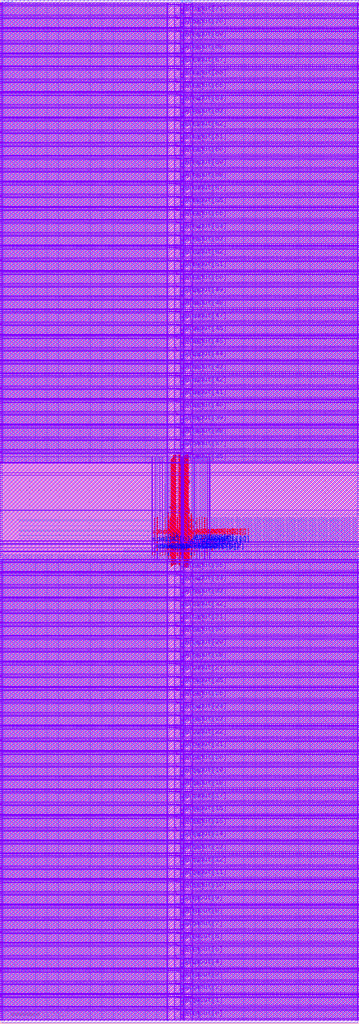
<source format=lef>
VERSION 5.8 ;
BUSBITCHARS "[]" ; 
DIVIDERCHAR "/" ; 


PROPERTYDEFINITIONS 
  MACRO CatenaDesignType STRING ; 
END PROPERTYDEFINITIONS 


MACRO srambank_256x4x72_6t122 
  CLASS BLOCK ; 
  ORIGIN 0 0 ; 
  FOREIGN srambank_256x4x72_6t122 0 0 ; 
  SIZE 121.392 BY 345.6 ; 
  SYMMETRY X Y ; 
  SITE coreSite ; 
  PIN VDD 
    DIRECTION INOUT ; 
    USE POWER ; 
    PORT 
      LAYER M4 ; 
        RECT 0.416 4.688 121.032 4.88 ; 
        RECT 0.416 9.008 121.032 9.2 ; 
        RECT 0.416 13.328 121.032 13.52 ; 
        RECT 0.416 17.648 121.032 17.84 ; 
        RECT 0.416 21.968 121.032 22.16 ; 
        RECT 0.416 26.288 121.032 26.48 ; 
        RECT 0.416 30.608 121.032 30.8 ; 
        RECT 0.416 34.928 121.032 35.12 ; 
        RECT 0.416 39.248 121.032 39.44 ; 
        RECT 0.416 43.568 121.032 43.76 ; 
        RECT 0.416 47.888 121.032 48.08 ; 
        RECT 0.416 52.208 121.032 52.4 ; 
        RECT 0.416 56.528 121.032 56.72 ; 
        RECT 0.416 60.848 121.032 61.04 ; 
        RECT 0.416 65.168 121.032 65.36 ; 
        RECT 0.416 69.488 121.032 69.68 ; 
        RECT 0.416 73.808 121.032 74 ; 
        RECT 0.416 78.128 121.032 78.32 ; 
        RECT 0.416 82.448 121.032 82.64 ; 
        RECT 0.416 86.768 121.032 86.96 ; 
        RECT 0.416 91.088 121.032 91.28 ; 
        RECT 0.416 95.408 121.032 95.6 ; 
        RECT 0.416 99.728 121.032 99.92 ; 
        RECT 0.416 104.048 121.032 104.24 ; 
        RECT 0.416 108.368 121.032 108.56 ; 
        RECT 0.416 112.688 121.032 112.88 ; 
        RECT 0.416 117.008 121.032 117.2 ; 
        RECT 0.416 121.328 121.032 121.52 ; 
        RECT 0.416 125.648 121.032 125.84 ; 
        RECT 0.416 129.968 121.032 130.16 ; 
        RECT 0.416 134.288 121.032 134.48 ; 
        RECT 0.416 138.608 121.032 138.8 ; 
        RECT 0.416 142.928 121.032 143.12 ; 
        RECT 0.416 147.248 121.032 147.44 ; 
        RECT 0.416 151.568 121.032 151.76 ; 
        RECT 0.416 155.888 121.032 156.08 ; 
        RECT 0.416 192.716 121.032 192.908 ; 
        RECT 0.416 197.036 121.032 197.228 ; 
        RECT 0.416 201.356 121.032 201.548 ; 
        RECT 0.416 205.676 121.032 205.868 ; 
        RECT 0.416 209.996 121.032 210.188 ; 
        RECT 0.416 214.316 121.032 214.508 ; 
        RECT 0.416 218.636 121.032 218.828 ; 
        RECT 0.416 222.956 121.032 223.148 ; 
        RECT 0.416 227.276 121.032 227.468 ; 
        RECT 0.416 231.596 121.032 231.788 ; 
        RECT 0.416 235.916 121.032 236.108 ; 
        RECT 0.416 240.236 121.032 240.428 ; 
        RECT 0.416 244.556 121.032 244.748 ; 
        RECT 0.416 248.876 121.032 249.068 ; 
        RECT 0.416 253.196 121.032 253.388 ; 
        RECT 0.416 257.516 121.032 257.708 ; 
        RECT 0.416 261.836 121.032 262.028 ; 
        RECT 0.416 266.156 121.032 266.348 ; 
        RECT 0.416 270.476 121.032 270.668 ; 
        RECT 0.416 274.796 121.032 274.988 ; 
        RECT 0.416 279.116 121.032 279.308 ; 
        RECT 0.416 283.436 121.032 283.628 ; 
        RECT 0.416 287.756 121.032 287.948 ; 
        RECT 0.416 292.076 121.032 292.268 ; 
        RECT 0.416 296.396 121.032 296.588 ; 
        RECT 0.416 300.716 121.032 300.908 ; 
        RECT 0.416 305.036 121.032 305.228 ; 
        RECT 0.416 309.356 121.032 309.548 ; 
        RECT 0.416 313.676 121.032 313.868 ; 
        RECT 0.416 317.996 121.032 318.188 ; 
        RECT 0.416 322.316 121.032 322.508 ; 
        RECT 0.416 326.636 121.032 326.828 ; 
        RECT 0.416 330.956 121.032 331.148 ; 
        RECT 0.416 335.276 121.032 335.468 ; 
        RECT 0.416 339.596 121.032 339.788 ; 
        RECT 0.416 343.916 121.032 344.108 ; 
      LAYER M3 ; 
        RECT 120.872 0.866 120.944 5.506 ; 
        RECT 64.784 0.868 64.856 5.504 ; 
        RECT 59.168 1.012 59.528 5.474 ; 
        RECT 56.576 0.868 56.648 5.504 ; 
        RECT 0.488 0.866 0.56 5.506 ; 
        RECT 120.872 5.186 120.944 9.826 ; 
        RECT 64.784 5.188 64.856 9.824 ; 
        RECT 59.168 5.332 59.528 9.794 ; 
        RECT 56.576 5.188 56.648 9.824 ; 
        RECT 0.488 5.186 0.56 9.826 ; 
        RECT 120.872 9.506 120.944 14.146 ; 
        RECT 64.784 9.508 64.856 14.144 ; 
        RECT 59.168 9.652 59.528 14.114 ; 
        RECT 56.576 9.508 56.648 14.144 ; 
        RECT 0.488 9.506 0.56 14.146 ; 
        RECT 120.872 13.826 120.944 18.466 ; 
        RECT 64.784 13.828 64.856 18.464 ; 
        RECT 59.168 13.972 59.528 18.434 ; 
        RECT 56.576 13.828 56.648 18.464 ; 
        RECT 0.488 13.826 0.56 18.466 ; 
        RECT 120.872 18.146 120.944 22.786 ; 
        RECT 64.784 18.148 64.856 22.784 ; 
        RECT 59.168 18.292 59.528 22.754 ; 
        RECT 56.576 18.148 56.648 22.784 ; 
        RECT 0.488 18.146 0.56 22.786 ; 
        RECT 120.872 22.466 120.944 27.106 ; 
        RECT 64.784 22.468 64.856 27.104 ; 
        RECT 59.168 22.612 59.528 27.074 ; 
        RECT 56.576 22.468 56.648 27.104 ; 
        RECT 0.488 22.466 0.56 27.106 ; 
        RECT 120.872 26.786 120.944 31.426 ; 
        RECT 64.784 26.788 64.856 31.424 ; 
        RECT 59.168 26.932 59.528 31.394 ; 
        RECT 56.576 26.788 56.648 31.424 ; 
        RECT 0.488 26.786 0.56 31.426 ; 
        RECT 120.872 31.106 120.944 35.746 ; 
        RECT 64.784 31.108 64.856 35.744 ; 
        RECT 59.168 31.252 59.528 35.714 ; 
        RECT 56.576 31.108 56.648 35.744 ; 
        RECT 0.488 31.106 0.56 35.746 ; 
        RECT 120.872 35.426 120.944 40.066 ; 
        RECT 64.784 35.428 64.856 40.064 ; 
        RECT 59.168 35.572 59.528 40.034 ; 
        RECT 56.576 35.428 56.648 40.064 ; 
        RECT 0.488 35.426 0.56 40.066 ; 
        RECT 120.872 39.746 120.944 44.386 ; 
        RECT 64.784 39.748 64.856 44.384 ; 
        RECT 59.168 39.892 59.528 44.354 ; 
        RECT 56.576 39.748 56.648 44.384 ; 
        RECT 0.488 39.746 0.56 44.386 ; 
        RECT 120.872 44.066 120.944 48.706 ; 
        RECT 64.784 44.068 64.856 48.704 ; 
        RECT 59.168 44.212 59.528 48.674 ; 
        RECT 56.576 44.068 56.648 48.704 ; 
        RECT 0.488 44.066 0.56 48.706 ; 
        RECT 120.872 48.386 120.944 53.026 ; 
        RECT 64.784 48.388 64.856 53.024 ; 
        RECT 59.168 48.532 59.528 52.994 ; 
        RECT 56.576 48.388 56.648 53.024 ; 
        RECT 0.488 48.386 0.56 53.026 ; 
        RECT 120.872 52.706 120.944 57.346 ; 
        RECT 64.784 52.708 64.856 57.344 ; 
        RECT 59.168 52.852 59.528 57.314 ; 
        RECT 56.576 52.708 56.648 57.344 ; 
        RECT 0.488 52.706 0.56 57.346 ; 
        RECT 120.872 57.026 120.944 61.666 ; 
        RECT 64.784 57.028 64.856 61.664 ; 
        RECT 59.168 57.172 59.528 61.634 ; 
        RECT 56.576 57.028 56.648 61.664 ; 
        RECT 0.488 57.026 0.56 61.666 ; 
        RECT 120.872 61.346 120.944 65.986 ; 
        RECT 64.784 61.348 64.856 65.984 ; 
        RECT 59.168 61.492 59.528 65.954 ; 
        RECT 56.576 61.348 56.648 65.984 ; 
        RECT 0.488 61.346 0.56 65.986 ; 
        RECT 120.872 65.666 120.944 70.306 ; 
        RECT 64.784 65.668 64.856 70.304 ; 
        RECT 59.168 65.812 59.528 70.274 ; 
        RECT 56.576 65.668 56.648 70.304 ; 
        RECT 0.488 65.666 0.56 70.306 ; 
        RECT 120.872 69.986 120.944 74.626 ; 
        RECT 64.784 69.988 64.856 74.624 ; 
        RECT 59.168 70.132 59.528 74.594 ; 
        RECT 56.576 69.988 56.648 74.624 ; 
        RECT 0.488 69.986 0.56 74.626 ; 
        RECT 120.872 74.306 120.944 78.946 ; 
        RECT 64.784 74.308 64.856 78.944 ; 
        RECT 59.168 74.452 59.528 78.914 ; 
        RECT 56.576 74.308 56.648 78.944 ; 
        RECT 0.488 74.306 0.56 78.946 ; 
        RECT 120.872 78.626 120.944 83.266 ; 
        RECT 64.784 78.628 64.856 83.264 ; 
        RECT 59.168 78.772 59.528 83.234 ; 
        RECT 56.576 78.628 56.648 83.264 ; 
        RECT 0.488 78.626 0.56 83.266 ; 
        RECT 120.872 82.946 120.944 87.586 ; 
        RECT 64.784 82.948 64.856 87.584 ; 
        RECT 59.168 83.092 59.528 87.554 ; 
        RECT 56.576 82.948 56.648 87.584 ; 
        RECT 0.488 82.946 0.56 87.586 ; 
        RECT 120.872 87.266 120.944 91.906 ; 
        RECT 64.784 87.268 64.856 91.904 ; 
        RECT 59.168 87.412 59.528 91.874 ; 
        RECT 56.576 87.268 56.648 91.904 ; 
        RECT 0.488 87.266 0.56 91.906 ; 
        RECT 120.872 91.586 120.944 96.226 ; 
        RECT 64.784 91.588 64.856 96.224 ; 
        RECT 59.168 91.732 59.528 96.194 ; 
        RECT 56.576 91.588 56.648 96.224 ; 
        RECT 0.488 91.586 0.56 96.226 ; 
        RECT 120.872 95.906 120.944 100.546 ; 
        RECT 64.784 95.908 64.856 100.544 ; 
        RECT 59.168 96.052 59.528 100.514 ; 
        RECT 56.576 95.908 56.648 100.544 ; 
        RECT 0.488 95.906 0.56 100.546 ; 
        RECT 120.872 100.226 120.944 104.866 ; 
        RECT 64.784 100.228 64.856 104.864 ; 
        RECT 59.168 100.372 59.528 104.834 ; 
        RECT 56.576 100.228 56.648 104.864 ; 
        RECT 0.488 100.226 0.56 104.866 ; 
        RECT 120.872 104.546 120.944 109.186 ; 
        RECT 64.784 104.548 64.856 109.184 ; 
        RECT 59.168 104.692 59.528 109.154 ; 
        RECT 56.576 104.548 56.648 109.184 ; 
        RECT 0.488 104.546 0.56 109.186 ; 
        RECT 120.872 108.866 120.944 113.506 ; 
        RECT 64.784 108.868 64.856 113.504 ; 
        RECT 59.168 109.012 59.528 113.474 ; 
        RECT 56.576 108.868 56.648 113.504 ; 
        RECT 0.488 108.866 0.56 113.506 ; 
        RECT 120.872 113.186 120.944 117.826 ; 
        RECT 64.784 113.188 64.856 117.824 ; 
        RECT 59.168 113.332 59.528 117.794 ; 
        RECT 56.576 113.188 56.648 117.824 ; 
        RECT 0.488 113.186 0.56 117.826 ; 
        RECT 120.872 117.506 120.944 122.146 ; 
        RECT 64.784 117.508 64.856 122.144 ; 
        RECT 59.168 117.652 59.528 122.114 ; 
        RECT 56.576 117.508 56.648 122.144 ; 
        RECT 0.488 117.506 0.56 122.146 ; 
        RECT 120.872 121.826 120.944 126.466 ; 
        RECT 64.784 121.828 64.856 126.464 ; 
        RECT 59.168 121.972 59.528 126.434 ; 
        RECT 56.576 121.828 56.648 126.464 ; 
        RECT 0.488 121.826 0.56 126.466 ; 
        RECT 120.872 126.146 120.944 130.786 ; 
        RECT 64.784 126.148 64.856 130.784 ; 
        RECT 59.168 126.292 59.528 130.754 ; 
        RECT 56.576 126.148 56.648 130.784 ; 
        RECT 0.488 126.146 0.56 130.786 ; 
        RECT 120.872 130.466 120.944 135.106 ; 
        RECT 64.784 130.468 64.856 135.104 ; 
        RECT 59.168 130.612 59.528 135.074 ; 
        RECT 56.576 130.468 56.648 135.104 ; 
        RECT 0.488 130.466 0.56 135.106 ; 
        RECT 120.872 134.786 120.944 139.426 ; 
        RECT 64.784 134.788 64.856 139.424 ; 
        RECT 59.168 134.932 59.528 139.394 ; 
        RECT 56.576 134.788 56.648 139.424 ; 
        RECT 0.488 134.786 0.56 139.426 ; 
        RECT 120.872 139.106 120.944 143.746 ; 
        RECT 64.784 139.108 64.856 143.744 ; 
        RECT 59.168 139.252 59.528 143.714 ; 
        RECT 56.576 139.108 56.648 143.744 ; 
        RECT 0.488 139.106 0.56 143.746 ; 
        RECT 120.872 143.426 120.944 148.066 ; 
        RECT 64.784 143.428 64.856 148.064 ; 
        RECT 59.168 143.572 59.528 148.034 ; 
        RECT 56.576 143.428 56.648 148.064 ; 
        RECT 0.488 143.426 0.56 148.066 ; 
        RECT 120.872 147.746 120.944 152.386 ; 
        RECT 64.784 147.748 64.856 152.384 ; 
        RECT 59.168 147.892 59.528 152.354 ; 
        RECT 56.576 147.748 56.648 152.384 ; 
        RECT 0.488 147.746 0.56 152.386 ; 
        RECT 120.872 152.066 120.944 156.706 ; 
        RECT 64.784 152.068 64.856 156.704 ; 
        RECT 59.168 152.212 59.528 156.674 ; 
        RECT 56.576 152.068 56.648 156.704 ; 
        RECT 0.488 152.066 0.56 156.706 ; 
        RECT 56.196 171.86 56.268 196.114 ; 
        RECT 120.872 188.894 120.944 193.534 ; 
        RECT 64.784 188.896 64.856 193.532 ; 
        RECT 59.168 189.04 59.528 193.502 ; 
        RECT 56.576 188.896 56.648 193.532 ; 
        RECT 0.488 188.894 0.56 193.534 ; 
        RECT 120.872 193.214 120.944 197.854 ; 
        RECT 64.784 193.216 64.856 197.852 ; 
        RECT 59.168 193.36 59.528 197.822 ; 
        RECT 56.576 193.216 56.648 197.852 ; 
        RECT 0.488 193.214 0.56 197.854 ; 
        RECT 120.872 197.534 120.944 202.174 ; 
        RECT 64.784 197.536 64.856 202.172 ; 
        RECT 59.168 197.68 59.528 202.142 ; 
        RECT 56.576 197.536 56.648 202.172 ; 
        RECT 0.488 197.534 0.56 202.174 ; 
        RECT 120.872 201.854 120.944 206.494 ; 
        RECT 64.784 201.856 64.856 206.492 ; 
        RECT 59.168 202 59.528 206.462 ; 
        RECT 56.576 201.856 56.648 206.492 ; 
        RECT 0.488 201.854 0.56 206.494 ; 
        RECT 120.872 206.174 120.944 210.814 ; 
        RECT 64.784 206.176 64.856 210.812 ; 
        RECT 59.168 206.32 59.528 210.782 ; 
        RECT 56.576 206.176 56.648 210.812 ; 
        RECT 0.488 206.174 0.56 210.814 ; 
        RECT 120.872 210.494 120.944 215.134 ; 
        RECT 64.784 210.496 64.856 215.132 ; 
        RECT 59.168 210.64 59.528 215.102 ; 
        RECT 56.576 210.496 56.648 215.132 ; 
        RECT 0.488 210.494 0.56 215.134 ; 
        RECT 120.872 214.814 120.944 219.454 ; 
        RECT 64.784 214.816 64.856 219.452 ; 
        RECT 59.168 214.96 59.528 219.422 ; 
        RECT 56.576 214.816 56.648 219.452 ; 
        RECT 0.488 214.814 0.56 219.454 ; 
        RECT 120.872 219.134 120.944 223.774 ; 
        RECT 64.784 219.136 64.856 223.772 ; 
        RECT 59.168 219.28 59.528 223.742 ; 
        RECT 56.576 219.136 56.648 223.772 ; 
        RECT 0.488 219.134 0.56 223.774 ; 
        RECT 120.872 223.454 120.944 228.094 ; 
        RECT 64.784 223.456 64.856 228.092 ; 
        RECT 59.168 223.6 59.528 228.062 ; 
        RECT 56.576 223.456 56.648 228.092 ; 
        RECT 0.488 223.454 0.56 228.094 ; 
        RECT 120.872 227.774 120.944 232.414 ; 
        RECT 64.784 227.776 64.856 232.412 ; 
        RECT 59.168 227.92 59.528 232.382 ; 
        RECT 56.576 227.776 56.648 232.412 ; 
        RECT 0.488 227.774 0.56 232.414 ; 
        RECT 120.872 232.094 120.944 236.734 ; 
        RECT 64.784 232.096 64.856 236.732 ; 
        RECT 59.168 232.24 59.528 236.702 ; 
        RECT 56.576 232.096 56.648 236.732 ; 
        RECT 0.488 232.094 0.56 236.734 ; 
        RECT 120.872 236.414 120.944 241.054 ; 
        RECT 64.784 236.416 64.856 241.052 ; 
        RECT 59.168 236.56 59.528 241.022 ; 
        RECT 56.576 236.416 56.648 241.052 ; 
        RECT 0.488 236.414 0.56 241.054 ; 
        RECT 120.872 240.734 120.944 245.374 ; 
        RECT 64.784 240.736 64.856 245.372 ; 
        RECT 59.168 240.88 59.528 245.342 ; 
        RECT 56.576 240.736 56.648 245.372 ; 
        RECT 0.488 240.734 0.56 245.374 ; 
        RECT 120.872 245.054 120.944 249.694 ; 
        RECT 64.784 245.056 64.856 249.692 ; 
        RECT 59.168 245.2 59.528 249.662 ; 
        RECT 56.576 245.056 56.648 249.692 ; 
        RECT 0.488 245.054 0.56 249.694 ; 
        RECT 120.872 249.374 120.944 254.014 ; 
        RECT 64.784 249.376 64.856 254.012 ; 
        RECT 59.168 249.52 59.528 253.982 ; 
        RECT 56.576 249.376 56.648 254.012 ; 
        RECT 0.488 249.374 0.56 254.014 ; 
        RECT 120.872 253.694 120.944 258.334 ; 
        RECT 64.784 253.696 64.856 258.332 ; 
        RECT 59.168 253.84 59.528 258.302 ; 
        RECT 56.576 253.696 56.648 258.332 ; 
        RECT 0.488 253.694 0.56 258.334 ; 
        RECT 120.872 258.014 120.944 262.654 ; 
        RECT 64.784 258.016 64.856 262.652 ; 
        RECT 59.168 258.16 59.528 262.622 ; 
        RECT 56.576 258.016 56.648 262.652 ; 
        RECT 0.488 258.014 0.56 262.654 ; 
        RECT 120.872 262.334 120.944 266.974 ; 
        RECT 64.784 262.336 64.856 266.972 ; 
        RECT 59.168 262.48 59.528 266.942 ; 
        RECT 56.576 262.336 56.648 266.972 ; 
        RECT 0.488 262.334 0.56 266.974 ; 
        RECT 120.872 266.654 120.944 271.294 ; 
        RECT 64.784 266.656 64.856 271.292 ; 
        RECT 59.168 266.8 59.528 271.262 ; 
        RECT 56.576 266.656 56.648 271.292 ; 
        RECT 0.488 266.654 0.56 271.294 ; 
        RECT 120.872 270.974 120.944 275.614 ; 
        RECT 64.784 270.976 64.856 275.612 ; 
        RECT 59.168 271.12 59.528 275.582 ; 
        RECT 56.576 270.976 56.648 275.612 ; 
        RECT 0.488 270.974 0.56 275.614 ; 
        RECT 120.872 275.294 120.944 279.934 ; 
        RECT 64.784 275.296 64.856 279.932 ; 
        RECT 59.168 275.44 59.528 279.902 ; 
        RECT 56.576 275.296 56.648 279.932 ; 
        RECT 0.488 275.294 0.56 279.934 ; 
        RECT 120.872 279.614 120.944 284.254 ; 
        RECT 64.784 279.616 64.856 284.252 ; 
        RECT 59.168 279.76 59.528 284.222 ; 
        RECT 56.576 279.616 56.648 284.252 ; 
        RECT 0.488 279.614 0.56 284.254 ; 
        RECT 120.872 283.934 120.944 288.574 ; 
        RECT 64.784 283.936 64.856 288.572 ; 
        RECT 59.168 284.08 59.528 288.542 ; 
        RECT 56.576 283.936 56.648 288.572 ; 
        RECT 0.488 283.934 0.56 288.574 ; 
        RECT 120.872 288.254 120.944 292.894 ; 
        RECT 64.784 288.256 64.856 292.892 ; 
        RECT 59.168 288.4 59.528 292.862 ; 
        RECT 56.576 288.256 56.648 292.892 ; 
        RECT 0.488 288.254 0.56 292.894 ; 
        RECT 120.872 292.574 120.944 297.214 ; 
        RECT 64.784 292.576 64.856 297.212 ; 
        RECT 59.168 292.72 59.528 297.182 ; 
        RECT 56.576 292.576 56.648 297.212 ; 
        RECT 0.488 292.574 0.56 297.214 ; 
        RECT 120.872 296.894 120.944 301.534 ; 
        RECT 64.784 296.896 64.856 301.532 ; 
        RECT 59.168 297.04 59.528 301.502 ; 
        RECT 56.576 296.896 56.648 301.532 ; 
        RECT 0.488 296.894 0.56 301.534 ; 
        RECT 120.872 301.214 120.944 305.854 ; 
        RECT 64.784 301.216 64.856 305.852 ; 
        RECT 59.168 301.36 59.528 305.822 ; 
        RECT 56.576 301.216 56.648 305.852 ; 
        RECT 0.488 301.214 0.56 305.854 ; 
        RECT 120.872 305.534 120.944 310.174 ; 
        RECT 64.784 305.536 64.856 310.172 ; 
        RECT 59.168 305.68 59.528 310.142 ; 
        RECT 56.576 305.536 56.648 310.172 ; 
        RECT 0.488 305.534 0.56 310.174 ; 
        RECT 120.872 309.854 120.944 314.494 ; 
        RECT 64.784 309.856 64.856 314.492 ; 
        RECT 59.168 310 59.528 314.462 ; 
        RECT 56.576 309.856 56.648 314.492 ; 
        RECT 0.488 309.854 0.56 314.494 ; 
        RECT 120.872 314.174 120.944 318.814 ; 
        RECT 64.784 314.176 64.856 318.812 ; 
        RECT 59.168 314.32 59.528 318.782 ; 
        RECT 56.576 314.176 56.648 318.812 ; 
        RECT 0.488 314.174 0.56 318.814 ; 
        RECT 120.872 318.494 120.944 323.134 ; 
        RECT 64.784 318.496 64.856 323.132 ; 
        RECT 59.168 318.64 59.528 323.102 ; 
        RECT 56.576 318.496 56.648 323.132 ; 
        RECT 0.488 318.494 0.56 323.134 ; 
        RECT 120.872 322.814 120.944 327.454 ; 
        RECT 64.784 322.816 64.856 327.452 ; 
        RECT 59.168 322.96 59.528 327.422 ; 
        RECT 56.576 322.816 56.648 327.452 ; 
        RECT 0.488 322.814 0.56 327.454 ; 
        RECT 120.872 327.134 120.944 331.774 ; 
        RECT 64.784 327.136 64.856 331.772 ; 
        RECT 59.168 327.28 59.528 331.742 ; 
        RECT 56.576 327.136 56.648 331.772 ; 
        RECT 0.488 327.134 0.56 331.774 ; 
        RECT 120.872 331.454 120.944 336.094 ; 
        RECT 64.784 331.456 64.856 336.092 ; 
        RECT 59.168 331.6 59.528 336.062 ; 
        RECT 56.576 331.456 56.648 336.092 ; 
        RECT 0.488 331.454 0.56 336.094 ; 
        RECT 120.872 335.774 120.944 340.414 ; 
        RECT 64.784 335.776 64.856 340.412 ; 
        RECT 59.168 335.92 59.528 340.382 ; 
        RECT 56.576 335.776 56.648 340.412 ; 
        RECT 0.488 335.774 0.56 340.414 ; 
        RECT 120.872 340.094 120.944 344.734 ; 
        RECT 64.784 340.096 64.856 344.732 ; 
        RECT 59.168 340.24 59.528 344.702 ; 
        RECT 56.576 340.096 56.648 344.732 ; 
        RECT 0.488 340.094 0.56 344.734 ; 
      LAYER V3 ; 
        RECT 0.488 4.688 0.56 4.88 ; 
        RECT 56.576 4.688 56.648 4.88 ; 
        RECT 59.168 4.688 59.528 4.88 ; 
        RECT 64.784 4.688 64.856 4.88 ; 
        RECT 120.872 4.688 120.944 4.88 ; 
        RECT 0.488 9.008 0.56 9.2 ; 
        RECT 56.576 9.008 56.648 9.2 ; 
        RECT 59.168 9.008 59.528 9.2 ; 
        RECT 64.784 9.008 64.856 9.2 ; 
        RECT 120.872 9.008 120.944 9.2 ; 
        RECT 0.488 13.328 0.56 13.52 ; 
        RECT 56.576 13.328 56.648 13.52 ; 
        RECT 59.168 13.328 59.528 13.52 ; 
        RECT 64.784 13.328 64.856 13.52 ; 
        RECT 120.872 13.328 120.944 13.52 ; 
        RECT 0.488 17.648 0.56 17.84 ; 
        RECT 56.576 17.648 56.648 17.84 ; 
        RECT 59.168 17.648 59.528 17.84 ; 
        RECT 64.784 17.648 64.856 17.84 ; 
        RECT 120.872 17.648 120.944 17.84 ; 
        RECT 0.488 21.968 0.56 22.16 ; 
        RECT 56.576 21.968 56.648 22.16 ; 
        RECT 59.168 21.968 59.528 22.16 ; 
        RECT 64.784 21.968 64.856 22.16 ; 
        RECT 120.872 21.968 120.944 22.16 ; 
        RECT 0.488 26.288 0.56 26.48 ; 
        RECT 56.576 26.288 56.648 26.48 ; 
        RECT 59.168 26.288 59.528 26.48 ; 
        RECT 64.784 26.288 64.856 26.48 ; 
        RECT 120.872 26.288 120.944 26.48 ; 
        RECT 0.488 30.608 0.56 30.8 ; 
        RECT 56.576 30.608 56.648 30.8 ; 
        RECT 59.168 30.608 59.528 30.8 ; 
        RECT 64.784 30.608 64.856 30.8 ; 
        RECT 120.872 30.608 120.944 30.8 ; 
        RECT 0.488 34.928 0.56 35.12 ; 
        RECT 56.576 34.928 56.648 35.12 ; 
        RECT 59.168 34.928 59.528 35.12 ; 
        RECT 64.784 34.928 64.856 35.12 ; 
        RECT 120.872 34.928 120.944 35.12 ; 
        RECT 0.488 39.248 0.56 39.44 ; 
        RECT 56.576 39.248 56.648 39.44 ; 
        RECT 59.168 39.248 59.528 39.44 ; 
        RECT 64.784 39.248 64.856 39.44 ; 
        RECT 120.872 39.248 120.944 39.44 ; 
        RECT 0.488 43.568 0.56 43.76 ; 
        RECT 56.576 43.568 56.648 43.76 ; 
        RECT 59.168 43.568 59.528 43.76 ; 
        RECT 64.784 43.568 64.856 43.76 ; 
        RECT 120.872 43.568 120.944 43.76 ; 
        RECT 0.488 47.888 0.56 48.08 ; 
        RECT 56.576 47.888 56.648 48.08 ; 
        RECT 59.168 47.888 59.528 48.08 ; 
        RECT 64.784 47.888 64.856 48.08 ; 
        RECT 120.872 47.888 120.944 48.08 ; 
        RECT 0.488 52.208 0.56 52.4 ; 
        RECT 56.576 52.208 56.648 52.4 ; 
        RECT 59.168 52.208 59.528 52.4 ; 
        RECT 64.784 52.208 64.856 52.4 ; 
        RECT 120.872 52.208 120.944 52.4 ; 
        RECT 0.488 56.528 0.56 56.72 ; 
        RECT 56.576 56.528 56.648 56.72 ; 
        RECT 59.168 56.528 59.528 56.72 ; 
        RECT 64.784 56.528 64.856 56.72 ; 
        RECT 120.872 56.528 120.944 56.72 ; 
        RECT 0.488 60.848 0.56 61.04 ; 
        RECT 56.576 60.848 56.648 61.04 ; 
        RECT 59.168 60.848 59.528 61.04 ; 
        RECT 64.784 60.848 64.856 61.04 ; 
        RECT 120.872 60.848 120.944 61.04 ; 
        RECT 0.488 65.168 0.56 65.36 ; 
        RECT 56.576 65.168 56.648 65.36 ; 
        RECT 59.168 65.168 59.528 65.36 ; 
        RECT 64.784 65.168 64.856 65.36 ; 
        RECT 120.872 65.168 120.944 65.36 ; 
        RECT 0.488 69.488 0.56 69.68 ; 
        RECT 56.576 69.488 56.648 69.68 ; 
        RECT 59.168 69.488 59.528 69.68 ; 
        RECT 64.784 69.488 64.856 69.68 ; 
        RECT 120.872 69.488 120.944 69.68 ; 
        RECT 0.488 73.808 0.56 74 ; 
        RECT 56.576 73.808 56.648 74 ; 
        RECT 59.168 73.808 59.528 74 ; 
        RECT 64.784 73.808 64.856 74 ; 
        RECT 120.872 73.808 120.944 74 ; 
        RECT 0.488 78.128 0.56 78.32 ; 
        RECT 56.576 78.128 56.648 78.32 ; 
        RECT 59.168 78.128 59.528 78.32 ; 
        RECT 64.784 78.128 64.856 78.32 ; 
        RECT 120.872 78.128 120.944 78.32 ; 
        RECT 0.488 82.448 0.56 82.64 ; 
        RECT 56.576 82.448 56.648 82.64 ; 
        RECT 59.168 82.448 59.528 82.64 ; 
        RECT 64.784 82.448 64.856 82.64 ; 
        RECT 120.872 82.448 120.944 82.64 ; 
        RECT 0.488 86.768 0.56 86.96 ; 
        RECT 56.576 86.768 56.648 86.96 ; 
        RECT 59.168 86.768 59.528 86.96 ; 
        RECT 64.784 86.768 64.856 86.96 ; 
        RECT 120.872 86.768 120.944 86.96 ; 
        RECT 0.488 91.088 0.56 91.28 ; 
        RECT 56.576 91.088 56.648 91.28 ; 
        RECT 59.168 91.088 59.528 91.28 ; 
        RECT 64.784 91.088 64.856 91.28 ; 
        RECT 120.872 91.088 120.944 91.28 ; 
        RECT 0.488 95.408 0.56 95.6 ; 
        RECT 56.576 95.408 56.648 95.6 ; 
        RECT 59.168 95.408 59.528 95.6 ; 
        RECT 64.784 95.408 64.856 95.6 ; 
        RECT 120.872 95.408 120.944 95.6 ; 
        RECT 0.488 99.728 0.56 99.92 ; 
        RECT 56.576 99.728 56.648 99.92 ; 
        RECT 59.168 99.728 59.528 99.92 ; 
        RECT 64.784 99.728 64.856 99.92 ; 
        RECT 120.872 99.728 120.944 99.92 ; 
        RECT 0.488 104.048 0.56 104.24 ; 
        RECT 56.576 104.048 56.648 104.24 ; 
        RECT 59.168 104.048 59.528 104.24 ; 
        RECT 64.784 104.048 64.856 104.24 ; 
        RECT 120.872 104.048 120.944 104.24 ; 
        RECT 0.488 108.368 0.56 108.56 ; 
        RECT 56.576 108.368 56.648 108.56 ; 
        RECT 59.168 108.368 59.528 108.56 ; 
        RECT 64.784 108.368 64.856 108.56 ; 
        RECT 120.872 108.368 120.944 108.56 ; 
        RECT 0.488 112.688 0.56 112.88 ; 
        RECT 56.576 112.688 56.648 112.88 ; 
        RECT 59.168 112.688 59.528 112.88 ; 
        RECT 64.784 112.688 64.856 112.88 ; 
        RECT 120.872 112.688 120.944 112.88 ; 
        RECT 0.488 117.008 0.56 117.2 ; 
        RECT 56.576 117.008 56.648 117.2 ; 
        RECT 59.168 117.008 59.528 117.2 ; 
        RECT 64.784 117.008 64.856 117.2 ; 
        RECT 120.872 117.008 120.944 117.2 ; 
        RECT 0.488 121.328 0.56 121.52 ; 
        RECT 56.576 121.328 56.648 121.52 ; 
        RECT 59.168 121.328 59.528 121.52 ; 
        RECT 64.784 121.328 64.856 121.52 ; 
        RECT 120.872 121.328 120.944 121.52 ; 
        RECT 0.488 125.648 0.56 125.84 ; 
        RECT 56.576 125.648 56.648 125.84 ; 
        RECT 59.168 125.648 59.528 125.84 ; 
        RECT 64.784 125.648 64.856 125.84 ; 
        RECT 120.872 125.648 120.944 125.84 ; 
        RECT 0.488 129.968 0.56 130.16 ; 
        RECT 56.576 129.968 56.648 130.16 ; 
        RECT 59.168 129.968 59.528 130.16 ; 
        RECT 64.784 129.968 64.856 130.16 ; 
        RECT 120.872 129.968 120.944 130.16 ; 
        RECT 0.488 134.288 0.56 134.48 ; 
        RECT 56.576 134.288 56.648 134.48 ; 
        RECT 59.168 134.288 59.528 134.48 ; 
        RECT 64.784 134.288 64.856 134.48 ; 
        RECT 120.872 134.288 120.944 134.48 ; 
        RECT 0.488 138.608 0.56 138.8 ; 
        RECT 56.576 138.608 56.648 138.8 ; 
        RECT 59.168 138.608 59.528 138.8 ; 
        RECT 64.784 138.608 64.856 138.8 ; 
        RECT 120.872 138.608 120.944 138.8 ; 
        RECT 0.488 142.928 0.56 143.12 ; 
        RECT 56.576 142.928 56.648 143.12 ; 
        RECT 59.168 142.928 59.528 143.12 ; 
        RECT 64.784 142.928 64.856 143.12 ; 
        RECT 120.872 142.928 120.944 143.12 ; 
        RECT 0.488 147.248 0.56 147.44 ; 
        RECT 56.576 147.248 56.648 147.44 ; 
        RECT 59.168 147.248 59.528 147.44 ; 
        RECT 64.784 147.248 64.856 147.44 ; 
        RECT 120.872 147.248 120.944 147.44 ; 
        RECT 0.488 151.568 0.56 151.76 ; 
        RECT 56.576 151.568 56.648 151.76 ; 
        RECT 59.168 151.568 59.528 151.76 ; 
        RECT 64.784 151.568 64.856 151.76 ; 
        RECT 120.872 151.568 120.944 151.76 ; 
        RECT 0.488 155.888 0.56 156.08 ; 
        RECT 56.576 155.888 56.648 156.08 ; 
        RECT 59.168 155.888 59.528 156.08 ; 
        RECT 64.784 155.888 64.856 156.08 ; 
        RECT 120.872 155.888 120.944 156.08 ; 
        RECT 0.488 192.716 0.56 192.908 ; 
        RECT 56.576 192.716 56.648 192.908 ; 
        RECT 59.168 192.716 59.528 192.908 ; 
        RECT 64.784 192.716 64.856 192.908 ; 
        RECT 120.872 192.716 120.944 192.908 ; 
        RECT 0.488 197.036 0.56 197.228 ; 
        RECT 56.576 197.036 56.648 197.228 ; 
        RECT 59.168 197.036 59.528 197.228 ; 
        RECT 64.784 197.036 64.856 197.228 ; 
        RECT 120.872 197.036 120.944 197.228 ; 
        RECT 0.488 201.356 0.56 201.548 ; 
        RECT 56.576 201.356 56.648 201.548 ; 
        RECT 59.168 201.356 59.528 201.548 ; 
        RECT 64.784 201.356 64.856 201.548 ; 
        RECT 120.872 201.356 120.944 201.548 ; 
        RECT 0.488 205.676 0.56 205.868 ; 
        RECT 56.576 205.676 56.648 205.868 ; 
        RECT 59.168 205.676 59.528 205.868 ; 
        RECT 64.784 205.676 64.856 205.868 ; 
        RECT 120.872 205.676 120.944 205.868 ; 
        RECT 0.488 209.996 0.56 210.188 ; 
        RECT 56.576 209.996 56.648 210.188 ; 
        RECT 59.168 209.996 59.528 210.188 ; 
        RECT 64.784 209.996 64.856 210.188 ; 
        RECT 120.872 209.996 120.944 210.188 ; 
        RECT 0.488 214.316 0.56 214.508 ; 
        RECT 56.576 214.316 56.648 214.508 ; 
        RECT 59.168 214.316 59.528 214.508 ; 
        RECT 64.784 214.316 64.856 214.508 ; 
        RECT 120.872 214.316 120.944 214.508 ; 
        RECT 0.488 218.636 0.56 218.828 ; 
        RECT 56.576 218.636 56.648 218.828 ; 
        RECT 59.168 218.636 59.528 218.828 ; 
        RECT 64.784 218.636 64.856 218.828 ; 
        RECT 120.872 218.636 120.944 218.828 ; 
        RECT 0.488 222.956 0.56 223.148 ; 
        RECT 56.576 222.956 56.648 223.148 ; 
        RECT 59.168 222.956 59.528 223.148 ; 
        RECT 64.784 222.956 64.856 223.148 ; 
        RECT 120.872 222.956 120.944 223.148 ; 
        RECT 0.488 227.276 0.56 227.468 ; 
        RECT 56.576 227.276 56.648 227.468 ; 
        RECT 59.168 227.276 59.528 227.468 ; 
        RECT 64.784 227.276 64.856 227.468 ; 
        RECT 120.872 227.276 120.944 227.468 ; 
        RECT 0.488 231.596 0.56 231.788 ; 
        RECT 56.576 231.596 56.648 231.788 ; 
        RECT 59.168 231.596 59.528 231.788 ; 
        RECT 64.784 231.596 64.856 231.788 ; 
        RECT 120.872 231.596 120.944 231.788 ; 
        RECT 0.488 235.916 0.56 236.108 ; 
        RECT 56.576 235.916 56.648 236.108 ; 
        RECT 59.168 235.916 59.528 236.108 ; 
        RECT 64.784 235.916 64.856 236.108 ; 
        RECT 120.872 235.916 120.944 236.108 ; 
        RECT 0.488 240.236 0.56 240.428 ; 
        RECT 56.576 240.236 56.648 240.428 ; 
        RECT 59.168 240.236 59.528 240.428 ; 
        RECT 64.784 240.236 64.856 240.428 ; 
        RECT 120.872 240.236 120.944 240.428 ; 
        RECT 0.488 244.556 0.56 244.748 ; 
        RECT 56.576 244.556 56.648 244.748 ; 
        RECT 59.168 244.556 59.528 244.748 ; 
        RECT 64.784 244.556 64.856 244.748 ; 
        RECT 120.872 244.556 120.944 244.748 ; 
        RECT 0.488 248.876 0.56 249.068 ; 
        RECT 56.576 248.876 56.648 249.068 ; 
        RECT 59.168 248.876 59.528 249.068 ; 
        RECT 64.784 248.876 64.856 249.068 ; 
        RECT 120.872 248.876 120.944 249.068 ; 
        RECT 0.488 253.196 0.56 253.388 ; 
        RECT 56.576 253.196 56.648 253.388 ; 
        RECT 59.168 253.196 59.528 253.388 ; 
        RECT 64.784 253.196 64.856 253.388 ; 
        RECT 120.872 253.196 120.944 253.388 ; 
        RECT 0.488 257.516 0.56 257.708 ; 
        RECT 56.576 257.516 56.648 257.708 ; 
        RECT 59.168 257.516 59.528 257.708 ; 
        RECT 64.784 257.516 64.856 257.708 ; 
        RECT 120.872 257.516 120.944 257.708 ; 
        RECT 0.488 261.836 0.56 262.028 ; 
        RECT 56.576 261.836 56.648 262.028 ; 
        RECT 59.168 261.836 59.528 262.028 ; 
        RECT 64.784 261.836 64.856 262.028 ; 
        RECT 120.872 261.836 120.944 262.028 ; 
        RECT 0.488 266.156 0.56 266.348 ; 
        RECT 56.576 266.156 56.648 266.348 ; 
        RECT 59.168 266.156 59.528 266.348 ; 
        RECT 64.784 266.156 64.856 266.348 ; 
        RECT 120.872 266.156 120.944 266.348 ; 
        RECT 0.488 270.476 0.56 270.668 ; 
        RECT 56.576 270.476 56.648 270.668 ; 
        RECT 59.168 270.476 59.528 270.668 ; 
        RECT 64.784 270.476 64.856 270.668 ; 
        RECT 120.872 270.476 120.944 270.668 ; 
        RECT 0.488 274.796 0.56 274.988 ; 
        RECT 56.576 274.796 56.648 274.988 ; 
        RECT 59.168 274.796 59.528 274.988 ; 
        RECT 64.784 274.796 64.856 274.988 ; 
        RECT 120.872 274.796 120.944 274.988 ; 
        RECT 0.488 279.116 0.56 279.308 ; 
        RECT 56.576 279.116 56.648 279.308 ; 
        RECT 59.168 279.116 59.528 279.308 ; 
        RECT 64.784 279.116 64.856 279.308 ; 
        RECT 120.872 279.116 120.944 279.308 ; 
        RECT 0.488 283.436 0.56 283.628 ; 
        RECT 56.576 283.436 56.648 283.628 ; 
        RECT 59.168 283.436 59.528 283.628 ; 
        RECT 64.784 283.436 64.856 283.628 ; 
        RECT 120.872 283.436 120.944 283.628 ; 
        RECT 0.488 287.756 0.56 287.948 ; 
        RECT 56.576 287.756 56.648 287.948 ; 
        RECT 59.168 287.756 59.528 287.948 ; 
        RECT 64.784 287.756 64.856 287.948 ; 
        RECT 120.872 287.756 120.944 287.948 ; 
        RECT 0.488 292.076 0.56 292.268 ; 
        RECT 56.576 292.076 56.648 292.268 ; 
        RECT 59.168 292.076 59.528 292.268 ; 
        RECT 64.784 292.076 64.856 292.268 ; 
        RECT 120.872 292.076 120.944 292.268 ; 
        RECT 0.488 296.396 0.56 296.588 ; 
        RECT 56.576 296.396 56.648 296.588 ; 
        RECT 59.168 296.396 59.528 296.588 ; 
        RECT 64.784 296.396 64.856 296.588 ; 
        RECT 120.872 296.396 120.944 296.588 ; 
        RECT 0.488 300.716 0.56 300.908 ; 
        RECT 56.576 300.716 56.648 300.908 ; 
        RECT 59.168 300.716 59.528 300.908 ; 
        RECT 64.784 300.716 64.856 300.908 ; 
        RECT 120.872 300.716 120.944 300.908 ; 
        RECT 0.488 305.036 0.56 305.228 ; 
        RECT 56.576 305.036 56.648 305.228 ; 
        RECT 59.168 305.036 59.528 305.228 ; 
        RECT 64.784 305.036 64.856 305.228 ; 
        RECT 120.872 305.036 120.944 305.228 ; 
        RECT 0.488 309.356 0.56 309.548 ; 
        RECT 56.576 309.356 56.648 309.548 ; 
        RECT 59.168 309.356 59.528 309.548 ; 
        RECT 64.784 309.356 64.856 309.548 ; 
        RECT 120.872 309.356 120.944 309.548 ; 
        RECT 0.488 313.676 0.56 313.868 ; 
        RECT 56.576 313.676 56.648 313.868 ; 
        RECT 59.168 313.676 59.528 313.868 ; 
        RECT 64.784 313.676 64.856 313.868 ; 
        RECT 120.872 313.676 120.944 313.868 ; 
        RECT 0.488 317.996 0.56 318.188 ; 
        RECT 56.576 317.996 56.648 318.188 ; 
        RECT 59.168 317.996 59.528 318.188 ; 
        RECT 64.784 317.996 64.856 318.188 ; 
        RECT 120.872 317.996 120.944 318.188 ; 
        RECT 0.488 322.316 0.56 322.508 ; 
        RECT 56.576 322.316 56.648 322.508 ; 
        RECT 59.168 322.316 59.528 322.508 ; 
        RECT 64.784 322.316 64.856 322.508 ; 
        RECT 120.872 322.316 120.944 322.508 ; 
        RECT 0.488 326.636 0.56 326.828 ; 
        RECT 56.576 326.636 56.648 326.828 ; 
        RECT 59.168 326.636 59.528 326.828 ; 
        RECT 64.784 326.636 64.856 326.828 ; 
        RECT 120.872 326.636 120.944 326.828 ; 
        RECT 0.488 330.956 0.56 331.148 ; 
        RECT 56.576 330.956 56.648 331.148 ; 
        RECT 59.168 330.956 59.528 331.148 ; 
        RECT 64.784 330.956 64.856 331.148 ; 
        RECT 120.872 330.956 120.944 331.148 ; 
        RECT 0.488 335.276 0.56 335.468 ; 
        RECT 56.576 335.276 56.648 335.468 ; 
        RECT 59.168 335.276 59.528 335.468 ; 
        RECT 64.784 335.276 64.856 335.468 ; 
        RECT 120.872 335.276 120.944 335.468 ; 
        RECT 0.488 339.596 0.56 339.788 ; 
        RECT 56.576 339.596 56.648 339.788 ; 
        RECT 59.168 339.596 59.528 339.788 ; 
        RECT 64.784 339.596 64.856 339.788 ; 
        RECT 120.872 339.596 120.944 339.788 ; 
        RECT 0.488 343.916 0.56 344.108 ; 
        RECT 56.576 343.916 56.648 344.108 ; 
        RECT 59.168 343.916 59.528 344.108 ; 
        RECT 64.784 343.916 64.856 344.108 ; 
        RECT 120.872 343.916 120.944 344.108 ; 
    END 
  END VDD 
  PIN VSS 
    DIRECTION INOUT ; 
    USE POWER ; 
    PORT 
      LAYER M4 ; 
        RECT 0.416 4.304 121.032 4.496 ; 
        RECT 0.416 8.624 121.032 8.816 ; 
        RECT 0.416 12.944 121.032 13.136 ; 
        RECT 0.416 17.264 121.032 17.456 ; 
        RECT 0.416 21.584 121.032 21.776 ; 
        RECT 0.416 25.904 121.032 26.096 ; 
        RECT 0.416 30.224 121.032 30.416 ; 
        RECT 0.416 34.544 121.032 34.736 ; 
        RECT 0.416 38.864 121.032 39.056 ; 
        RECT 0.416 43.184 121.032 43.376 ; 
        RECT 0.416 47.504 121.032 47.696 ; 
        RECT 0.416 51.824 121.032 52.016 ; 
        RECT 0.416 56.144 121.032 56.336 ; 
        RECT 0.416 60.464 121.032 60.656 ; 
        RECT 0.416 64.784 121.032 64.976 ; 
        RECT 0.416 69.104 121.032 69.296 ; 
        RECT 0.416 73.424 121.032 73.616 ; 
        RECT 0.416 77.744 121.032 77.936 ; 
        RECT 0.416 82.064 121.032 82.256 ; 
        RECT 0.416 86.384 121.032 86.576 ; 
        RECT 0.416 90.704 121.032 90.896 ; 
        RECT 0.416 95.024 121.032 95.216 ; 
        RECT 0.416 99.344 121.032 99.536 ; 
        RECT 0.416 103.664 121.032 103.856 ; 
        RECT 0.416 107.984 121.032 108.176 ; 
        RECT 0.416 112.304 121.032 112.496 ; 
        RECT 0.416 116.624 121.032 116.816 ; 
        RECT 0.416 120.944 121.032 121.136 ; 
        RECT 0.416 125.264 121.032 125.456 ; 
        RECT 0.416 129.584 121.032 129.776 ; 
        RECT 0.416 133.904 121.032 134.096 ; 
        RECT 0.416 138.224 121.032 138.416 ; 
        RECT 0.416 142.544 121.032 142.736 ; 
        RECT 0.416 146.864 121.032 147.056 ; 
        RECT 0.416 151.184 121.032 151.376 ; 
        RECT 0.416 155.504 121.032 155.696 ; 
        RECT 41.904 159.766 79.488 160.63 ; 
        RECT 57.24 172.438 64.152 173.302 ; 
        RECT 57.24 185.11 64.152 185.974 ; 
        RECT 0.416 192.332 121.032 192.524 ; 
        RECT 0.416 196.652 121.032 196.844 ; 
        RECT 0.416 200.972 121.032 201.164 ; 
        RECT 0.416 205.292 121.032 205.484 ; 
        RECT 0.416 209.612 121.032 209.804 ; 
        RECT 0.416 213.932 121.032 214.124 ; 
        RECT 0.416 218.252 121.032 218.444 ; 
        RECT 0.416 222.572 121.032 222.764 ; 
        RECT 0.416 226.892 121.032 227.084 ; 
        RECT 0.416 231.212 121.032 231.404 ; 
        RECT 0.416 235.532 121.032 235.724 ; 
        RECT 0.416 239.852 121.032 240.044 ; 
        RECT 0.416 244.172 121.032 244.364 ; 
        RECT 0.416 248.492 121.032 248.684 ; 
        RECT 0.416 252.812 121.032 253.004 ; 
        RECT 0.416 257.132 121.032 257.324 ; 
        RECT 0.416 261.452 121.032 261.644 ; 
        RECT 0.416 265.772 121.032 265.964 ; 
        RECT 0.416 270.092 121.032 270.284 ; 
        RECT 0.416 274.412 121.032 274.604 ; 
        RECT 0.416 278.732 121.032 278.924 ; 
        RECT 0.416 283.052 121.032 283.244 ; 
        RECT 0.416 287.372 121.032 287.564 ; 
        RECT 0.416 291.692 121.032 291.884 ; 
        RECT 0.416 296.012 121.032 296.204 ; 
        RECT 0.416 300.332 121.032 300.524 ; 
        RECT 0.416 304.652 121.032 304.844 ; 
        RECT 0.416 308.972 121.032 309.164 ; 
        RECT 0.416 313.292 121.032 313.484 ; 
        RECT 0.416 317.612 121.032 317.804 ; 
        RECT 0.416 321.932 121.032 322.124 ; 
        RECT 0.416 326.252 121.032 326.444 ; 
        RECT 0.416 330.572 121.032 330.764 ; 
        RECT 0.416 334.892 121.032 335.084 ; 
        RECT 0.416 339.212 121.032 339.404 ; 
        RECT 0.416 343.532 121.032 343.724 ; 
      LAYER M3 ; 
        RECT 120.728 0.866 120.8 5.506 ; 
        RECT 65 0.866 65.072 5.506 ; 
        RECT 61.94 1.012 62.084 5.47 ; 
        RECT 61.04 1.012 61.148 5.47 ; 
        RECT 56.36 0.866 56.432 5.506 ; 
        RECT 0.632 0.866 0.704 5.506 ; 
        RECT 120.728 5.186 120.8 9.826 ; 
        RECT 65 5.186 65.072 9.826 ; 
        RECT 61.94 5.332 62.084 9.79 ; 
        RECT 61.04 5.332 61.148 9.79 ; 
        RECT 56.36 5.186 56.432 9.826 ; 
        RECT 0.632 5.186 0.704 9.826 ; 
        RECT 120.728 9.506 120.8 14.146 ; 
        RECT 65 9.506 65.072 14.146 ; 
        RECT 61.94 9.652 62.084 14.11 ; 
        RECT 61.04 9.652 61.148 14.11 ; 
        RECT 56.36 9.506 56.432 14.146 ; 
        RECT 0.632 9.506 0.704 14.146 ; 
        RECT 120.728 13.826 120.8 18.466 ; 
        RECT 65 13.826 65.072 18.466 ; 
        RECT 61.94 13.972 62.084 18.43 ; 
        RECT 61.04 13.972 61.148 18.43 ; 
        RECT 56.36 13.826 56.432 18.466 ; 
        RECT 0.632 13.826 0.704 18.466 ; 
        RECT 120.728 18.146 120.8 22.786 ; 
        RECT 65 18.146 65.072 22.786 ; 
        RECT 61.94 18.292 62.084 22.75 ; 
        RECT 61.04 18.292 61.148 22.75 ; 
        RECT 56.36 18.146 56.432 22.786 ; 
        RECT 0.632 18.146 0.704 22.786 ; 
        RECT 120.728 22.466 120.8 27.106 ; 
        RECT 65 22.466 65.072 27.106 ; 
        RECT 61.94 22.612 62.084 27.07 ; 
        RECT 61.04 22.612 61.148 27.07 ; 
        RECT 56.36 22.466 56.432 27.106 ; 
        RECT 0.632 22.466 0.704 27.106 ; 
        RECT 120.728 26.786 120.8 31.426 ; 
        RECT 65 26.786 65.072 31.426 ; 
        RECT 61.94 26.932 62.084 31.39 ; 
        RECT 61.04 26.932 61.148 31.39 ; 
        RECT 56.36 26.786 56.432 31.426 ; 
        RECT 0.632 26.786 0.704 31.426 ; 
        RECT 120.728 31.106 120.8 35.746 ; 
        RECT 65 31.106 65.072 35.746 ; 
        RECT 61.94 31.252 62.084 35.71 ; 
        RECT 61.04 31.252 61.148 35.71 ; 
        RECT 56.36 31.106 56.432 35.746 ; 
        RECT 0.632 31.106 0.704 35.746 ; 
        RECT 120.728 35.426 120.8 40.066 ; 
        RECT 65 35.426 65.072 40.066 ; 
        RECT 61.94 35.572 62.084 40.03 ; 
        RECT 61.04 35.572 61.148 40.03 ; 
        RECT 56.36 35.426 56.432 40.066 ; 
        RECT 0.632 35.426 0.704 40.066 ; 
        RECT 120.728 39.746 120.8 44.386 ; 
        RECT 65 39.746 65.072 44.386 ; 
        RECT 61.94 39.892 62.084 44.35 ; 
        RECT 61.04 39.892 61.148 44.35 ; 
        RECT 56.36 39.746 56.432 44.386 ; 
        RECT 0.632 39.746 0.704 44.386 ; 
        RECT 120.728 44.066 120.8 48.706 ; 
        RECT 65 44.066 65.072 48.706 ; 
        RECT 61.94 44.212 62.084 48.67 ; 
        RECT 61.04 44.212 61.148 48.67 ; 
        RECT 56.36 44.066 56.432 48.706 ; 
        RECT 0.632 44.066 0.704 48.706 ; 
        RECT 120.728 48.386 120.8 53.026 ; 
        RECT 65 48.386 65.072 53.026 ; 
        RECT 61.94 48.532 62.084 52.99 ; 
        RECT 61.04 48.532 61.148 52.99 ; 
        RECT 56.36 48.386 56.432 53.026 ; 
        RECT 0.632 48.386 0.704 53.026 ; 
        RECT 120.728 52.706 120.8 57.346 ; 
        RECT 65 52.706 65.072 57.346 ; 
        RECT 61.94 52.852 62.084 57.31 ; 
        RECT 61.04 52.852 61.148 57.31 ; 
        RECT 56.36 52.706 56.432 57.346 ; 
        RECT 0.632 52.706 0.704 57.346 ; 
        RECT 120.728 57.026 120.8 61.666 ; 
        RECT 65 57.026 65.072 61.666 ; 
        RECT 61.94 57.172 62.084 61.63 ; 
        RECT 61.04 57.172 61.148 61.63 ; 
        RECT 56.36 57.026 56.432 61.666 ; 
        RECT 0.632 57.026 0.704 61.666 ; 
        RECT 120.728 61.346 120.8 65.986 ; 
        RECT 65 61.346 65.072 65.986 ; 
        RECT 61.94 61.492 62.084 65.95 ; 
        RECT 61.04 61.492 61.148 65.95 ; 
        RECT 56.36 61.346 56.432 65.986 ; 
        RECT 0.632 61.346 0.704 65.986 ; 
        RECT 120.728 65.666 120.8 70.306 ; 
        RECT 65 65.666 65.072 70.306 ; 
        RECT 61.94 65.812 62.084 70.27 ; 
        RECT 61.04 65.812 61.148 70.27 ; 
        RECT 56.36 65.666 56.432 70.306 ; 
        RECT 0.632 65.666 0.704 70.306 ; 
        RECT 120.728 69.986 120.8 74.626 ; 
        RECT 65 69.986 65.072 74.626 ; 
        RECT 61.94 70.132 62.084 74.59 ; 
        RECT 61.04 70.132 61.148 74.59 ; 
        RECT 56.36 69.986 56.432 74.626 ; 
        RECT 0.632 69.986 0.704 74.626 ; 
        RECT 120.728 74.306 120.8 78.946 ; 
        RECT 65 74.306 65.072 78.946 ; 
        RECT 61.94 74.452 62.084 78.91 ; 
        RECT 61.04 74.452 61.148 78.91 ; 
        RECT 56.36 74.306 56.432 78.946 ; 
        RECT 0.632 74.306 0.704 78.946 ; 
        RECT 120.728 78.626 120.8 83.266 ; 
        RECT 65 78.626 65.072 83.266 ; 
        RECT 61.94 78.772 62.084 83.23 ; 
        RECT 61.04 78.772 61.148 83.23 ; 
        RECT 56.36 78.626 56.432 83.266 ; 
        RECT 0.632 78.626 0.704 83.266 ; 
        RECT 120.728 82.946 120.8 87.586 ; 
        RECT 65 82.946 65.072 87.586 ; 
        RECT 61.94 83.092 62.084 87.55 ; 
        RECT 61.04 83.092 61.148 87.55 ; 
        RECT 56.36 82.946 56.432 87.586 ; 
        RECT 0.632 82.946 0.704 87.586 ; 
        RECT 120.728 87.266 120.8 91.906 ; 
        RECT 65 87.266 65.072 91.906 ; 
        RECT 61.94 87.412 62.084 91.87 ; 
        RECT 61.04 87.412 61.148 91.87 ; 
        RECT 56.36 87.266 56.432 91.906 ; 
        RECT 0.632 87.266 0.704 91.906 ; 
        RECT 120.728 91.586 120.8 96.226 ; 
        RECT 65 91.586 65.072 96.226 ; 
        RECT 61.94 91.732 62.084 96.19 ; 
        RECT 61.04 91.732 61.148 96.19 ; 
        RECT 56.36 91.586 56.432 96.226 ; 
        RECT 0.632 91.586 0.704 96.226 ; 
        RECT 120.728 95.906 120.8 100.546 ; 
        RECT 65 95.906 65.072 100.546 ; 
        RECT 61.94 96.052 62.084 100.51 ; 
        RECT 61.04 96.052 61.148 100.51 ; 
        RECT 56.36 95.906 56.432 100.546 ; 
        RECT 0.632 95.906 0.704 100.546 ; 
        RECT 120.728 100.226 120.8 104.866 ; 
        RECT 65 100.226 65.072 104.866 ; 
        RECT 61.94 100.372 62.084 104.83 ; 
        RECT 61.04 100.372 61.148 104.83 ; 
        RECT 56.36 100.226 56.432 104.866 ; 
        RECT 0.632 100.226 0.704 104.866 ; 
        RECT 120.728 104.546 120.8 109.186 ; 
        RECT 65 104.546 65.072 109.186 ; 
        RECT 61.94 104.692 62.084 109.15 ; 
        RECT 61.04 104.692 61.148 109.15 ; 
        RECT 56.36 104.546 56.432 109.186 ; 
        RECT 0.632 104.546 0.704 109.186 ; 
        RECT 120.728 108.866 120.8 113.506 ; 
        RECT 65 108.866 65.072 113.506 ; 
        RECT 61.94 109.012 62.084 113.47 ; 
        RECT 61.04 109.012 61.148 113.47 ; 
        RECT 56.36 108.866 56.432 113.506 ; 
        RECT 0.632 108.866 0.704 113.506 ; 
        RECT 120.728 113.186 120.8 117.826 ; 
        RECT 65 113.186 65.072 117.826 ; 
        RECT 61.94 113.332 62.084 117.79 ; 
        RECT 61.04 113.332 61.148 117.79 ; 
        RECT 56.36 113.186 56.432 117.826 ; 
        RECT 0.632 113.186 0.704 117.826 ; 
        RECT 120.728 117.506 120.8 122.146 ; 
        RECT 65 117.506 65.072 122.146 ; 
        RECT 61.94 117.652 62.084 122.11 ; 
        RECT 61.04 117.652 61.148 122.11 ; 
        RECT 56.36 117.506 56.432 122.146 ; 
        RECT 0.632 117.506 0.704 122.146 ; 
        RECT 120.728 121.826 120.8 126.466 ; 
        RECT 65 121.826 65.072 126.466 ; 
        RECT 61.94 121.972 62.084 126.43 ; 
        RECT 61.04 121.972 61.148 126.43 ; 
        RECT 56.36 121.826 56.432 126.466 ; 
        RECT 0.632 121.826 0.704 126.466 ; 
        RECT 120.728 126.146 120.8 130.786 ; 
        RECT 65 126.146 65.072 130.786 ; 
        RECT 61.94 126.292 62.084 130.75 ; 
        RECT 61.04 126.292 61.148 130.75 ; 
        RECT 56.36 126.146 56.432 130.786 ; 
        RECT 0.632 126.146 0.704 130.786 ; 
        RECT 120.728 130.466 120.8 135.106 ; 
        RECT 65 130.466 65.072 135.106 ; 
        RECT 61.94 130.612 62.084 135.07 ; 
        RECT 61.04 130.612 61.148 135.07 ; 
        RECT 56.36 130.466 56.432 135.106 ; 
        RECT 0.632 130.466 0.704 135.106 ; 
        RECT 120.728 134.786 120.8 139.426 ; 
        RECT 65 134.786 65.072 139.426 ; 
        RECT 61.94 134.932 62.084 139.39 ; 
        RECT 61.04 134.932 61.148 139.39 ; 
        RECT 56.36 134.786 56.432 139.426 ; 
        RECT 0.632 134.786 0.704 139.426 ; 
        RECT 120.728 139.106 120.8 143.746 ; 
        RECT 65 139.106 65.072 143.746 ; 
        RECT 61.94 139.252 62.084 143.71 ; 
        RECT 61.04 139.252 61.148 143.71 ; 
        RECT 56.36 139.106 56.432 143.746 ; 
        RECT 0.632 139.106 0.704 143.746 ; 
        RECT 120.728 143.426 120.8 148.066 ; 
        RECT 65 143.426 65.072 148.066 ; 
        RECT 61.94 143.572 62.084 148.03 ; 
        RECT 61.04 143.572 61.148 148.03 ; 
        RECT 56.36 143.426 56.432 148.066 ; 
        RECT 0.632 143.426 0.704 148.066 ; 
        RECT 120.728 147.746 120.8 152.386 ; 
        RECT 65 147.746 65.072 152.386 ; 
        RECT 61.94 147.892 62.084 152.35 ; 
        RECT 61.04 147.892 61.148 152.35 ; 
        RECT 56.36 147.746 56.432 152.386 ; 
        RECT 0.632 147.746 0.704 152.386 ; 
        RECT 120.728 152.066 120.8 156.706 ; 
        RECT 65 152.066 65.072 156.706 ; 
        RECT 61.94 152.212 62.084 156.67 ; 
        RECT 61.04 152.212 61.148 156.67 ; 
        RECT 56.36 152.066 56.432 156.706 ; 
        RECT 0.632 152.066 0.704 156.706 ; 
        RECT 64.98 156.588 65.052 189.416 ; 
        RECT 61.164 157.482 62.1 188.214 ; 
        RECT 56.34 156.588 56.412 196.114 ; 
        RECT 120.728 188.894 120.8 193.534 ; 
        RECT 65 188.894 65.072 193.534 ; 
        RECT 61.94 189.04 62.084 193.498 ; 
        RECT 61.04 189.04 61.148 193.498 ; 
        RECT 56.36 188.894 56.432 193.534 ; 
        RECT 0.632 188.894 0.704 193.534 ; 
        RECT 120.728 193.214 120.8 197.854 ; 
        RECT 65 193.214 65.072 197.854 ; 
        RECT 61.94 193.36 62.084 197.818 ; 
        RECT 61.04 193.36 61.148 197.818 ; 
        RECT 56.36 193.214 56.432 197.854 ; 
        RECT 0.632 193.214 0.704 197.854 ; 
        RECT 120.728 197.534 120.8 202.174 ; 
        RECT 65 197.534 65.072 202.174 ; 
        RECT 61.94 197.68 62.084 202.138 ; 
        RECT 61.04 197.68 61.148 202.138 ; 
        RECT 56.36 197.534 56.432 202.174 ; 
        RECT 0.632 197.534 0.704 202.174 ; 
        RECT 120.728 201.854 120.8 206.494 ; 
        RECT 65 201.854 65.072 206.494 ; 
        RECT 61.94 202 62.084 206.458 ; 
        RECT 61.04 202 61.148 206.458 ; 
        RECT 56.36 201.854 56.432 206.494 ; 
        RECT 0.632 201.854 0.704 206.494 ; 
        RECT 120.728 206.174 120.8 210.814 ; 
        RECT 65 206.174 65.072 210.814 ; 
        RECT 61.94 206.32 62.084 210.778 ; 
        RECT 61.04 206.32 61.148 210.778 ; 
        RECT 56.36 206.174 56.432 210.814 ; 
        RECT 0.632 206.174 0.704 210.814 ; 
        RECT 120.728 210.494 120.8 215.134 ; 
        RECT 65 210.494 65.072 215.134 ; 
        RECT 61.94 210.64 62.084 215.098 ; 
        RECT 61.04 210.64 61.148 215.098 ; 
        RECT 56.36 210.494 56.432 215.134 ; 
        RECT 0.632 210.494 0.704 215.134 ; 
        RECT 120.728 214.814 120.8 219.454 ; 
        RECT 65 214.814 65.072 219.454 ; 
        RECT 61.94 214.96 62.084 219.418 ; 
        RECT 61.04 214.96 61.148 219.418 ; 
        RECT 56.36 214.814 56.432 219.454 ; 
        RECT 0.632 214.814 0.704 219.454 ; 
        RECT 120.728 219.134 120.8 223.774 ; 
        RECT 65 219.134 65.072 223.774 ; 
        RECT 61.94 219.28 62.084 223.738 ; 
        RECT 61.04 219.28 61.148 223.738 ; 
        RECT 56.36 219.134 56.432 223.774 ; 
        RECT 0.632 219.134 0.704 223.774 ; 
        RECT 120.728 223.454 120.8 228.094 ; 
        RECT 65 223.454 65.072 228.094 ; 
        RECT 61.94 223.6 62.084 228.058 ; 
        RECT 61.04 223.6 61.148 228.058 ; 
        RECT 56.36 223.454 56.432 228.094 ; 
        RECT 0.632 223.454 0.704 228.094 ; 
        RECT 120.728 227.774 120.8 232.414 ; 
        RECT 65 227.774 65.072 232.414 ; 
        RECT 61.94 227.92 62.084 232.378 ; 
        RECT 61.04 227.92 61.148 232.378 ; 
        RECT 56.36 227.774 56.432 232.414 ; 
        RECT 0.632 227.774 0.704 232.414 ; 
        RECT 120.728 232.094 120.8 236.734 ; 
        RECT 65 232.094 65.072 236.734 ; 
        RECT 61.94 232.24 62.084 236.698 ; 
        RECT 61.04 232.24 61.148 236.698 ; 
        RECT 56.36 232.094 56.432 236.734 ; 
        RECT 0.632 232.094 0.704 236.734 ; 
        RECT 120.728 236.414 120.8 241.054 ; 
        RECT 65 236.414 65.072 241.054 ; 
        RECT 61.94 236.56 62.084 241.018 ; 
        RECT 61.04 236.56 61.148 241.018 ; 
        RECT 56.36 236.414 56.432 241.054 ; 
        RECT 0.632 236.414 0.704 241.054 ; 
        RECT 120.728 240.734 120.8 245.374 ; 
        RECT 65 240.734 65.072 245.374 ; 
        RECT 61.94 240.88 62.084 245.338 ; 
        RECT 61.04 240.88 61.148 245.338 ; 
        RECT 56.36 240.734 56.432 245.374 ; 
        RECT 0.632 240.734 0.704 245.374 ; 
        RECT 120.728 245.054 120.8 249.694 ; 
        RECT 65 245.054 65.072 249.694 ; 
        RECT 61.94 245.2 62.084 249.658 ; 
        RECT 61.04 245.2 61.148 249.658 ; 
        RECT 56.36 245.054 56.432 249.694 ; 
        RECT 0.632 245.054 0.704 249.694 ; 
        RECT 120.728 249.374 120.8 254.014 ; 
        RECT 65 249.374 65.072 254.014 ; 
        RECT 61.94 249.52 62.084 253.978 ; 
        RECT 61.04 249.52 61.148 253.978 ; 
        RECT 56.36 249.374 56.432 254.014 ; 
        RECT 0.632 249.374 0.704 254.014 ; 
        RECT 120.728 253.694 120.8 258.334 ; 
        RECT 65 253.694 65.072 258.334 ; 
        RECT 61.94 253.84 62.084 258.298 ; 
        RECT 61.04 253.84 61.148 258.298 ; 
        RECT 56.36 253.694 56.432 258.334 ; 
        RECT 0.632 253.694 0.704 258.334 ; 
        RECT 120.728 258.014 120.8 262.654 ; 
        RECT 65 258.014 65.072 262.654 ; 
        RECT 61.94 258.16 62.084 262.618 ; 
        RECT 61.04 258.16 61.148 262.618 ; 
        RECT 56.36 258.014 56.432 262.654 ; 
        RECT 0.632 258.014 0.704 262.654 ; 
        RECT 120.728 262.334 120.8 266.974 ; 
        RECT 65 262.334 65.072 266.974 ; 
        RECT 61.94 262.48 62.084 266.938 ; 
        RECT 61.04 262.48 61.148 266.938 ; 
        RECT 56.36 262.334 56.432 266.974 ; 
        RECT 0.632 262.334 0.704 266.974 ; 
        RECT 120.728 266.654 120.8 271.294 ; 
        RECT 65 266.654 65.072 271.294 ; 
        RECT 61.94 266.8 62.084 271.258 ; 
        RECT 61.04 266.8 61.148 271.258 ; 
        RECT 56.36 266.654 56.432 271.294 ; 
        RECT 0.632 266.654 0.704 271.294 ; 
        RECT 120.728 270.974 120.8 275.614 ; 
        RECT 65 270.974 65.072 275.614 ; 
        RECT 61.94 271.12 62.084 275.578 ; 
        RECT 61.04 271.12 61.148 275.578 ; 
        RECT 56.36 270.974 56.432 275.614 ; 
        RECT 0.632 270.974 0.704 275.614 ; 
        RECT 120.728 275.294 120.8 279.934 ; 
        RECT 65 275.294 65.072 279.934 ; 
        RECT 61.94 275.44 62.084 279.898 ; 
        RECT 61.04 275.44 61.148 279.898 ; 
        RECT 56.36 275.294 56.432 279.934 ; 
        RECT 0.632 275.294 0.704 279.934 ; 
        RECT 120.728 279.614 120.8 284.254 ; 
        RECT 65 279.614 65.072 284.254 ; 
        RECT 61.94 279.76 62.084 284.218 ; 
        RECT 61.04 279.76 61.148 284.218 ; 
        RECT 56.36 279.614 56.432 284.254 ; 
        RECT 0.632 279.614 0.704 284.254 ; 
        RECT 120.728 283.934 120.8 288.574 ; 
        RECT 65 283.934 65.072 288.574 ; 
        RECT 61.94 284.08 62.084 288.538 ; 
        RECT 61.04 284.08 61.148 288.538 ; 
        RECT 56.36 283.934 56.432 288.574 ; 
        RECT 0.632 283.934 0.704 288.574 ; 
        RECT 120.728 288.254 120.8 292.894 ; 
        RECT 65 288.254 65.072 292.894 ; 
        RECT 61.94 288.4 62.084 292.858 ; 
        RECT 61.04 288.4 61.148 292.858 ; 
        RECT 56.36 288.254 56.432 292.894 ; 
        RECT 0.632 288.254 0.704 292.894 ; 
        RECT 120.728 292.574 120.8 297.214 ; 
        RECT 65 292.574 65.072 297.214 ; 
        RECT 61.94 292.72 62.084 297.178 ; 
        RECT 61.04 292.72 61.148 297.178 ; 
        RECT 56.36 292.574 56.432 297.214 ; 
        RECT 0.632 292.574 0.704 297.214 ; 
        RECT 120.728 296.894 120.8 301.534 ; 
        RECT 65 296.894 65.072 301.534 ; 
        RECT 61.94 297.04 62.084 301.498 ; 
        RECT 61.04 297.04 61.148 301.498 ; 
        RECT 56.36 296.894 56.432 301.534 ; 
        RECT 0.632 296.894 0.704 301.534 ; 
        RECT 120.728 301.214 120.8 305.854 ; 
        RECT 65 301.214 65.072 305.854 ; 
        RECT 61.94 301.36 62.084 305.818 ; 
        RECT 61.04 301.36 61.148 305.818 ; 
        RECT 56.36 301.214 56.432 305.854 ; 
        RECT 0.632 301.214 0.704 305.854 ; 
        RECT 120.728 305.534 120.8 310.174 ; 
        RECT 65 305.534 65.072 310.174 ; 
        RECT 61.94 305.68 62.084 310.138 ; 
        RECT 61.04 305.68 61.148 310.138 ; 
        RECT 56.36 305.534 56.432 310.174 ; 
        RECT 0.632 305.534 0.704 310.174 ; 
        RECT 120.728 309.854 120.8 314.494 ; 
        RECT 65 309.854 65.072 314.494 ; 
        RECT 61.94 310 62.084 314.458 ; 
        RECT 61.04 310 61.148 314.458 ; 
        RECT 56.36 309.854 56.432 314.494 ; 
        RECT 0.632 309.854 0.704 314.494 ; 
        RECT 120.728 314.174 120.8 318.814 ; 
        RECT 65 314.174 65.072 318.814 ; 
        RECT 61.94 314.32 62.084 318.778 ; 
        RECT 61.04 314.32 61.148 318.778 ; 
        RECT 56.36 314.174 56.432 318.814 ; 
        RECT 0.632 314.174 0.704 318.814 ; 
        RECT 120.728 318.494 120.8 323.134 ; 
        RECT 65 318.494 65.072 323.134 ; 
        RECT 61.94 318.64 62.084 323.098 ; 
        RECT 61.04 318.64 61.148 323.098 ; 
        RECT 56.36 318.494 56.432 323.134 ; 
        RECT 0.632 318.494 0.704 323.134 ; 
        RECT 120.728 322.814 120.8 327.454 ; 
        RECT 65 322.814 65.072 327.454 ; 
        RECT 61.94 322.96 62.084 327.418 ; 
        RECT 61.04 322.96 61.148 327.418 ; 
        RECT 56.36 322.814 56.432 327.454 ; 
        RECT 0.632 322.814 0.704 327.454 ; 
        RECT 120.728 327.134 120.8 331.774 ; 
        RECT 65 327.134 65.072 331.774 ; 
        RECT 61.94 327.28 62.084 331.738 ; 
        RECT 61.04 327.28 61.148 331.738 ; 
        RECT 56.36 327.134 56.432 331.774 ; 
        RECT 0.632 327.134 0.704 331.774 ; 
        RECT 120.728 331.454 120.8 336.094 ; 
        RECT 65 331.454 65.072 336.094 ; 
        RECT 61.94 331.6 62.084 336.058 ; 
        RECT 61.04 331.6 61.148 336.058 ; 
        RECT 56.36 331.454 56.432 336.094 ; 
        RECT 0.632 331.454 0.704 336.094 ; 
        RECT 120.728 335.774 120.8 340.414 ; 
        RECT 65 335.774 65.072 340.414 ; 
        RECT 61.94 335.92 62.084 340.378 ; 
        RECT 61.04 335.92 61.148 340.378 ; 
        RECT 56.36 335.774 56.432 340.414 ; 
        RECT 0.632 335.774 0.704 340.414 ; 
        RECT 120.728 340.094 120.8 344.734 ; 
        RECT 65 340.094 65.072 344.734 ; 
        RECT 61.94 340.24 62.084 344.698 ; 
        RECT 61.04 340.24 61.148 344.698 ; 
        RECT 56.36 340.094 56.432 344.734 ; 
        RECT 0.632 340.094 0.704 344.734 ; 
      LAYER V3 ; 
        RECT 0.632 4.304 0.704 4.496 ; 
        RECT 56.36 4.304 56.432 4.496 ; 
        RECT 61.04 4.304 61.148 4.496 ; 
        RECT 61.94 4.304 62.084 4.496 ; 
        RECT 65 4.304 65.072 4.496 ; 
        RECT 120.728 4.304 120.8 4.496 ; 
        RECT 0.632 8.624 0.704 8.816 ; 
        RECT 56.36 8.624 56.432 8.816 ; 
        RECT 61.04 8.624 61.148 8.816 ; 
        RECT 61.94 8.624 62.084 8.816 ; 
        RECT 65 8.624 65.072 8.816 ; 
        RECT 120.728 8.624 120.8 8.816 ; 
        RECT 0.632 12.944 0.704 13.136 ; 
        RECT 56.36 12.944 56.432 13.136 ; 
        RECT 61.04 12.944 61.148 13.136 ; 
        RECT 61.94 12.944 62.084 13.136 ; 
        RECT 65 12.944 65.072 13.136 ; 
        RECT 120.728 12.944 120.8 13.136 ; 
        RECT 0.632 17.264 0.704 17.456 ; 
        RECT 56.36 17.264 56.432 17.456 ; 
        RECT 61.04 17.264 61.148 17.456 ; 
        RECT 61.94 17.264 62.084 17.456 ; 
        RECT 65 17.264 65.072 17.456 ; 
        RECT 120.728 17.264 120.8 17.456 ; 
        RECT 0.632 21.584 0.704 21.776 ; 
        RECT 56.36 21.584 56.432 21.776 ; 
        RECT 61.04 21.584 61.148 21.776 ; 
        RECT 61.94 21.584 62.084 21.776 ; 
        RECT 65 21.584 65.072 21.776 ; 
        RECT 120.728 21.584 120.8 21.776 ; 
        RECT 0.632 25.904 0.704 26.096 ; 
        RECT 56.36 25.904 56.432 26.096 ; 
        RECT 61.04 25.904 61.148 26.096 ; 
        RECT 61.94 25.904 62.084 26.096 ; 
        RECT 65 25.904 65.072 26.096 ; 
        RECT 120.728 25.904 120.8 26.096 ; 
        RECT 0.632 30.224 0.704 30.416 ; 
        RECT 56.36 30.224 56.432 30.416 ; 
        RECT 61.04 30.224 61.148 30.416 ; 
        RECT 61.94 30.224 62.084 30.416 ; 
        RECT 65 30.224 65.072 30.416 ; 
        RECT 120.728 30.224 120.8 30.416 ; 
        RECT 0.632 34.544 0.704 34.736 ; 
        RECT 56.36 34.544 56.432 34.736 ; 
        RECT 61.04 34.544 61.148 34.736 ; 
        RECT 61.94 34.544 62.084 34.736 ; 
        RECT 65 34.544 65.072 34.736 ; 
        RECT 120.728 34.544 120.8 34.736 ; 
        RECT 0.632 38.864 0.704 39.056 ; 
        RECT 56.36 38.864 56.432 39.056 ; 
        RECT 61.04 38.864 61.148 39.056 ; 
        RECT 61.94 38.864 62.084 39.056 ; 
        RECT 65 38.864 65.072 39.056 ; 
        RECT 120.728 38.864 120.8 39.056 ; 
        RECT 0.632 43.184 0.704 43.376 ; 
        RECT 56.36 43.184 56.432 43.376 ; 
        RECT 61.04 43.184 61.148 43.376 ; 
        RECT 61.94 43.184 62.084 43.376 ; 
        RECT 65 43.184 65.072 43.376 ; 
        RECT 120.728 43.184 120.8 43.376 ; 
        RECT 0.632 47.504 0.704 47.696 ; 
        RECT 56.36 47.504 56.432 47.696 ; 
        RECT 61.04 47.504 61.148 47.696 ; 
        RECT 61.94 47.504 62.084 47.696 ; 
        RECT 65 47.504 65.072 47.696 ; 
        RECT 120.728 47.504 120.8 47.696 ; 
        RECT 0.632 51.824 0.704 52.016 ; 
        RECT 56.36 51.824 56.432 52.016 ; 
        RECT 61.04 51.824 61.148 52.016 ; 
        RECT 61.94 51.824 62.084 52.016 ; 
        RECT 65 51.824 65.072 52.016 ; 
        RECT 120.728 51.824 120.8 52.016 ; 
        RECT 0.632 56.144 0.704 56.336 ; 
        RECT 56.36 56.144 56.432 56.336 ; 
        RECT 61.04 56.144 61.148 56.336 ; 
        RECT 61.94 56.144 62.084 56.336 ; 
        RECT 65 56.144 65.072 56.336 ; 
        RECT 120.728 56.144 120.8 56.336 ; 
        RECT 0.632 60.464 0.704 60.656 ; 
        RECT 56.36 60.464 56.432 60.656 ; 
        RECT 61.04 60.464 61.148 60.656 ; 
        RECT 61.94 60.464 62.084 60.656 ; 
        RECT 65 60.464 65.072 60.656 ; 
        RECT 120.728 60.464 120.8 60.656 ; 
        RECT 0.632 64.784 0.704 64.976 ; 
        RECT 56.36 64.784 56.432 64.976 ; 
        RECT 61.04 64.784 61.148 64.976 ; 
        RECT 61.94 64.784 62.084 64.976 ; 
        RECT 65 64.784 65.072 64.976 ; 
        RECT 120.728 64.784 120.8 64.976 ; 
        RECT 0.632 69.104 0.704 69.296 ; 
        RECT 56.36 69.104 56.432 69.296 ; 
        RECT 61.04 69.104 61.148 69.296 ; 
        RECT 61.94 69.104 62.084 69.296 ; 
        RECT 65 69.104 65.072 69.296 ; 
        RECT 120.728 69.104 120.8 69.296 ; 
        RECT 0.632 73.424 0.704 73.616 ; 
        RECT 56.36 73.424 56.432 73.616 ; 
        RECT 61.04 73.424 61.148 73.616 ; 
        RECT 61.94 73.424 62.084 73.616 ; 
        RECT 65 73.424 65.072 73.616 ; 
        RECT 120.728 73.424 120.8 73.616 ; 
        RECT 0.632 77.744 0.704 77.936 ; 
        RECT 56.36 77.744 56.432 77.936 ; 
        RECT 61.04 77.744 61.148 77.936 ; 
        RECT 61.94 77.744 62.084 77.936 ; 
        RECT 65 77.744 65.072 77.936 ; 
        RECT 120.728 77.744 120.8 77.936 ; 
        RECT 0.632 82.064 0.704 82.256 ; 
        RECT 56.36 82.064 56.432 82.256 ; 
        RECT 61.04 82.064 61.148 82.256 ; 
        RECT 61.94 82.064 62.084 82.256 ; 
        RECT 65 82.064 65.072 82.256 ; 
        RECT 120.728 82.064 120.8 82.256 ; 
        RECT 0.632 86.384 0.704 86.576 ; 
        RECT 56.36 86.384 56.432 86.576 ; 
        RECT 61.04 86.384 61.148 86.576 ; 
        RECT 61.94 86.384 62.084 86.576 ; 
        RECT 65 86.384 65.072 86.576 ; 
        RECT 120.728 86.384 120.8 86.576 ; 
        RECT 0.632 90.704 0.704 90.896 ; 
        RECT 56.36 90.704 56.432 90.896 ; 
        RECT 61.04 90.704 61.148 90.896 ; 
        RECT 61.94 90.704 62.084 90.896 ; 
        RECT 65 90.704 65.072 90.896 ; 
        RECT 120.728 90.704 120.8 90.896 ; 
        RECT 0.632 95.024 0.704 95.216 ; 
        RECT 56.36 95.024 56.432 95.216 ; 
        RECT 61.04 95.024 61.148 95.216 ; 
        RECT 61.94 95.024 62.084 95.216 ; 
        RECT 65 95.024 65.072 95.216 ; 
        RECT 120.728 95.024 120.8 95.216 ; 
        RECT 0.632 99.344 0.704 99.536 ; 
        RECT 56.36 99.344 56.432 99.536 ; 
        RECT 61.04 99.344 61.148 99.536 ; 
        RECT 61.94 99.344 62.084 99.536 ; 
        RECT 65 99.344 65.072 99.536 ; 
        RECT 120.728 99.344 120.8 99.536 ; 
        RECT 0.632 103.664 0.704 103.856 ; 
        RECT 56.36 103.664 56.432 103.856 ; 
        RECT 61.04 103.664 61.148 103.856 ; 
        RECT 61.94 103.664 62.084 103.856 ; 
        RECT 65 103.664 65.072 103.856 ; 
        RECT 120.728 103.664 120.8 103.856 ; 
        RECT 0.632 107.984 0.704 108.176 ; 
        RECT 56.36 107.984 56.432 108.176 ; 
        RECT 61.04 107.984 61.148 108.176 ; 
        RECT 61.94 107.984 62.084 108.176 ; 
        RECT 65 107.984 65.072 108.176 ; 
        RECT 120.728 107.984 120.8 108.176 ; 
        RECT 0.632 112.304 0.704 112.496 ; 
        RECT 56.36 112.304 56.432 112.496 ; 
        RECT 61.04 112.304 61.148 112.496 ; 
        RECT 61.94 112.304 62.084 112.496 ; 
        RECT 65 112.304 65.072 112.496 ; 
        RECT 120.728 112.304 120.8 112.496 ; 
        RECT 0.632 116.624 0.704 116.816 ; 
        RECT 56.36 116.624 56.432 116.816 ; 
        RECT 61.04 116.624 61.148 116.816 ; 
        RECT 61.94 116.624 62.084 116.816 ; 
        RECT 65 116.624 65.072 116.816 ; 
        RECT 120.728 116.624 120.8 116.816 ; 
        RECT 0.632 120.944 0.704 121.136 ; 
        RECT 56.36 120.944 56.432 121.136 ; 
        RECT 61.04 120.944 61.148 121.136 ; 
        RECT 61.94 120.944 62.084 121.136 ; 
        RECT 65 120.944 65.072 121.136 ; 
        RECT 120.728 120.944 120.8 121.136 ; 
        RECT 0.632 125.264 0.704 125.456 ; 
        RECT 56.36 125.264 56.432 125.456 ; 
        RECT 61.04 125.264 61.148 125.456 ; 
        RECT 61.94 125.264 62.084 125.456 ; 
        RECT 65 125.264 65.072 125.456 ; 
        RECT 120.728 125.264 120.8 125.456 ; 
        RECT 0.632 129.584 0.704 129.776 ; 
        RECT 56.36 129.584 56.432 129.776 ; 
        RECT 61.04 129.584 61.148 129.776 ; 
        RECT 61.94 129.584 62.084 129.776 ; 
        RECT 65 129.584 65.072 129.776 ; 
        RECT 120.728 129.584 120.8 129.776 ; 
        RECT 0.632 133.904 0.704 134.096 ; 
        RECT 56.36 133.904 56.432 134.096 ; 
        RECT 61.04 133.904 61.148 134.096 ; 
        RECT 61.94 133.904 62.084 134.096 ; 
        RECT 65 133.904 65.072 134.096 ; 
        RECT 120.728 133.904 120.8 134.096 ; 
        RECT 0.632 138.224 0.704 138.416 ; 
        RECT 56.36 138.224 56.432 138.416 ; 
        RECT 61.04 138.224 61.148 138.416 ; 
        RECT 61.94 138.224 62.084 138.416 ; 
        RECT 65 138.224 65.072 138.416 ; 
        RECT 120.728 138.224 120.8 138.416 ; 
        RECT 0.632 142.544 0.704 142.736 ; 
        RECT 56.36 142.544 56.432 142.736 ; 
        RECT 61.04 142.544 61.148 142.736 ; 
        RECT 61.94 142.544 62.084 142.736 ; 
        RECT 65 142.544 65.072 142.736 ; 
        RECT 120.728 142.544 120.8 142.736 ; 
        RECT 0.632 146.864 0.704 147.056 ; 
        RECT 56.36 146.864 56.432 147.056 ; 
        RECT 61.04 146.864 61.148 147.056 ; 
        RECT 61.94 146.864 62.084 147.056 ; 
        RECT 65 146.864 65.072 147.056 ; 
        RECT 120.728 146.864 120.8 147.056 ; 
        RECT 0.632 151.184 0.704 151.376 ; 
        RECT 56.36 151.184 56.432 151.376 ; 
        RECT 61.04 151.184 61.148 151.376 ; 
        RECT 61.94 151.184 62.084 151.376 ; 
        RECT 65 151.184 65.072 151.376 ; 
        RECT 120.728 151.184 120.8 151.376 ; 
        RECT 0.632 155.504 0.704 155.696 ; 
        RECT 56.36 155.504 56.432 155.696 ; 
        RECT 61.04 155.504 61.148 155.696 ; 
        RECT 61.94 155.504 62.084 155.696 ; 
        RECT 65 155.504 65.072 155.696 ; 
        RECT 120.728 155.504 120.8 155.696 ; 
        RECT 56.34 159.766 56.412 160.63 ; 
        RECT 61.18 185.11 61.252 185.974 ; 
        RECT 61.18 172.438 61.252 173.302 ; 
        RECT 61.18 159.766 61.252 160.63 ; 
        RECT 61.388 185.11 61.46 185.974 ; 
        RECT 61.388 172.438 61.46 173.302 ; 
        RECT 61.388 159.766 61.46 160.63 ; 
        RECT 61.596 185.11 61.668 185.974 ; 
        RECT 61.596 172.438 61.668 173.302 ; 
        RECT 61.596 159.766 61.668 160.63 ; 
        RECT 61.804 185.11 61.876 185.974 ; 
        RECT 61.804 172.438 61.876 173.302 ; 
        RECT 61.804 159.766 61.876 160.63 ; 
        RECT 62.012 185.11 62.084 185.974 ; 
        RECT 62.012 172.438 62.084 173.302 ; 
        RECT 62.012 159.766 62.084 160.63 ; 
        RECT 64.98 159.766 65.052 160.63 ; 
        RECT 0.632 192.332 0.704 192.524 ; 
        RECT 56.36 192.332 56.432 192.524 ; 
        RECT 61.04 192.332 61.148 192.524 ; 
        RECT 61.94 192.332 62.084 192.524 ; 
        RECT 65 192.332 65.072 192.524 ; 
        RECT 120.728 192.332 120.8 192.524 ; 
        RECT 0.632 196.652 0.704 196.844 ; 
        RECT 56.36 196.652 56.432 196.844 ; 
        RECT 61.04 196.652 61.148 196.844 ; 
        RECT 61.94 196.652 62.084 196.844 ; 
        RECT 65 196.652 65.072 196.844 ; 
        RECT 120.728 196.652 120.8 196.844 ; 
        RECT 0.632 200.972 0.704 201.164 ; 
        RECT 56.36 200.972 56.432 201.164 ; 
        RECT 61.04 200.972 61.148 201.164 ; 
        RECT 61.94 200.972 62.084 201.164 ; 
        RECT 65 200.972 65.072 201.164 ; 
        RECT 120.728 200.972 120.8 201.164 ; 
        RECT 0.632 205.292 0.704 205.484 ; 
        RECT 56.36 205.292 56.432 205.484 ; 
        RECT 61.04 205.292 61.148 205.484 ; 
        RECT 61.94 205.292 62.084 205.484 ; 
        RECT 65 205.292 65.072 205.484 ; 
        RECT 120.728 205.292 120.8 205.484 ; 
        RECT 0.632 209.612 0.704 209.804 ; 
        RECT 56.36 209.612 56.432 209.804 ; 
        RECT 61.04 209.612 61.148 209.804 ; 
        RECT 61.94 209.612 62.084 209.804 ; 
        RECT 65 209.612 65.072 209.804 ; 
        RECT 120.728 209.612 120.8 209.804 ; 
        RECT 0.632 213.932 0.704 214.124 ; 
        RECT 56.36 213.932 56.432 214.124 ; 
        RECT 61.04 213.932 61.148 214.124 ; 
        RECT 61.94 213.932 62.084 214.124 ; 
        RECT 65 213.932 65.072 214.124 ; 
        RECT 120.728 213.932 120.8 214.124 ; 
        RECT 0.632 218.252 0.704 218.444 ; 
        RECT 56.36 218.252 56.432 218.444 ; 
        RECT 61.04 218.252 61.148 218.444 ; 
        RECT 61.94 218.252 62.084 218.444 ; 
        RECT 65 218.252 65.072 218.444 ; 
        RECT 120.728 218.252 120.8 218.444 ; 
        RECT 0.632 222.572 0.704 222.764 ; 
        RECT 56.36 222.572 56.432 222.764 ; 
        RECT 61.04 222.572 61.148 222.764 ; 
        RECT 61.94 222.572 62.084 222.764 ; 
        RECT 65 222.572 65.072 222.764 ; 
        RECT 120.728 222.572 120.8 222.764 ; 
        RECT 0.632 226.892 0.704 227.084 ; 
        RECT 56.36 226.892 56.432 227.084 ; 
        RECT 61.04 226.892 61.148 227.084 ; 
        RECT 61.94 226.892 62.084 227.084 ; 
        RECT 65 226.892 65.072 227.084 ; 
        RECT 120.728 226.892 120.8 227.084 ; 
        RECT 0.632 231.212 0.704 231.404 ; 
        RECT 56.36 231.212 56.432 231.404 ; 
        RECT 61.04 231.212 61.148 231.404 ; 
        RECT 61.94 231.212 62.084 231.404 ; 
        RECT 65 231.212 65.072 231.404 ; 
        RECT 120.728 231.212 120.8 231.404 ; 
        RECT 0.632 235.532 0.704 235.724 ; 
        RECT 56.36 235.532 56.432 235.724 ; 
        RECT 61.04 235.532 61.148 235.724 ; 
        RECT 61.94 235.532 62.084 235.724 ; 
        RECT 65 235.532 65.072 235.724 ; 
        RECT 120.728 235.532 120.8 235.724 ; 
        RECT 0.632 239.852 0.704 240.044 ; 
        RECT 56.36 239.852 56.432 240.044 ; 
        RECT 61.04 239.852 61.148 240.044 ; 
        RECT 61.94 239.852 62.084 240.044 ; 
        RECT 65 239.852 65.072 240.044 ; 
        RECT 120.728 239.852 120.8 240.044 ; 
        RECT 0.632 244.172 0.704 244.364 ; 
        RECT 56.36 244.172 56.432 244.364 ; 
        RECT 61.04 244.172 61.148 244.364 ; 
        RECT 61.94 244.172 62.084 244.364 ; 
        RECT 65 244.172 65.072 244.364 ; 
        RECT 120.728 244.172 120.8 244.364 ; 
        RECT 0.632 248.492 0.704 248.684 ; 
        RECT 56.36 248.492 56.432 248.684 ; 
        RECT 61.04 248.492 61.148 248.684 ; 
        RECT 61.94 248.492 62.084 248.684 ; 
        RECT 65 248.492 65.072 248.684 ; 
        RECT 120.728 248.492 120.8 248.684 ; 
        RECT 0.632 252.812 0.704 253.004 ; 
        RECT 56.36 252.812 56.432 253.004 ; 
        RECT 61.04 252.812 61.148 253.004 ; 
        RECT 61.94 252.812 62.084 253.004 ; 
        RECT 65 252.812 65.072 253.004 ; 
        RECT 120.728 252.812 120.8 253.004 ; 
        RECT 0.632 257.132 0.704 257.324 ; 
        RECT 56.36 257.132 56.432 257.324 ; 
        RECT 61.04 257.132 61.148 257.324 ; 
        RECT 61.94 257.132 62.084 257.324 ; 
        RECT 65 257.132 65.072 257.324 ; 
        RECT 120.728 257.132 120.8 257.324 ; 
        RECT 0.632 261.452 0.704 261.644 ; 
        RECT 56.36 261.452 56.432 261.644 ; 
        RECT 61.04 261.452 61.148 261.644 ; 
        RECT 61.94 261.452 62.084 261.644 ; 
        RECT 65 261.452 65.072 261.644 ; 
        RECT 120.728 261.452 120.8 261.644 ; 
        RECT 0.632 265.772 0.704 265.964 ; 
        RECT 56.36 265.772 56.432 265.964 ; 
        RECT 61.04 265.772 61.148 265.964 ; 
        RECT 61.94 265.772 62.084 265.964 ; 
        RECT 65 265.772 65.072 265.964 ; 
        RECT 120.728 265.772 120.8 265.964 ; 
        RECT 0.632 270.092 0.704 270.284 ; 
        RECT 56.36 270.092 56.432 270.284 ; 
        RECT 61.04 270.092 61.148 270.284 ; 
        RECT 61.94 270.092 62.084 270.284 ; 
        RECT 65 270.092 65.072 270.284 ; 
        RECT 120.728 270.092 120.8 270.284 ; 
        RECT 0.632 274.412 0.704 274.604 ; 
        RECT 56.36 274.412 56.432 274.604 ; 
        RECT 61.04 274.412 61.148 274.604 ; 
        RECT 61.94 274.412 62.084 274.604 ; 
        RECT 65 274.412 65.072 274.604 ; 
        RECT 120.728 274.412 120.8 274.604 ; 
        RECT 0.632 278.732 0.704 278.924 ; 
        RECT 56.36 278.732 56.432 278.924 ; 
        RECT 61.04 278.732 61.148 278.924 ; 
        RECT 61.94 278.732 62.084 278.924 ; 
        RECT 65 278.732 65.072 278.924 ; 
        RECT 120.728 278.732 120.8 278.924 ; 
        RECT 0.632 283.052 0.704 283.244 ; 
        RECT 56.36 283.052 56.432 283.244 ; 
        RECT 61.04 283.052 61.148 283.244 ; 
        RECT 61.94 283.052 62.084 283.244 ; 
        RECT 65 283.052 65.072 283.244 ; 
        RECT 120.728 283.052 120.8 283.244 ; 
        RECT 0.632 287.372 0.704 287.564 ; 
        RECT 56.36 287.372 56.432 287.564 ; 
        RECT 61.04 287.372 61.148 287.564 ; 
        RECT 61.94 287.372 62.084 287.564 ; 
        RECT 65 287.372 65.072 287.564 ; 
        RECT 120.728 287.372 120.8 287.564 ; 
        RECT 0.632 291.692 0.704 291.884 ; 
        RECT 56.36 291.692 56.432 291.884 ; 
        RECT 61.04 291.692 61.148 291.884 ; 
        RECT 61.94 291.692 62.084 291.884 ; 
        RECT 65 291.692 65.072 291.884 ; 
        RECT 120.728 291.692 120.8 291.884 ; 
        RECT 0.632 296.012 0.704 296.204 ; 
        RECT 56.36 296.012 56.432 296.204 ; 
        RECT 61.04 296.012 61.148 296.204 ; 
        RECT 61.94 296.012 62.084 296.204 ; 
        RECT 65 296.012 65.072 296.204 ; 
        RECT 120.728 296.012 120.8 296.204 ; 
        RECT 0.632 300.332 0.704 300.524 ; 
        RECT 56.36 300.332 56.432 300.524 ; 
        RECT 61.04 300.332 61.148 300.524 ; 
        RECT 61.94 300.332 62.084 300.524 ; 
        RECT 65 300.332 65.072 300.524 ; 
        RECT 120.728 300.332 120.8 300.524 ; 
        RECT 0.632 304.652 0.704 304.844 ; 
        RECT 56.36 304.652 56.432 304.844 ; 
        RECT 61.04 304.652 61.148 304.844 ; 
        RECT 61.94 304.652 62.084 304.844 ; 
        RECT 65 304.652 65.072 304.844 ; 
        RECT 120.728 304.652 120.8 304.844 ; 
        RECT 0.632 308.972 0.704 309.164 ; 
        RECT 56.36 308.972 56.432 309.164 ; 
        RECT 61.04 308.972 61.148 309.164 ; 
        RECT 61.94 308.972 62.084 309.164 ; 
        RECT 65 308.972 65.072 309.164 ; 
        RECT 120.728 308.972 120.8 309.164 ; 
        RECT 0.632 313.292 0.704 313.484 ; 
        RECT 56.36 313.292 56.432 313.484 ; 
        RECT 61.04 313.292 61.148 313.484 ; 
        RECT 61.94 313.292 62.084 313.484 ; 
        RECT 65 313.292 65.072 313.484 ; 
        RECT 120.728 313.292 120.8 313.484 ; 
        RECT 0.632 317.612 0.704 317.804 ; 
        RECT 56.36 317.612 56.432 317.804 ; 
        RECT 61.04 317.612 61.148 317.804 ; 
        RECT 61.94 317.612 62.084 317.804 ; 
        RECT 65 317.612 65.072 317.804 ; 
        RECT 120.728 317.612 120.8 317.804 ; 
        RECT 0.632 321.932 0.704 322.124 ; 
        RECT 56.36 321.932 56.432 322.124 ; 
        RECT 61.04 321.932 61.148 322.124 ; 
        RECT 61.94 321.932 62.084 322.124 ; 
        RECT 65 321.932 65.072 322.124 ; 
        RECT 120.728 321.932 120.8 322.124 ; 
        RECT 0.632 326.252 0.704 326.444 ; 
        RECT 56.36 326.252 56.432 326.444 ; 
        RECT 61.04 326.252 61.148 326.444 ; 
        RECT 61.94 326.252 62.084 326.444 ; 
        RECT 65 326.252 65.072 326.444 ; 
        RECT 120.728 326.252 120.8 326.444 ; 
        RECT 0.632 330.572 0.704 330.764 ; 
        RECT 56.36 330.572 56.432 330.764 ; 
        RECT 61.04 330.572 61.148 330.764 ; 
        RECT 61.94 330.572 62.084 330.764 ; 
        RECT 65 330.572 65.072 330.764 ; 
        RECT 120.728 330.572 120.8 330.764 ; 
        RECT 0.632 334.892 0.704 335.084 ; 
        RECT 56.36 334.892 56.432 335.084 ; 
        RECT 61.04 334.892 61.148 335.084 ; 
        RECT 61.94 334.892 62.084 335.084 ; 
        RECT 65 334.892 65.072 335.084 ; 
        RECT 120.728 334.892 120.8 335.084 ; 
        RECT 0.632 339.212 0.704 339.404 ; 
        RECT 56.36 339.212 56.432 339.404 ; 
        RECT 61.04 339.212 61.148 339.404 ; 
        RECT 61.94 339.212 62.084 339.404 ; 
        RECT 65 339.212 65.072 339.404 ; 
        RECT 120.728 339.212 120.8 339.404 ; 
        RECT 0.632 343.532 0.704 343.724 ; 
        RECT 56.36 343.532 56.432 343.724 ; 
        RECT 61.04 343.532 61.148 343.724 ; 
        RECT 61.94 343.532 62.084 343.724 ; 
        RECT 65 343.532 65.072 343.724 ; 
        RECT 120.728 343.532 120.8 343.724 ; 
    END 
  END VSS 
  PIN ADDRESS[0] 
    DIRECTION INPUT ; 
    USE SIGNAL ; 
    PORT 
      LAYER M3 ; 
        RECT 70.812 161.654 70.884 161.802 ; 
      LAYER M4 ; 
        RECT 70.604 161.686 70.94 161.782 ; 
      LAYER M5 ; 
        RECT 70.8 157.882 70.896 170.842 ; 
      LAYER V3 ; 
        RECT 70.812 161.686 70.884 161.782 ; 
      LAYER V4 ; 
        RECT 70.8 161.686 70.896 161.782 ; 
    END 
  END ADDRESS[0] 
  PIN ADDRESS[1] 
    DIRECTION INPUT ; 
    USE SIGNAL ; 
    PORT 
      LAYER M3 ; 
        RECT 69.948 161.666 70.02 161.814 ; 
      LAYER M4 ; 
        RECT 69.74 161.686 70.076 161.782 ; 
      LAYER M5 ; 
        RECT 69.936 157.882 70.032 170.842 ; 
      LAYER V3 ; 
        RECT 69.948 161.686 70.02 161.782 ; 
      LAYER V4 ; 
        RECT 69.936 161.686 70.032 161.782 ; 
    END 
  END ADDRESS[1] 
  PIN ADDRESS[2] 
    DIRECTION INPUT ; 
    USE SIGNAL ; 
    PORT 
      LAYER M3 ; 
        RECT 69.084 159.35 69.156 159.498 ; 
      LAYER M4 ; 
        RECT 68.876 159.382 69.212 159.478 ; 
      LAYER M5 ; 
        RECT 69.072 157.882 69.168 170.842 ; 
      LAYER V3 ; 
        RECT 69.084 159.382 69.156 159.478 ; 
      LAYER V4 ; 
        RECT 69.072 159.382 69.168 159.478 ; 
    END 
  END ADDRESS[2] 
  PIN ADDRESS[3] 
    DIRECTION INPUT ; 
    USE SIGNAL ; 
    PORT 
      LAYER M3 ; 
        RECT 68.22 160.31 68.292 161.034 ; 
      LAYER M4 ; 
        RECT 68.012 160.918 68.348 161.014 ; 
      LAYER M5 ; 
        RECT 68.208 157.882 68.304 170.842 ; 
      LAYER V3 ; 
        RECT 68.22 160.918 68.292 161.014 ; 
      LAYER V4 ; 
        RECT 68.208 160.918 68.304 161.014 ; 
    END 
  END ADDRESS[3] 
  PIN ADDRESS[4] 
    DIRECTION INPUT ; 
    USE SIGNAL ; 
    PORT 
      LAYER M3 ; 
        RECT 67.356 159.362 67.428 159.63 ; 
      LAYER M4 ; 
        RECT 67.148 159.382 67.484 159.478 ; 
      LAYER M5 ; 
        RECT 67.344 157.882 67.44 170.842 ; 
      LAYER V3 ; 
        RECT 67.356 159.382 67.428 159.478 ; 
      LAYER V4 ; 
        RECT 67.344 159.382 67.44 159.478 ; 
    END 
  END ADDRESS[4] 
  PIN ADDRESS[5] 
    DIRECTION INPUT ; 
    USE SIGNAL ; 
    PORT 
      LAYER M3 ; 
        RECT 66.492 158.294 66.564 159.306 ; 
      LAYER M4 ; 
        RECT 66.284 159.19 66.62 159.286 ; 
      LAYER M5 ; 
        RECT 66.48 157.882 66.576 170.842 ; 
      LAYER V3 ; 
        RECT 66.492 159.19 66.564 159.286 ; 
      LAYER V4 ; 
        RECT 66.48 159.19 66.576 159.286 ; 
    END 
  END ADDRESS[5] 
  PIN ADDRESS[6] 
    DIRECTION INPUT ; 
    USE SIGNAL ; 
    PORT 
      LAYER M3 ; 
        RECT 65.628 162.434 65.7 162.582 ; 
      LAYER M4 ; 
        RECT 65.42 162.454 65.756 162.55 ; 
      LAYER M5 ; 
        RECT 65.616 157.882 65.712 170.842 ; 
      LAYER V3 ; 
        RECT 65.628 162.454 65.7 162.55 ; 
      LAYER V4 ; 
        RECT 65.616 162.454 65.712 162.55 ; 
    END 
  END ADDRESS[6] 
  PIN ADDRESS[7] 
    DIRECTION INPUT ; 
    USE SIGNAL ; 
    PORT 
      LAYER M3 ; 
        RECT 64.764 161.822 64.836 162.186 ; 
      LAYER M4 ; 
        RECT 64.556 162.07 64.892 162.166 ; 
      LAYER M5 ; 
        RECT 64.752 157.882 64.848 170.842 ; 
      LAYER V3 ; 
        RECT 64.764 162.07 64.836 162.166 ; 
      LAYER V4 ; 
        RECT 64.752 162.07 64.848 162.166 ; 
    END 
  END ADDRESS[7] 
  PIN ADDRESS[8] 
    DIRECTION INPUT ; 
    USE SIGNAL ; 
    PORT 
      LAYER M3 ; 
        RECT 63.324 160.454 63.396 161.034 ; 
      LAYER M4 ; 
        RECT 63.28 160.918 64.028 161.014 ; 
      LAYER M5 ; 
        RECT 63.888 156.846 63.984 170.842 ; 
      LAYER V3 ; 
        RECT 63.324 160.918 63.396 161.014 ; 
      LAYER V4 ; 
        RECT 63.888 160.918 63.984 161.014 ; 
    END 
  END ADDRESS[8] 
  PIN ADDRESS[9] 
    DIRECTION INPUT ; 
    USE SIGNAL ; 
    PORT 
      LAYER M3 ; 
        RECT 62.172 159.362 62.244 159.63 ; 
      LAYER M4 ; 
        RECT 61.036 159.382 62.288 159.478 ; 
      LAYER M5 ; 
        RECT 61.08 157.882 61.176 170.842 ; 
      LAYER V3 ; 
        RECT 62.172 159.382 62.244 159.478 ; 
      LAYER V4 ; 
        RECT 61.08 159.382 61.176 159.478 ; 
    END 
  END ADDRESS[9] 
  PIN banksel 
    DIRECTION INPUT ; 
    USE SIGNAL ; 
    PORT 
      LAYER M3 ; 
        RECT 60.588 158.294 60.66 159.306 ; 
      LAYER M4 ; 
        RECT 59.74 159.19 60.704 159.286 ; 
      LAYER M5 ; 
        RECT 59.784 157.882 59.88 170.842 ; 
      LAYER V3 ; 
        RECT 60.588 159.19 60.66 159.286 ; 
      LAYER V4 ; 
        RECT 59.784 159.19 59.88 159.286 ; 
    END 
  END banksel 
  PIN clk 
    DIRECTION INPUT ; 
    USE SIGNAL ; 
    PORT 
      LAYER M3 ; 
        RECT 56.556 162.818 56.628 163.014 ; 
      LAYER M4 ; 
        RECT 56.348 162.838 56.684 162.934 ; 
      LAYER M5 ; 
        RECT 56.544 157.882 56.64 170.842 ; 
      LAYER V3 ; 
        RECT 56.556 162.838 56.628 162.934 ; 
      LAYER V4 ; 
        RECT 56.544 162.838 56.64 162.934 ; 
    END 
  END clk 
  PIN write 
    DIRECTION INPUT ; 
    USE SIGNAL ; 
    PORT 
      LAYER M3 ; 
        RECT 57.42 159.362 57.492 159.63 ; 
      LAYER M4 ; 
        RECT 57.212 159.382 57.548 159.478 ; 
      LAYER M5 ; 
        RECT 57.408 157.882 57.504 170.842 ; 
      LAYER V3 ; 
        RECT 57.42 159.382 57.492 159.478 ; 
      LAYER V4 ; 
        RECT 57.408 159.382 57.504 159.478 ; 
    END 
  END write 
  PIN read 
    DIRECTION INPUT ; 
    USE SIGNAL ; 
    PORT 
      LAYER M3 ; 
        RECT 56.7 158.294 56.772 159.306 ; 
      LAYER M4 ; 
        RECT 55.636 159.19 56.816 159.286 ; 
      LAYER M5 ; 
        RECT 55.68 157.882 55.776 170.842 ; 
      LAYER V3 ; 
        RECT 56.7 159.19 56.772 159.286 ; 
      LAYER V4 ; 
        RECT 55.68 159.19 55.776 159.286 ; 
    END 
  END read 
  PIN sdel[0] 
    DIRECTION INPUT ; 
    USE SIGNAL ; 
    PORT 
      LAYER M3 ; 
        RECT 54.828 161.654 54.9 161.802 ; 
      LAYER M4 ; 
        RECT 54.62 161.686 54.956 161.782 ; 
      LAYER M5 ; 
        RECT 54.816 157.882 54.912 170.842 ; 
      LAYER V3 ; 
        RECT 54.828 161.686 54.9 161.782 ; 
      LAYER V4 ; 
        RECT 54.816 161.686 54.912 161.782 ; 
    END 
  END sdel[0] 
  PIN sdel[1] 
    DIRECTION INPUT ; 
    USE SIGNAL ; 
    PORT 
      LAYER M3 ; 
        RECT 53.964 159.362 54.036 160.278 ; 
      LAYER M4 ; 
        RECT 53.756 159.382 54.092 159.478 ; 
      LAYER M5 ; 
        RECT 53.952 157.882 54.048 170.842 ; 
      LAYER V3 ; 
        RECT 53.964 159.382 54.036 159.478 ; 
      LAYER V4 ; 
        RECT 53.952 159.382 54.048 159.478 ; 
    END 
  END sdel[1] 
  PIN sdel[2] 
    DIRECTION INPUT ; 
    USE SIGNAL ; 
    PORT 
      LAYER M3 ; 
        RECT 53.1 158.294 53.172 159.306 ; 
      LAYER M4 ; 
        RECT 52.892 159.19 53.228 159.286 ; 
      LAYER M5 ; 
        RECT 53.088 157.882 53.184 170.842 ; 
      LAYER V3 ; 
        RECT 53.1 159.19 53.172 159.286 ; 
      LAYER V4 ; 
        RECT 53.088 159.19 53.184 159.286 ; 
    END 
  END sdel[2] 
  PIN sdel[3] 
    DIRECTION INPUT ; 
    USE SIGNAL ; 
    PORT 
      LAYER M3 ; 
        RECT 52.236 159.35 52.308 159.498 ; 
      LAYER M4 ; 
        RECT 52.028 159.382 52.364 159.478 ; 
      LAYER M5 ; 
        RECT 52.224 157.882 52.32 170.842 ; 
      LAYER V3 ; 
        RECT 52.236 159.382 52.308 159.478 ; 
      LAYER V4 ; 
        RECT 52.224 159.382 52.32 159.478 ; 
    END 
  END sdel[3] 
  PIN sdel[4] 
    DIRECTION INPUT ; 
    USE SIGNAL ; 
    PORT 
      LAYER M3 ; 
        RECT 51.372 161.654 51.444 161.802 ; 
      LAYER M4 ; 
        RECT 51.164 161.686 51.5 161.782 ; 
      LAYER M5 ; 
        RECT 51.36 157.882 51.456 170.842 ; 
      LAYER V3 ; 
        RECT 51.372 161.686 51.444 161.782 ; 
      LAYER V4 ; 
        RECT 51.36 161.686 51.456 161.782 ; 
    END 
  END sdel[4] 
  PIN dataout[14] 
    DIRECTION OUTPUT ; 
    USE SIGNAL ; 
    PORT 
      LAYER M3 ; 
        RECT 61.796 61.99 61.868 62.948 ; 
      LAYER M4 ; 
        RECT 59.444 62.192 62.036 62.288 ; 
      LAYER V3 ; 
        RECT 61.796 62.192 61.868 62.288 ; 
    END 
  END dataout[14] 
  PIN dataout[13] 
    DIRECTION OUTPUT ; 
    USE SIGNAL ; 
    PORT 
      LAYER M3 ; 
        RECT 61.796 57.67 61.868 58.628 ; 
      LAYER M4 ; 
        RECT 59.444 57.872 62.036 57.968 ; 
      LAYER V3 ; 
        RECT 61.796 57.872 61.868 57.968 ; 
    END 
  END dataout[13] 
  PIN dataout[12] 
    DIRECTION OUTPUT ; 
    USE SIGNAL ; 
    PORT 
      LAYER M3 ; 
        RECT 61.796 53.35 61.868 54.308 ; 
      LAYER M4 ; 
        RECT 59.444 53.552 62.036 53.648 ; 
      LAYER V3 ; 
        RECT 61.796 53.552 61.868 53.648 ; 
    END 
  END dataout[12] 
  PIN dataout[11] 
    DIRECTION OUTPUT ; 
    USE SIGNAL ; 
    PORT 
      LAYER M3 ; 
        RECT 61.796 49.03 61.868 49.988 ; 
      LAYER M4 ; 
        RECT 59.444 49.232 62.036 49.328 ; 
      LAYER V3 ; 
        RECT 61.796 49.232 61.868 49.328 ; 
    END 
  END dataout[11] 
  PIN dataout[10] 
    DIRECTION OUTPUT ; 
    USE SIGNAL ; 
    PORT 
      LAYER M3 ; 
        RECT 61.796 44.71 61.868 45.668 ; 
      LAYER M4 ; 
        RECT 59.444 44.912 62.036 45.008 ; 
      LAYER V3 ; 
        RECT 61.796 44.912 61.868 45.008 ; 
    END 
  END dataout[10] 
  PIN dataout[0] 
    DIRECTION OUTPUT ; 
    USE SIGNAL ; 
    PORT 
      LAYER M3 ; 
        RECT 61.796 1.51 61.868 2.468 ; 
      LAYER M4 ; 
        RECT 59.444 1.712 62.036 1.808 ; 
      LAYER V3 ; 
        RECT 61.796 1.712 61.868 1.808 ; 
    END 
  END dataout[0] 
  PIN dataout[15] 
    DIRECTION OUTPUT ; 
    USE SIGNAL ; 
    PORT 
      LAYER M3 ; 
        RECT 61.796 66.31 61.868 67.268 ; 
      LAYER M4 ; 
        RECT 59.444 66.512 62.036 66.608 ; 
      LAYER V3 ; 
        RECT 61.796 66.512 61.868 66.608 ; 
    END 
  END dataout[15] 
  PIN dataout[16] 
    DIRECTION OUTPUT ; 
    USE SIGNAL ; 
    PORT 
      LAYER M3 ; 
        RECT 61.796 70.63 61.868 71.588 ; 
      LAYER M4 ; 
        RECT 59.444 70.832 62.036 70.928 ; 
      LAYER V3 ; 
        RECT 61.796 70.832 61.868 70.928 ; 
    END 
  END dataout[16] 
  PIN dataout[17] 
    DIRECTION OUTPUT ; 
    USE SIGNAL ; 
    PORT 
      LAYER M3 ; 
        RECT 61.796 74.95 61.868 75.908 ; 
      LAYER M4 ; 
        RECT 59.444 75.152 62.036 75.248 ; 
      LAYER V3 ; 
        RECT 61.796 75.152 61.868 75.248 ; 
    END 
  END dataout[17] 
  PIN dataout[18] 
    DIRECTION OUTPUT ; 
    USE SIGNAL ; 
    PORT 
      LAYER M3 ; 
        RECT 61.796 79.27 61.868 80.228 ; 
      LAYER M4 ; 
        RECT 59.444 79.472 62.036 79.568 ; 
      LAYER V3 ; 
        RECT 61.796 79.472 61.868 79.568 ; 
    END 
  END dataout[18] 
  PIN dataout[19] 
    DIRECTION OUTPUT ; 
    USE SIGNAL ; 
    PORT 
      LAYER M3 ; 
        RECT 61.796 83.59 61.868 84.548 ; 
      LAYER M4 ; 
        RECT 59.444 83.792 62.036 83.888 ; 
      LAYER V3 ; 
        RECT 61.796 83.792 61.868 83.888 ; 
    END 
  END dataout[19] 
  PIN dataout[1] 
    DIRECTION OUTPUT ; 
    USE SIGNAL ; 
    PORT 
      LAYER M3 ; 
        RECT 61.796 5.83 61.868 6.788 ; 
      LAYER M4 ; 
        RECT 59.444 6.032 62.036 6.128 ; 
      LAYER V3 ; 
        RECT 61.796 6.032 61.868 6.128 ; 
    END 
  END dataout[1] 
  PIN dataout[20] 
    DIRECTION OUTPUT ; 
    USE SIGNAL ; 
    PORT 
      LAYER M3 ; 
        RECT 61.796 87.91 61.868 88.868 ; 
      LAYER M4 ; 
        RECT 59.444 88.112 62.036 88.208 ; 
      LAYER V3 ; 
        RECT 61.796 88.112 61.868 88.208 ; 
    END 
  END dataout[20] 
  PIN dataout[21] 
    DIRECTION OUTPUT ; 
    USE SIGNAL ; 
    PORT 
      LAYER M3 ; 
        RECT 61.796 92.23 61.868 93.188 ; 
      LAYER M4 ; 
        RECT 59.444 92.432 62.036 92.528 ; 
      LAYER V3 ; 
        RECT 61.796 92.432 61.868 92.528 ; 
    END 
  END dataout[21] 
  PIN dataout[22] 
    DIRECTION OUTPUT ; 
    USE SIGNAL ; 
    PORT 
      LAYER M3 ; 
        RECT 61.796 96.55 61.868 97.508 ; 
      LAYER M4 ; 
        RECT 59.444 96.752 62.036 96.848 ; 
      LAYER V3 ; 
        RECT 61.796 96.752 61.868 96.848 ; 
    END 
  END dataout[22] 
  PIN dataout[23] 
    DIRECTION OUTPUT ; 
    USE SIGNAL ; 
    PORT 
      LAYER M3 ; 
        RECT 61.796 100.87 61.868 101.828 ; 
      LAYER M4 ; 
        RECT 59.444 101.072 62.036 101.168 ; 
      LAYER V3 ; 
        RECT 61.796 101.072 61.868 101.168 ; 
    END 
  END dataout[23] 
  PIN dataout[24] 
    DIRECTION OUTPUT ; 
    USE SIGNAL ; 
    PORT 
      LAYER M3 ; 
        RECT 61.796 105.19 61.868 106.148 ; 
      LAYER M4 ; 
        RECT 59.444 105.392 62.036 105.488 ; 
      LAYER V3 ; 
        RECT 61.796 105.392 61.868 105.488 ; 
    END 
  END dataout[24] 
  PIN dataout[25] 
    DIRECTION OUTPUT ; 
    USE SIGNAL ; 
    PORT 
      LAYER M3 ; 
        RECT 61.796 109.51 61.868 110.468 ; 
      LAYER M4 ; 
        RECT 59.444 109.712 62.036 109.808 ; 
      LAYER V3 ; 
        RECT 61.796 109.712 61.868 109.808 ; 
    END 
  END dataout[25] 
  PIN dataout[26] 
    DIRECTION OUTPUT ; 
    USE SIGNAL ; 
    PORT 
      LAYER M3 ; 
        RECT 61.796 113.83 61.868 114.788 ; 
      LAYER M4 ; 
        RECT 59.444 114.032 62.036 114.128 ; 
      LAYER V3 ; 
        RECT 61.796 114.032 61.868 114.128 ; 
    END 
  END dataout[26] 
  PIN dataout[27] 
    DIRECTION OUTPUT ; 
    USE SIGNAL ; 
    PORT 
      LAYER M3 ; 
        RECT 61.796 118.15 61.868 119.108 ; 
      LAYER M4 ; 
        RECT 59.444 118.352 62.036 118.448 ; 
      LAYER V3 ; 
        RECT 61.796 118.352 61.868 118.448 ; 
    END 
  END dataout[27] 
  PIN dataout[28] 
    DIRECTION OUTPUT ; 
    USE SIGNAL ; 
    PORT 
      LAYER M3 ; 
        RECT 61.796 122.47 61.868 123.428 ; 
      LAYER M4 ; 
        RECT 59.444 122.672 62.036 122.768 ; 
      LAYER V3 ; 
        RECT 61.796 122.672 61.868 122.768 ; 
    END 
  END dataout[28] 
  PIN dataout[29] 
    DIRECTION OUTPUT ; 
    USE SIGNAL ; 
    PORT 
      LAYER M3 ; 
        RECT 61.796 126.79 61.868 127.748 ; 
      LAYER M4 ; 
        RECT 59.444 126.992 62.036 127.088 ; 
      LAYER V3 ; 
        RECT 61.796 126.992 61.868 127.088 ; 
    END 
  END dataout[29] 
  PIN dataout[2] 
    DIRECTION OUTPUT ; 
    USE SIGNAL ; 
    PORT 
      LAYER M3 ; 
        RECT 61.796 10.15 61.868 11.108 ; 
      LAYER M4 ; 
        RECT 59.444 10.352 62.036 10.448 ; 
      LAYER V3 ; 
        RECT 61.796 10.352 61.868 10.448 ; 
    END 
  END dataout[2] 
  PIN dataout[30] 
    DIRECTION OUTPUT ; 
    USE SIGNAL ; 
    PORT 
      LAYER M3 ; 
        RECT 61.796 131.11 61.868 132.068 ; 
      LAYER M4 ; 
        RECT 59.444 131.312 62.036 131.408 ; 
      LAYER V3 ; 
        RECT 61.796 131.312 61.868 131.408 ; 
    END 
  END dataout[30] 
  PIN dataout[31] 
    DIRECTION OUTPUT ; 
    USE SIGNAL ; 
    PORT 
      LAYER M3 ; 
        RECT 61.796 135.43 61.868 136.388 ; 
      LAYER M4 ; 
        RECT 59.444 135.632 62.036 135.728 ; 
      LAYER V3 ; 
        RECT 61.796 135.632 61.868 135.728 ; 
    END 
  END dataout[31] 
  PIN dataout[32] 
    DIRECTION OUTPUT ; 
    USE SIGNAL ; 
    PORT 
      LAYER M3 ; 
        RECT 61.796 139.75 61.868 140.708 ; 
      LAYER M4 ; 
        RECT 59.444 139.952 62.036 140.048 ; 
      LAYER V3 ; 
        RECT 61.796 139.952 61.868 140.048 ; 
    END 
  END dataout[32] 
  PIN dataout[33] 
    DIRECTION OUTPUT ; 
    USE SIGNAL ; 
    PORT 
      LAYER M3 ; 
        RECT 61.796 144.07 61.868 145.028 ; 
      LAYER M4 ; 
        RECT 59.444 144.272 62.036 144.368 ; 
      LAYER V3 ; 
        RECT 61.796 144.272 61.868 144.368 ; 
    END 
  END dataout[33] 
  PIN dataout[34] 
    DIRECTION OUTPUT ; 
    USE SIGNAL ; 
    PORT 
      LAYER M3 ; 
        RECT 61.796 148.39 61.868 149.348 ; 
      LAYER M4 ; 
        RECT 59.444 148.592 62.036 148.688 ; 
      LAYER V3 ; 
        RECT 61.796 148.592 61.868 148.688 ; 
    END 
  END dataout[34] 
  PIN dataout[35] 
    DIRECTION OUTPUT ; 
    USE SIGNAL ; 
    PORT 
      LAYER M3 ; 
        RECT 61.796 152.71 61.868 153.668 ; 
      LAYER M4 ; 
        RECT 59.444 152.912 62.036 153.008 ; 
      LAYER V3 ; 
        RECT 61.796 152.912 61.868 153.008 ; 
    END 
  END dataout[35] 
  PIN dataout[36] 
    DIRECTION OUTPUT ; 
    USE SIGNAL ; 
    PORT 
      LAYER M3 ; 
        RECT 61.796 189.538 61.868 190.496 ; 
      LAYER M4 ; 
        RECT 59.444 189.74 62.036 189.836 ; 
      LAYER V3 ; 
        RECT 61.796 189.74 61.868 189.836 ; 
    END 
  END dataout[36] 
  PIN dataout[37] 
    DIRECTION OUTPUT ; 
    USE SIGNAL ; 
    PORT 
      LAYER M3 ; 
        RECT 61.796 193.858 61.868 194.816 ; 
      LAYER M4 ; 
        RECT 59.444 194.06 62.036 194.156 ; 
      LAYER V3 ; 
        RECT 61.796 194.06 61.868 194.156 ; 
    END 
  END dataout[37] 
  PIN dataout[38] 
    DIRECTION OUTPUT ; 
    USE SIGNAL ; 
    PORT 
      LAYER M3 ; 
        RECT 61.796 198.178 61.868 199.136 ; 
      LAYER M4 ; 
        RECT 59.444 198.38 62.036 198.476 ; 
      LAYER V3 ; 
        RECT 61.796 198.38 61.868 198.476 ; 
    END 
  END dataout[38] 
  PIN dataout[39] 
    DIRECTION OUTPUT ; 
    USE SIGNAL ; 
    PORT 
      LAYER M3 ; 
        RECT 61.796 202.498 61.868 203.456 ; 
      LAYER M4 ; 
        RECT 59.444 202.7 62.036 202.796 ; 
      LAYER V3 ; 
        RECT 61.796 202.7 61.868 202.796 ; 
    END 
  END dataout[39] 
  PIN dataout[3] 
    DIRECTION OUTPUT ; 
    USE SIGNAL ; 
    PORT 
      LAYER M3 ; 
        RECT 61.796 14.47 61.868 15.428 ; 
      LAYER M4 ; 
        RECT 59.444 14.672 62.036 14.768 ; 
      LAYER V3 ; 
        RECT 61.796 14.672 61.868 14.768 ; 
    END 
  END dataout[3] 
  PIN dataout[40] 
    DIRECTION OUTPUT ; 
    USE SIGNAL ; 
    PORT 
      LAYER M3 ; 
        RECT 61.796 206.818 61.868 207.776 ; 
      LAYER M4 ; 
        RECT 59.444 207.02 62.036 207.116 ; 
      LAYER V3 ; 
        RECT 61.796 207.02 61.868 207.116 ; 
    END 
  END dataout[40] 
  PIN dataout[41] 
    DIRECTION OUTPUT ; 
    USE SIGNAL ; 
    PORT 
      LAYER M3 ; 
        RECT 61.796 211.138 61.868 212.096 ; 
      LAYER M4 ; 
        RECT 59.444 211.34 62.036 211.436 ; 
      LAYER V3 ; 
        RECT 61.796 211.34 61.868 211.436 ; 
    END 
  END dataout[41] 
  PIN dataout[42] 
    DIRECTION OUTPUT ; 
    USE SIGNAL ; 
    PORT 
      LAYER M3 ; 
        RECT 61.796 215.458 61.868 216.416 ; 
      LAYER M4 ; 
        RECT 59.444 215.66 62.036 215.756 ; 
      LAYER V3 ; 
        RECT 61.796 215.66 61.868 215.756 ; 
    END 
  END dataout[42] 
  PIN dataout[43] 
    DIRECTION OUTPUT ; 
    USE SIGNAL ; 
    PORT 
      LAYER M3 ; 
        RECT 61.796 219.778 61.868 220.736 ; 
      LAYER M4 ; 
        RECT 59.444 219.98 62.036 220.076 ; 
      LAYER V3 ; 
        RECT 61.796 219.98 61.868 220.076 ; 
    END 
  END dataout[43] 
  PIN dataout[44] 
    DIRECTION OUTPUT ; 
    USE SIGNAL ; 
    PORT 
      LAYER M3 ; 
        RECT 61.796 224.098 61.868 225.056 ; 
      LAYER M4 ; 
        RECT 59.444 224.3 62.036 224.396 ; 
      LAYER V3 ; 
        RECT 61.796 224.3 61.868 224.396 ; 
    END 
  END dataout[44] 
  PIN dataout[45] 
    DIRECTION OUTPUT ; 
    USE SIGNAL ; 
    PORT 
      LAYER M3 ; 
        RECT 61.796 228.418 61.868 229.376 ; 
      LAYER M4 ; 
        RECT 59.444 228.62 62.036 228.716 ; 
      LAYER V3 ; 
        RECT 61.796 228.62 61.868 228.716 ; 
    END 
  END dataout[45] 
  PIN dataout[46] 
    DIRECTION OUTPUT ; 
    USE SIGNAL ; 
    PORT 
      LAYER M3 ; 
        RECT 61.796 232.738 61.868 233.696 ; 
      LAYER M4 ; 
        RECT 59.444 232.94 62.036 233.036 ; 
      LAYER V3 ; 
        RECT 61.796 232.94 61.868 233.036 ; 
    END 
  END dataout[46] 
  PIN dataout[47] 
    DIRECTION OUTPUT ; 
    USE SIGNAL ; 
    PORT 
      LAYER M3 ; 
        RECT 61.796 237.058 61.868 238.016 ; 
      LAYER M4 ; 
        RECT 59.444 237.26 62.036 237.356 ; 
      LAYER V3 ; 
        RECT 61.796 237.26 61.868 237.356 ; 
    END 
  END dataout[47] 
  PIN dataout[48] 
    DIRECTION OUTPUT ; 
    USE SIGNAL ; 
    PORT 
      LAYER M3 ; 
        RECT 61.796 241.378 61.868 242.336 ; 
      LAYER M4 ; 
        RECT 59.444 241.58 62.036 241.676 ; 
      LAYER V3 ; 
        RECT 61.796 241.58 61.868 241.676 ; 
    END 
  END dataout[48] 
  PIN dataout[49] 
    DIRECTION OUTPUT ; 
    USE SIGNAL ; 
    PORT 
      LAYER M3 ; 
        RECT 61.796 245.698 61.868 246.656 ; 
      LAYER M4 ; 
        RECT 59.444 245.9 62.036 245.996 ; 
      LAYER V3 ; 
        RECT 61.796 245.9 61.868 245.996 ; 
    END 
  END dataout[49] 
  PIN dataout[4] 
    DIRECTION OUTPUT ; 
    USE SIGNAL ; 
    PORT 
      LAYER M3 ; 
        RECT 61.796 18.79 61.868 19.748 ; 
      LAYER M4 ; 
        RECT 59.444 18.992 62.036 19.088 ; 
      LAYER V3 ; 
        RECT 61.796 18.992 61.868 19.088 ; 
    END 
  END dataout[4] 
  PIN dataout[50] 
    DIRECTION OUTPUT ; 
    USE SIGNAL ; 
    PORT 
      LAYER M3 ; 
        RECT 61.796 250.018 61.868 250.976 ; 
      LAYER M4 ; 
        RECT 59.444 250.22 62.036 250.316 ; 
      LAYER V3 ; 
        RECT 61.796 250.22 61.868 250.316 ; 
    END 
  END dataout[50] 
  PIN dataout[51] 
    DIRECTION OUTPUT ; 
    USE SIGNAL ; 
    PORT 
      LAYER M3 ; 
        RECT 61.796 254.338 61.868 255.296 ; 
      LAYER M4 ; 
        RECT 59.444 254.54 62.036 254.636 ; 
      LAYER V3 ; 
        RECT 61.796 254.54 61.868 254.636 ; 
    END 
  END dataout[51] 
  PIN dataout[52] 
    DIRECTION OUTPUT ; 
    USE SIGNAL ; 
    PORT 
      LAYER M3 ; 
        RECT 61.796 258.658 61.868 259.616 ; 
      LAYER M4 ; 
        RECT 59.444 258.86 62.036 258.956 ; 
      LAYER V3 ; 
        RECT 61.796 258.86 61.868 258.956 ; 
    END 
  END dataout[52] 
  PIN dataout[53] 
    DIRECTION OUTPUT ; 
    USE SIGNAL ; 
    PORT 
      LAYER M3 ; 
        RECT 61.796 262.978 61.868 263.936 ; 
      LAYER M4 ; 
        RECT 59.444 263.18 62.036 263.276 ; 
      LAYER V3 ; 
        RECT 61.796 263.18 61.868 263.276 ; 
    END 
  END dataout[53] 
  PIN dataout[54] 
    DIRECTION OUTPUT ; 
    USE SIGNAL ; 
    PORT 
      LAYER M3 ; 
        RECT 61.796 267.298 61.868 268.256 ; 
      LAYER M4 ; 
        RECT 59.444 267.5 62.036 267.596 ; 
      LAYER V3 ; 
        RECT 61.796 267.5 61.868 267.596 ; 
    END 
  END dataout[54] 
  PIN dataout[55] 
    DIRECTION OUTPUT ; 
    USE SIGNAL ; 
    PORT 
      LAYER M3 ; 
        RECT 61.796 271.618 61.868 272.576 ; 
      LAYER M4 ; 
        RECT 59.444 271.82 62.036 271.916 ; 
      LAYER V3 ; 
        RECT 61.796 271.82 61.868 271.916 ; 
    END 
  END dataout[55] 
  PIN dataout[56] 
    DIRECTION OUTPUT ; 
    USE SIGNAL ; 
    PORT 
      LAYER M3 ; 
        RECT 61.796 275.938 61.868 276.896 ; 
      LAYER M4 ; 
        RECT 59.444 276.14 62.036 276.236 ; 
      LAYER V3 ; 
        RECT 61.796 276.14 61.868 276.236 ; 
    END 
  END dataout[56] 
  PIN dataout[57] 
    DIRECTION OUTPUT ; 
    USE SIGNAL ; 
    PORT 
      LAYER M3 ; 
        RECT 61.796 280.258 61.868 281.216 ; 
      LAYER M4 ; 
        RECT 59.444 280.46 62.036 280.556 ; 
      LAYER V3 ; 
        RECT 61.796 280.46 61.868 280.556 ; 
    END 
  END dataout[57] 
  PIN dataout[58] 
    DIRECTION OUTPUT ; 
    USE SIGNAL ; 
    PORT 
      LAYER M3 ; 
        RECT 61.796 284.578 61.868 285.536 ; 
      LAYER M4 ; 
        RECT 59.444 284.78 62.036 284.876 ; 
      LAYER V3 ; 
        RECT 61.796 284.78 61.868 284.876 ; 
    END 
  END dataout[58] 
  PIN dataout[59] 
    DIRECTION OUTPUT ; 
    USE SIGNAL ; 
    PORT 
      LAYER M3 ; 
        RECT 61.796 288.898 61.868 289.856 ; 
      LAYER M4 ; 
        RECT 59.444 289.1 62.036 289.196 ; 
      LAYER V3 ; 
        RECT 61.796 289.1 61.868 289.196 ; 
    END 
  END dataout[59] 
  PIN dataout[5] 
    DIRECTION OUTPUT ; 
    USE SIGNAL ; 
    PORT 
      LAYER M3 ; 
        RECT 61.796 23.11 61.868 24.068 ; 
      LAYER M4 ; 
        RECT 59.444 23.312 62.036 23.408 ; 
      LAYER V3 ; 
        RECT 61.796 23.312 61.868 23.408 ; 
    END 
  END dataout[5] 
  PIN dataout[60] 
    DIRECTION OUTPUT ; 
    USE SIGNAL ; 
    PORT 
      LAYER M3 ; 
        RECT 61.796 293.218 61.868 294.176 ; 
      LAYER M4 ; 
        RECT 59.444 293.42 62.036 293.516 ; 
      LAYER V3 ; 
        RECT 61.796 293.42 61.868 293.516 ; 
    END 
  END dataout[60] 
  PIN dataout[61] 
    DIRECTION OUTPUT ; 
    USE SIGNAL ; 
    PORT 
      LAYER M3 ; 
        RECT 61.796 297.538 61.868 298.496 ; 
      LAYER M4 ; 
        RECT 59.444 297.74 62.036 297.836 ; 
      LAYER V3 ; 
        RECT 61.796 297.74 61.868 297.836 ; 
    END 
  END dataout[61] 
  PIN dataout[62] 
    DIRECTION OUTPUT ; 
    USE SIGNAL ; 
    PORT 
      LAYER M3 ; 
        RECT 61.796 301.858 61.868 302.816 ; 
      LAYER M4 ; 
        RECT 59.444 302.06 62.036 302.156 ; 
      LAYER V3 ; 
        RECT 61.796 302.06 61.868 302.156 ; 
    END 
  END dataout[62] 
  PIN dataout[63] 
    DIRECTION OUTPUT ; 
    USE SIGNAL ; 
    PORT 
      LAYER M3 ; 
        RECT 61.796 306.178 61.868 307.136 ; 
      LAYER M4 ; 
        RECT 59.444 306.38 62.036 306.476 ; 
      LAYER V3 ; 
        RECT 61.796 306.38 61.868 306.476 ; 
    END 
  END dataout[63] 
  PIN dataout[6] 
    DIRECTION OUTPUT ; 
    USE SIGNAL ; 
    PORT 
      LAYER M3 ; 
        RECT 61.796 27.43 61.868 28.388 ; 
      LAYER M4 ; 
        RECT 59.444 27.632 62.036 27.728 ; 
      LAYER V3 ; 
        RECT 61.796 27.632 61.868 27.728 ; 
    END 
  END dataout[6] 
  PIN dataout[7] 
    DIRECTION OUTPUT ; 
    USE SIGNAL ; 
    PORT 
      LAYER M3 ; 
        RECT 61.796 31.75 61.868 32.708 ; 
      LAYER M4 ; 
        RECT 59.444 31.952 62.036 32.048 ; 
      LAYER V3 ; 
        RECT 61.796 31.952 61.868 32.048 ; 
    END 
  END dataout[7] 
  PIN dataout[8] 
    DIRECTION OUTPUT ; 
    USE SIGNAL ; 
    PORT 
      LAYER M3 ; 
        RECT 61.796 36.07 61.868 37.028 ; 
      LAYER M4 ; 
        RECT 59.444 36.272 62.036 36.368 ; 
      LAYER V3 ; 
        RECT 61.796 36.272 61.868 36.368 ; 
    END 
  END dataout[8] 
  PIN dataout[9] 
    DIRECTION OUTPUT ; 
    USE SIGNAL ; 
    PORT 
      LAYER M3 ; 
        RECT 61.796 40.39 61.868 41.348 ; 
      LAYER M4 ; 
        RECT 59.444 40.592 62.036 40.688 ; 
      LAYER V3 ; 
        RECT 61.796 40.592 61.868 40.688 ; 
    END 
  END dataout[9] 
  PIN wd[0] 
    DIRECTION INPUT ; 
    USE SIGNAL ; 
    PORT 
      LAYER M3 ; 
        RECT 60.896 1.08 60.968 2.7 ; 
      LAYER M4 ; 
        RECT 59.444 1.328 61.988 1.424 ; 
      LAYER V3 ; 
        RECT 60.896 1.328 60.968 1.424 ; 
    END 
  END wd[0] 
  PIN wd[10] 
    DIRECTION INPUT ; 
    USE SIGNAL ; 
    PORT 
      LAYER M3 ; 
        RECT 60.896 44.28 60.968 45.9 ; 
      LAYER M4 ; 
        RECT 59.444 44.528 61.988 44.624 ; 
      LAYER V3 ; 
        RECT 60.896 44.528 60.968 44.624 ; 
    END 
  END wd[10] 
  PIN wd[11] 
    DIRECTION INPUT ; 
    USE SIGNAL ; 
    PORT 
      LAYER M3 ; 
        RECT 60.896 48.6 60.968 50.22 ; 
      LAYER M4 ; 
        RECT 59.444 48.848 61.988 48.944 ; 
      LAYER V3 ; 
        RECT 60.896 48.848 60.968 48.944 ; 
    END 
  END wd[11] 
  PIN wd[12] 
    DIRECTION INPUT ; 
    USE SIGNAL ; 
    PORT 
      LAYER M3 ; 
        RECT 60.896 52.92 60.968 54.54 ; 
      LAYER M4 ; 
        RECT 59.444 53.168 61.988 53.264 ; 
      LAYER V3 ; 
        RECT 60.896 53.168 60.968 53.264 ; 
    END 
  END wd[12] 
  PIN wd[13] 
    DIRECTION INPUT ; 
    USE SIGNAL ; 
    PORT 
      LAYER M3 ; 
        RECT 60.896 57.24 60.968 58.86 ; 
      LAYER M4 ; 
        RECT 59.444 57.488 61.988 57.584 ; 
      LAYER V3 ; 
        RECT 60.896 57.488 60.968 57.584 ; 
    END 
  END wd[13] 
  PIN wd[14] 
    DIRECTION INPUT ; 
    USE SIGNAL ; 
    PORT 
      LAYER M3 ; 
        RECT 60.896 61.56 60.968 63.18 ; 
      LAYER M4 ; 
        RECT 59.444 61.808 61.988 61.904 ; 
      LAYER V3 ; 
        RECT 60.896 61.808 60.968 61.904 ; 
    END 
  END wd[14] 
  PIN wd[15] 
    DIRECTION INPUT ; 
    USE SIGNAL ; 
    PORT 
      LAYER M3 ; 
        RECT 60.896 65.88 60.968 67.5 ; 
      LAYER M4 ; 
        RECT 59.444 66.128 61.988 66.224 ; 
      LAYER V3 ; 
        RECT 60.896 66.128 60.968 66.224 ; 
    END 
  END wd[15] 
  PIN wd[16] 
    DIRECTION INPUT ; 
    USE SIGNAL ; 
    PORT 
      LAYER M3 ; 
        RECT 60.896 70.2 60.968 71.82 ; 
      LAYER M4 ; 
        RECT 59.444 70.448 61.988 70.544 ; 
      LAYER V3 ; 
        RECT 60.896 70.448 60.968 70.544 ; 
    END 
  END wd[16] 
  PIN wd[17] 
    DIRECTION INPUT ; 
    USE SIGNAL ; 
    PORT 
      LAYER M3 ; 
        RECT 60.896 74.52 60.968 76.14 ; 
      LAYER M4 ; 
        RECT 59.444 74.768 61.988 74.864 ; 
      LAYER V3 ; 
        RECT 60.896 74.768 60.968 74.864 ; 
    END 
  END wd[17] 
  PIN wd[18] 
    DIRECTION INPUT ; 
    USE SIGNAL ; 
    PORT 
      LAYER M3 ; 
        RECT 60.896 78.84 60.968 80.46 ; 
      LAYER M4 ; 
        RECT 59.444 79.088 61.988 79.184 ; 
      LAYER V3 ; 
        RECT 60.896 79.088 60.968 79.184 ; 
    END 
  END wd[18] 
  PIN wd[19] 
    DIRECTION INPUT ; 
    USE SIGNAL ; 
    PORT 
      LAYER M3 ; 
        RECT 60.896 83.16 60.968 84.78 ; 
      LAYER M4 ; 
        RECT 59.444 83.408 61.988 83.504 ; 
      LAYER V3 ; 
        RECT 60.896 83.408 60.968 83.504 ; 
    END 
  END wd[19] 
  PIN wd[1] 
    DIRECTION INPUT ; 
    USE SIGNAL ; 
    PORT 
      LAYER M3 ; 
        RECT 60.896 5.4 60.968 7.02 ; 
      LAYER M4 ; 
        RECT 59.444 5.648 61.988 5.744 ; 
      LAYER V3 ; 
        RECT 60.896 5.648 60.968 5.744 ; 
    END 
  END wd[1] 
  PIN wd[20] 
    DIRECTION INPUT ; 
    USE SIGNAL ; 
    PORT 
      LAYER M3 ; 
        RECT 60.896 87.48 60.968 89.1 ; 
      LAYER M4 ; 
        RECT 59.444 87.728 61.988 87.824 ; 
      LAYER V3 ; 
        RECT 60.896 87.728 60.968 87.824 ; 
    END 
  END wd[20] 
  PIN wd[21] 
    DIRECTION INPUT ; 
    USE SIGNAL ; 
    PORT 
      LAYER M3 ; 
        RECT 60.896 91.8 60.968 93.42 ; 
      LAYER M4 ; 
        RECT 59.444 92.048 61.988 92.144 ; 
      LAYER V3 ; 
        RECT 60.896 92.048 60.968 92.144 ; 
    END 
  END wd[21] 
  PIN wd[22] 
    DIRECTION INPUT ; 
    USE SIGNAL ; 
    PORT 
      LAYER M3 ; 
        RECT 60.896 96.12 60.968 97.74 ; 
      LAYER M4 ; 
        RECT 59.444 96.368 61.988 96.464 ; 
      LAYER V3 ; 
        RECT 60.896 96.368 60.968 96.464 ; 
    END 
  END wd[22] 
  PIN wd[23] 
    DIRECTION INPUT ; 
    USE SIGNAL ; 
    PORT 
      LAYER M3 ; 
        RECT 60.896 100.44 60.968 102.06 ; 
      LAYER M4 ; 
        RECT 59.444 100.688 61.988 100.784 ; 
      LAYER V3 ; 
        RECT 60.896 100.688 60.968 100.784 ; 
    END 
  END wd[23] 
  PIN wd[24] 
    DIRECTION INPUT ; 
    USE SIGNAL ; 
    PORT 
      LAYER M3 ; 
        RECT 60.896 104.76 60.968 106.38 ; 
      LAYER M4 ; 
        RECT 59.444 105.008 61.988 105.104 ; 
      LAYER V3 ; 
        RECT 60.896 105.008 60.968 105.104 ; 
    END 
  END wd[24] 
  PIN wd[25] 
    DIRECTION INPUT ; 
    USE SIGNAL ; 
    PORT 
      LAYER M3 ; 
        RECT 60.896 109.08 60.968 110.7 ; 
      LAYER M4 ; 
        RECT 59.444 109.328 61.988 109.424 ; 
      LAYER V3 ; 
        RECT 60.896 109.328 60.968 109.424 ; 
    END 
  END wd[25] 
  PIN wd[26] 
    DIRECTION INPUT ; 
    USE SIGNAL ; 
    PORT 
      LAYER M3 ; 
        RECT 60.896 113.4 60.968 115.02 ; 
      LAYER M4 ; 
        RECT 59.444 113.648 61.988 113.744 ; 
      LAYER V3 ; 
        RECT 60.896 113.648 60.968 113.744 ; 
    END 
  END wd[26] 
  PIN wd[27] 
    DIRECTION INPUT ; 
    USE SIGNAL ; 
    PORT 
      LAYER M3 ; 
        RECT 60.896 117.72 60.968 119.34 ; 
      LAYER M4 ; 
        RECT 59.444 117.968 61.988 118.064 ; 
      LAYER V3 ; 
        RECT 60.896 117.968 60.968 118.064 ; 
    END 
  END wd[27] 
  PIN wd[28] 
    DIRECTION INPUT ; 
    USE SIGNAL ; 
    PORT 
      LAYER M3 ; 
        RECT 60.896 122.04 60.968 123.66 ; 
      LAYER M4 ; 
        RECT 59.444 122.288 61.988 122.384 ; 
      LAYER V3 ; 
        RECT 60.896 122.288 60.968 122.384 ; 
    END 
  END wd[28] 
  PIN wd[29] 
    DIRECTION INPUT ; 
    USE SIGNAL ; 
    PORT 
      LAYER M3 ; 
        RECT 60.896 126.36 60.968 127.98 ; 
      LAYER M4 ; 
        RECT 59.444 126.608 61.988 126.704 ; 
      LAYER V3 ; 
        RECT 60.896 126.608 60.968 126.704 ; 
    END 
  END wd[29] 
  PIN wd[2] 
    DIRECTION INPUT ; 
    USE SIGNAL ; 
    PORT 
      LAYER M3 ; 
        RECT 60.896 9.72 60.968 11.34 ; 
      LAYER M4 ; 
        RECT 59.444 9.968 61.988 10.064 ; 
      LAYER V3 ; 
        RECT 60.896 9.968 60.968 10.064 ; 
    END 
  END wd[2] 
  PIN wd[30] 
    DIRECTION INPUT ; 
    USE SIGNAL ; 
    PORT 
      LAYER M3 ; 
        RECT 60.896 130.68 60.968 132.3 ; 
      LAYER M4 ; 
        RECT 59.444 130.928 61.988 131.024 ; 
      LAYER V3 ; 
        RECT 60.896 130.928 60.968 131.024 ; 
    END 
  END wd[30] 
  PIN wd[31] 
    DIRECTION INPUT ; 
    USE SIGNAL ; 
    PORT 
      LAYER M3 ; 
        RECT 60.896 135 60.968 136.62 ; 
      LAYER M4 ; 
        RECT 59.444 135.248 61.988 135.344 ; 
      LAYER V3 ; 
        RECT 60.896 135.248 60.968 135.344 ; 
    END 
  END wd[31] 
  PIN wd[32] 
    DIRECTION INPUT ; 
    USE SIGNAL ; 
    PORT 
      LAYER M3 ; 
        RECT 60.896 139.32 60.968 140.94 ; 
      LAYER M4 ; 
        RECT 59.444 139.568 61.988 139.664 ; 
      LAYER V3 ; 
        RECT 60.896 139.568 60.968 139.664 ; 
    END 
  END wd[32] 
  PIN wd[33] 
    DIRECTION INPUT ; 
    USE SIGNAL ; 
    PORT 
      LAYER M3 ; 
        RECT 60.896 143.64 60.968 145.26 ; 
      LAYER M4 ; 
        RECT 59.444 143.888 61.988 143.984 ; 
      LAYER V3 ; 
        RECT 60.896 143.888 60.968 143.984 ; 
    END 
  END wd[33] 
  PIN wd[34] 
    DIRECTION INPUT ; 
    USE SIGNAL ; 
    PORT 
      LAYER M3 ; 
        RECT 60.896 147.96 60.968 149.58 ; 
      LAYER M4 ; 
        RECT 59.444 148.208 61.988 148.304 ; 
      LAYER V3 ; 
        RECT 60.896 148.208 60.968 148.304 ; 
    END 
  END wd[34] 
  PIN wd[35] 
    DIRECTION INPUT ; 
    USE SIGNAL ; 
    PORT 
      LAYER M3 ; 
        RECT 60.896 152.28 60.968 153.9 ; 
      LAYER M4 ; 
        RECT 59.444 152.528 61.988 152.624 ; 
      LAYER V3 ; 
        RECT 60.896 152.528 60.968 152.624 ; 
    END 
  END wd[35] 
  PIN wd[36] 
    DIRECTION INPUT ; 
    USE SIGNAL ; 
    PORT 
      LAYER M3 ; 
        RECT 60.896 189.108 60.968 190.728 ; 
      LAYER M4 ; 
        RECT 59.444 189.356 61.988 189.452 ; 
      LAYER V3 ; 
        RECT 60.896 189.356 60.968 189.452 ; 
    END 
  END wd[36] 
  PIN wd[37] 
    DIRECTION INPUT ; 
    USE SIGNAL ; 
    PORT 
      LAYER M3 ; 
        RECT 60.896 193.428 60.968 195.048 ; 
      LAYER M4 ; 
        RECT 59.444 193.676 61.988 193.772 ; 
      LAYER V3 ; 
        RECT 60.896 193.676 60.968 193.772 ; 
    END 
  END wd[37] 
  PIN wd[38] 
    DIRECTION INPUT ; 
    USE SIGNAL ; 
    PORT 
      LAYER M3 ; 
        RECT 60.896 197.748 60.968 199.368 ; 
      LAYER M4 ; 
        RECT 59.444 197.996 61.988 198.092 ; 
      LAYER V3 ; 
        RECT 60.896 197.996 60.968 198.092 ; 
    END 
  END wd[38] 
  PIN wd[39] 
    DIRECTION INPUT ; 
    USE SIGNAL ; 
    PORT 
      LAYER M3 ; 
        RECT 60.896 202.068 60.968 203.688 ; 
      LAYER M4 ; 
        RECT 59.444 202.316 61.988 202.412 ; 
      LAYER V3 ; 
        RECT 60.896 202.316 60.968 202.412 ; 
    END 
  END wd[39] 
  PIN wd[3] 
    DIRECTION INPUT ; 
    USE SIGNAL ; 
    PORT 
      LAYER M3 ; 
        RECT 60.896 14.04 60.968 15.66 ; 
      LAYER M4 ; 
        RECT 59.444 14.288 61.988 14.384 ; 
      LAYER V3 ; 
        RECT 60.896 14.288 60.968 14.384 ; 
    END 
  END wd[3] 
  PIN wd[40] 
    DIRECTION INPUT ; 
    USE SIGNAL ; 
    PORT 
      LAYER M3 ; 
        RECT 60.896 206.388 60.968 208.008 ; 
      LAYER M4 ; 
        RECT 59.444 206.636 61.988 206.732 ; 
      LAYER V3 ; 
        RECT 60.896 206.636 60.968 206.732 ; 
    END 
  END wd[40] 
  PIN wd[41] 
    DIRECTION INPUT ; 
    USE SIGNAL ; 
    PORT 
      LAYER M3 ; 
        RECT 60.896 210.708 60.968 212.328 ; 
      LAYER M4 ; 
        RECT 59.444 210.956 61.988 211.052 ; 
      LAYER V3 ; 
        RECT 60.896 210.956 60.968 211.052 ; 
    END 
  END wd[41] 
  PIN wd[42] 
    DIRECTION INPUT ; 
    USE SIGNAL ; 
    PORT 
      LAYER M3 ; 
        RECT 60.896 215.028 60.968 216.648 ; 
      LAYER M4 ; 
        RECT 59.444 215.276 61.988 215.372 ; 
      LAYER V3 ; 
        RECT 60.896 215.276 60.968 215.372 ; 
    END 
  END wd[42] 
  PIN wd[43] 
    DIRECTION INPUT ; 
    USE SIGNAL ; 
    PORT 
      LAYER M3 ; 
        RECT 60.896 219.348 60.968 220.968 ; 
      LAYER M4 ; 
        RECT 59.444 219.596 61.988 219.692 ; 
      LAYER V3 ; 
        RECT 60.896 219.596 60.968 219.692 ; 
    END 
  END wd[43] 
  PIN wd[44] 
    DIRECTION INPUT ; 
    USE SIGNAL ; 
    PORT 
      LAYER M3 ; 
        RECT 60.896 223.668 60.968 225.288 ; 
      LAYER M4 ; 
        RECT 59.444 223.916 61.988 224.012 ; 
      LAYER V3 ; 
        RECT 60.896 223.916 60.968 224.012 ; 
    END 
  END wd[44] 
  PIN wd[45] 
    DIRECTION INPUT ; 
    USE SIGNAL ; 
    PORT 
      LAYER M3 ; 
        RECT 60.896 227.988 60.968 229.608 ; 
      LAYER M4 ; 
        RECT 59.444 228.236 61.988 228.332 ; 
      LAYER V3 ; 
        RECT 60.896 228.236 60.968 228.332 ; 
    END 
  END wd[45] 
  PIN wd[46] 
    DIRECTION INPUT ; 
    USE SIGNAL ; 
    PORT 
      LAYER M3 ; 
        RECT 60.896 232.308 60.968 233.928 ; 
      LAYER M4 ; 
        RECT 59.444 232.556 61.988 232.652 ; 
      LAYER V3 ; 
        RECT 60.896 232.556 60.968 232.652 ; 
    END 
  END wd[46] 
  PIN wd[47] 
    DIRECTION INPUT ; 
    USE SIGNAL ; 
    PORT 
      LAYER M3 ; 
        RECT 60.896 236.628 60.968 238.248 ; 
      LAYER M4 ; 
        RECT 59.444 236.876 61.988 236.972 ; 
      LAYER V3 ; 
        RECT 60.896 236.876 60.968 236.972 ; 
    END 
  END wd[47] 
  PIN wd[48] 
    DIRECTION INPUT ; 
    USE SIGNAL ; 
    PORT 
      LAYER M3 ; 
        RECT 60.896 240.948 60.968 242.568 ; 
      LAYER M4 ; 
        RECT 59.444 241.196 61.988 241.292 ; 
      LAYER V3 ; 
        RECT 60.896 241.196 60.968 241.292 ; 
    END 
  END wd[48] 
  PIN wd[49] 
    DIRECTION INPUT ; 
    USE SIGNAL ; 
    PORT 
      LAYER M3 ; 
        RECT 60.896 245.268 60.968 246.888 ; 
      LAYER M4 ; 
        RECT 59.444 245.516 61.988 245.612 ; 
      LAYER V3 ; 
        RECT 60.896 245.516 60.968 245.612 ; 
    END 
  END wd[49] 
  PIN wd[4] 
    DIRECTION INPUT ; 
    USE SIGNAL ; 
    PORT 
      LAYER M3 ; 
        RECT 60.896 18.36 60.968 19.98 ; 
      LAYER M4 ; 
        RECT 59.444 18.608 61.988 18.704 ; 
      LAYER V3 ; 
        RECT 60.896 18.608 60.968 18.704 ; 
    END 
  END wd[4] 
  PIN wd[50] 
    DIRECTION INPUT ; 
    USE SIGNAL ; 
    PORT 
      LAYER M3 ; 
        RECT 60.896 249.588 60.968 251.208 ; 
      LAYER M4 ; 
        RECT 59.444 249.836 61.988 249.932 ; 
      LAYER V3 ; 
        RECT 60.896 249.836 60.968 249.932 ; 
    END 
  END wd[50] 
  PIN wd[51] 
    DIRECTION INPUT ; 
    USE SIGNAL ; 
    PORT 
      LAYER M3 ; 
        RECT 60.896 253.908 60.968 255.528 ; 
      LAYER M4 ; 
        RECT 59.444 254.156 61.988 254.252 ; 
      LAYER V3 ; 
        RECT 60.896 254.156 60.968 254.252 ; 
    END 
  END wd[51] 
  PIN wd[52] 
    DIRECTION INPUT ; 
    USE SIGNAL ; 
    PORT 
      LAYER M3 ; 
        RECT 60.896 258.228 60.968 259.848 ; 
      LAYER M4 ; 
        RECT 59.444 258.476 61.988 258.572 ; 
      LAYER V3 ; 
        RECT 60.896 258.476 60.968 258.572 ; 
    END 
  END wd[52] 
  PIN wd[53] 
    DIRECTION INPUT ; 
    USE SIGNAL ; 
    PORT 
      LAYER M3 ; 
        RECT 60.896 262.548 60.968 264.168 ; 
      LAYER M4 ; 
        RECT 59.444 262.796 61.988 262.892 ; 
      LAYER V3 ; 
        RECT 60.896 262.796 60.968 262.892 ; 
    END 
  END wd[53] 
  PIN wd[54] 
    DIRECTION INPUT ; 
    USE SIGNAL ; 
    PORT 
      LAYER M3 ; 
        RECT 60.896 266.868 60.968 268.488 ; 
      LAYER M4 ; 
        RECT 59.444 267.116 61.988 267.212 ; 
      LAYER V3 ; 
        RECT 60.896 267.116 60.968 267.212 ; 
    END 
  END wd[54] 
  PIN wd[55] 
    DIRECTION INPUT ; 
    USE SIGNAL ; 
    PORT 
      LAYER M3 ; 
        RECT 60.896 271.188 60.968 272.808 ; 
      LAYER M4 ; 
        RECT 59.444 271.436 61.988 271.532 ; 
      LAYER V3 ; 
        RECT 60.896 271.436 60.968 271.532 ; 
    END 
  END wd[55] 
  PIN wd[56] 
    DIRECTION INPUT ; 
    USE SIGNAL ; 
    PORT 
      LAYER M3 ; 
        RECT 60.896 275.508 60.968 277.128 ; 
      LAYER M4 ; 
        RECT 59.444 275.756 61.988 275.852 ; 
      LAYER V3 ; 
        RECT 60.896 275.756 60.968 275.852 ; 
    END 
  END wd[56] 
  PIN wd[57] 
    DIRECTION INPUT ; 
    USE SIGNAL ; 
    PORT 
      LAYER M3 ; 
        RECT 60.896 279.828 60.968 281.448 ; 
      LAYER M4 ; 
        RECT 59.444 280.076 61.988 280.172 ; 
      LAYER V3 ; 
        RECT 60.896 280.076 60.968 280.172 ; 
    END 
  END wd[57] 
  PIN wd[58] 
    DIRECTION INPUT ; 
    USE SIGNAL ; 
    PORT 
      LAYER M3 ; 
        RECT 60.896 284.148 60.968 285.768 ; 
      LAYER M4 ; 
        RECT 59.444 284.396 61.988 284.492 ; 
      LAYER V3 ; 
        RECT 60.896 284.396 60.968 284.492 ; 
    END 
  END wd[58] 
  PIN wd[59] 
    DIRECTION INPUT ; 
    USE SIGNAL ; 
    PORT 
      LAYER M3 ; 
        RECT 60.896 288.468 60.968 290.088 ; 
      LAYER M4 ; 
        RECT 59.444 288.716 61.988 288.812 ; 
      LAYER V3 ; 
        RECT 60.896 288.716 60.968 288.812 ; 
    END 
  END wd[59] 
  PIN wd[5] 
    DIRECTION INPUT ; 
    USE SIGNAL ; 
    PORT 
      LAYER M3 ; 
        RECT 60.896 22.68 60.968 24.3 ; 
      LAYER M4 ; 
        RECT 59.444 22.928 61.988 23.024 ; 
      LAYER V3 ; 
        RECT 60.896 22.928 60.968 23.024 ; 
    END 
  END wd[5] 
  PIN wd[60] 
    DIRECTION INPUT ; 
    USE SIGNAL ; 
    PORT 
      LAYER M3 ; 
        RECT 60.896 292.788 60.968 294.408 ; 
      LAYER M4 ; 
        RECT 59.444 293.036 61.988 293.132 ; 
      LAYER V3 ; 
        RECT 60.896 293.036 60.968 293.132 ; 
    END 
  END wd[60] 
  PIN wd[61] 
    DIRECTION INPUT ; 
    USE SIGNAL ; 
    PORT 
      LAYER M3 ; 
        RECT 60.896 297.108 60.968 298.728 ; 
      LAYER M4 ; 
        RECT 59.444 297.356 61.988 297.452 ; 
      LAYER V3 ; 
        RECT 60.896 297.356 60.968 297.452 ; 
    END 
  END wd[61] 
  PIN wd[62] 
    DIRECTION INPUT ; 
    USE SIGNAL ; 
    PORT 
      LAYER M3 ; 
        RECT 60.896 301.428 60.968 303.048 ; 
      LAYER M4 ; 
        RECT 59.444 301.676 61.988 301.772 ; 
      LAYER V3 ; 
        RECT 60.896 301.676 60.968 301.772 ; 
    END 
  END wd[62] 
  PIN wd[63] 
    DIRECTION INPUT ; 
    USE SIGNAL ; 
    PORT 
      LAYER M3 ; 
        RECT 60.896 305.748 60.968 307.368 ; 
      LAYER M4 ; 
        RECT 59.444 305.996 61.988 306.092 ; 
      LAYER V3 ; 
        RECT 60.896 305.996 60.968 306.092 ; 
    END 
  END wd[63] 
  PIN wd[6] 
    DIRECTION INPUT ; 
    USE SIGNAL ; 
    PORT 
      LAYER M3 ; 
        RECT 60.896 27 60.968 28.62 ; 
      LAYER M4 ; 
        RECT 59.444 27.248 61.988 27.344 ; 
      LAYER V3 ; 
        RECT 60.896 27.248 60.968 27.344 ; 
    END 
  END wd[6] 
  PIN wd[7] 
    DIRECTION INPUT ; 
    USE SIGNAL ; 
    PORT 
      LAYER M3 ; 
        RECT 60.896 31.32 60.968 32.94 ; 
      LAYER M4 ; 
        RECT 59.444 31.568 61.988 31.664 ; 
      LAYER V3 ; 
        RECT 60.896 31.568 60.968 31.664 ; 
    END 
  END wd[7] 
  PIN wd[8] 
    DIRECTION INPUT ; 
    USE SIGNAL ; 
    PORT 
      LAYER M3 ; 
        RECT 60.896 35.64 60.968 37.26 ; 
      LAYER M4 ; 
        RECT 59.444 35.888 61.988 35.984 ; 
      LAYER V3 ; 
        RECT 60.896 35.888 60.968 35.984 ; 
    END 
  END wd[8] 
  PIN wd[9] 
    DIRECTION INPUT ; 
    USE SIGNAL ; 
    PORT 
      LAYER M3 ; 
        RECT 60.896 39.96 60.968 41.58 ; 
      LAYER M4 ; 
        RECT 59.444 40.208 61.988 40.304 ; 
      LAYER V3 ; 
        RECT 60.896 40.208 60.968 40.304 ; 
    END 
  END wd[9] 
  PIN dataout[64] 
    DIRECTION OUTPUT ; 
    USE SIGNAL ; 
    PORT 
      LAYER M4 ; 
        RECT 59.444 310.7 62.036 310.796 ; 
      LAYER M3 ; 
        RECT 61.796 310.498 61.868 311.456 ; 
      LAYER V3 ; 
        RECT 61.796 310.7 61.868 310.796 ; 
    END 
  END dataout[64] 
  PIN wd[64] 
    DIRECTION INPUT ; 
    USE SIGNAL ; 
    PORT 
      LAYER M4 ; 
        RECT 59.444 310.316 61.988 310.412 ; 
      LAYER M3 ; 
        RECT 60.896 310.068 60.968 311.688 ; 
      LAYER V3 ; 
        RECT 60.896 310.316 60.968 310.412 ; 
    END 
  END wd[64] 
  PIN dataout[65] 
    DIRECTION OUTPUT ; 
    USE SIGNAL ; 
    PORT 
      LAYER M4 ; 
        RECT 59.444 315.02 62.036 315.116 ; 
      LAYER M3 ; 
        RECT 61.796 314.818 61.868 315.776 ; 
      LAYER V3 ; 
        RECT 61.796 315.02 61.868 315.116 ; 
    END 
  END dataout[65] 
  PIN wd[65] 
    DIRECTION INPUT ; 
    USE SIGNAL ; 
    PORT 
      LAYER M4 ; 
        RECT 59.444 314.636 61.988 314.732 ; 
      LAYER M3 ; 
        RECT 60.896 314.388 60.968 316.008 ; 
      LAYER V3 ; 
        RECT 60.896 314.636 60.968 314.732 ; 
    END 
  END wd[65] 
  PIN dataout[66] 
    DIRECTION OUTPUT ; 
    USE SIGNAL ; 
    PORT 
      LAYER M4 ; 
        RECT 59.444 319.34 62.036 319.436 ; 
      LAYER M3 ; 
        RECT 61.796 319.138 61.868 320.096 ; 
      LAYER V3 ; 
        RECT 61.796 319.34 61.868 319.436 ; 
    END 
  END dataout[66] 
  PIN wd[66] 
    DIRECTION INPUT ; 
    USE SIGNAL ; 
    PORT 
      LAYER M4 ; 
        RECT 59.444 318.956 61.988 319.052 ; 
      LAYER M3 ; 
        RECT 60.896 318.708 60.968 320.328 ; 
      LAYER V3 ; 
        RECT 60.896 318.956 60.968 319.052 ; 
    END 
  END wd[66] 
  PIN dataout[67] 
    DIRECTION OUTPUT ; 
    USE SIGNAL ; 
    PORT 
      LAYER M4 ; 
        RECT 59.444 323.66 62.036 323.756 ; 
      LAYER M3 ; 
        RECT 61.796 323.458 61.868 324.416 ; 
      LAYER V3 ; 
        RECT 61.796 323.66 61.868 323.756 ; 
    END 
  END dataout[67] 
  PIN wd[67] 
    DIRECTION INPUT ; 
    USE SIGNAL ; 
    PORT 
      LAYER M4 ; 
        RECT 59.444 323.276 61.988 323.372 ; 
      LAYER M3 ; 
        RECT 60.896 323.028 60.968 324.648 ; 
      LAYER V3 ; 
        RECT 60.896 323.276 60.968 323.372 ; 
    END 
  END wd[67] 
  PIN dataout[68] 
    DIRECTION OUTPUT ; 
    USE SIGNAL ; 
    PORT 
      LAYER M4 ; 
        RECT 59.444 327.98 62.036 328.076 ; 
      LAYER M3 ; 
        RECT 61.796 327.778 61.868 328.736 ; 
      LAYER V3 ; 
        RECT 61.796 327.98 61.868 328.076 ; 
    END 
  END dataout[68] 
  PIN wd[68] 
    DIRECTION INPUT ; 
    USE SIGNAL ; 
    PORT 
      LAYER M4 ; 
        RECT 59.444 327.596 61.988 327.692 ; 
      LAYER M3 ; 
        RECT 60.896 327.348 60.968 328.968 ; 
      LAYER V3 ; 
        RECT 60.896 327.596 60.968 327.692 ; 
    END 
  END wd[68] 
  PIN dataout[69] 
    DIRECTION OUTPUT ; 
    USE SIGNAL ; 
    PORT 
      LAYER M4 ; 
        RECT 59.444 332.3 62.036 332.396 ; 
      LAYER M3 ; 
        RECT 61.796 332.098 61.868 333.056 ; 
      LAYER V3 ; 
        RECT 61.796 332.3 61.868 332.396 ; 
    END 
  END dataout[69] 
  PIN wd[69] 
    DIRECTION INPUT ; 
    USE SIGNAL ; 
    PORT 
      LAYER M4 ; 
        RECT 59.444 331.916 61.988 332.012 ; 
      LAYER M3 ; 
        RECT 60.896 331.668 60.968 333.288 ; 
      LAYER V3 ; 
        RECT 60.896 331.916 60.968 332.012 ; 
    END 
  END wd[69] 
  PIN dataout[70] 
    DIRECTION OUTPUT ; 
    USE SIGNAL ; 
    PORT 
      LAYER M4 ; 
        RECT 59.444 336.62 62.036 336.716 ; 
      LAYER M3 ; 
        RECT 61.796 336.418 61.868 337.376 ; 
      LAYER V3 ; 
        RECT 61.796 336.62 61.868 336.716 ; 
    END 
  END dataout[70] 
  PIN wd[70] 
    DIRECTION INPUT ; 
    USE SIGNAL ; 
    PORT 
      LAYER M4 ; 
        RECT 59.444 336.236 61.988 336.332 ; 
      LAYER M3 ; 
        RECT 60.896 335.988 60.968 337.608 ; 
      LAYER V3 ; 
        RECT 60.896 336.236 60.968 336.332 ; 
    END 
  END wd[70] 
  PIN dataout[71] 
    DIRECTION OUTPUT ; 
    USE SIGNAL ; 
    PORT 
      LAYER M4 ; 
        RECT 59.444 340.94 62.036 341.036 ; 
      LAYER M3 ; 
        RECT 61.796 340.738 61.868 341.696 ; 
      LAYER V3 ; 
        RECT 61.796 340.94 61.868 341.036 ; 
    END 
  END dataout[71] 
  PIN wd[71] 
    DIRECTION INPUT ; 
    USE SIGNAL ; 
    PORT 
      LAYER M4 ; 
        RECT 59.444 340.556 61.988 340.652 ; 
      LAYER M3 ; 
        RECT 60.896 340.308 60.968 341.928 ; 
      LAYER V3 ; 
        RECT 60.896 340.556 60.968 340.652 ; 
    END 
  END wd[71] 
OBS 
  LAYER M1 SPACING 0.072 ; 
      RECT 0.02 1.026 121.412 5.4 ; 
      RECT 0.02 5.346 121.412 9.72 ; 
      RECT 0.02 9.666 121.412 14.04 ; 
      RECT 0.02 13.986 121.412 18.36 ; 
      RECT 0.02 18.306 121.412 22.68 ; 
      RECT 0.02 22.626 121.412 27 ; 
      RECT 0.02 26.946 121.412 31.32 ; 
      RECT 0.02 31.266 121.412 35.64 ; 
      RECT 0.02 35.586 121.412 39.96 ; 
      RECT 0.02 39.906 121.412 44.28 ; 
      RECT 0.02 44.226 121.412 48.6 ; 
      RECT 0.02 48.546 121.412 52.92 ; 
      RECT 0.02 52.866 121.412 57.24 ; 
      RECT 0.02 57.186 121.412 61.56 ; 
      RECT 0.02 61.506 121.412 65.88 ; 
      RECT 0.02 65.826 121.412 70.2 ; 
      RECT 0.02 70.146 121.412 74.52 ; 
      RECT 0.02 74.466 121.412 78.84 ; 
      RECT 0.02 78.786 121.412 83.16 ; 
      RECT 0.02 83.106 121.412 87.48 ; 
      RECT 0.02 87.426 121.412 91.8 ; 
      RECT 0.02 91.746 121.412 96.12 ; 
      RECT 0.02 96.066 121.412 100.44 ; 
      RECT 0.02 100.386 121.412 104.76 ; 
      RECT 0.02 104.706 121.412 109.08 ; 
      RECT 0.02 109.026 121.412 113.4 ; 
      RECT 0.02 113.346 121.412 117.72 ; 
      RECT 0.02 117.666 121.412 122.04 ; 
      RECT 0.02 121.986 121.412 126.36 ; 
      RECT 0.02 126.306 121.412 130.68 ; 
      RECT 0.02 130.626 121.412 135 ; 
      RECT 0.02 134.946 121.412 139.32 ; 
      RECT 0.02 139.266 121.412 143.64 ; 
      RECT 0.02 143.586 121.412 147.96 ; 
      RECT 0.02 147.906 121.412 152.28 ; 
      RECT 0.02 152.226 121.412 156.6 ; 
      RECT 0 156.694 121.392 191.308 ; 
        RECT 0.02 189.054 121.412 193.428 ; 
        RECT 0.02 193.374 121.412 197.748 ; 
        RECT 0.02 197.694 121.412 202.068 ; 
        RECT 0.02 202.014 121.412 206.388 ; 
        RECT 0.02 206.334 121.412 210.708 ; 
        RECT 0.02 210.654 121.412 215.028 ; 
        RECT 0.02 214.974 121.412 219.348 ; 
        RECT 0.02 219.294 121.412 223.668 ; 
        RECT 0.02 223.614 121.412 227.988 ; 
        RECT 0.02 227.934 121.412 232.308 ; 
        RECT 0.02 232.254 121.412 236.628 ; 
        RECT 0.02 236.574 121.412 240.948 ; 
        RECT 0.02 240.894 121.412 245.268 ; 
        RECT 0.02 245.214 121.412 249.588 ; 
        RECT 0.02 249.534 121.412 253.908 ; 
        RECT 0.02 253.854 121.412 258.228 ; 
        RECT 0.02 258.174 121.412 262.548 ; 
        RECT 0.02 262.494 121.412 266.868 ; 
        RECT 0.02 266.814 121.412 271.188 ; 
        RECT 0.02 271.134 121.412 275.508 ; 
        RECT 0.02 275.454 121.412 279.828 ; 
        RECT 0.02 279.774 121.412 284.148 ; 
        RECT 0.02 284.094 121.412 288.468 ; 
        RECT 0.02 288.414 121.412 292.788 ; 
        RECT 0.02 292.734 121.412 297.108 ; 
        RECT 0.02 297.054 121.412 301.428 ; 
        RECT 0.02 301.374 121.412 305.748 ; 
        RECT 0.02 305.694 121.412 310.068 ; 
        RECT 0.02 310.014 121.412 314.388 ; 
        RECT 0.02 314.334 121.412 318.708 ; 
        RECT 0.02 318.654 121.412 323.028 ; 
        RECT 0.02 322.974 121.412 327.348 ; 
        RECT 0.02 327.294 121.412 331.668 ; 
        RECT 0.02 331.614 121.412 335.988 ; 
        RECT 0.02 335.934 121.412 340.308 ; 
        RECT 0.02 340.254 121.412 344.628 ; 
  LAYER M2 SPACING 0.072 ; 
      RECT 0.02 1.026 121.412 5.4 ; 
      RECT 0.02 5.346 121.412 9.72 ; 
      RECT 0.02 9.666 121.412 14.04 ; 
      RECT 0.02 13.986 121.412 18.36 ; 
      RECT 0.02 18.306 121.412 22.68 ; 
      RECT 0.02 22.626 121.412 27 ; 
      RECT 0.02 26.946 121.412 31.32 ; 
      RECT 0.02 31.266 121.412 35.64 ; 
      RECT 0.02 35.586 121.412 39.96 ; 
      RECT 0.02 39.906 121.412 44.28 ; 
      RECT 0.02 44.226 121.412 48.6 ; 
      RECT 0.02 48.546 121.412 52.92 ; 
      RECT 0.02 52.866 121.412 57.24 ; 
      RECT 0.02 57.186 121.412 61.56 ; 
      RECT 0.02 61.506 121.412 65.88 ; 
      RECT 0.02 65.826 121.412 70.2 ; 
      RECT 0.02 70.146 121.412 74.52 ; 
      RECT 0.02 74.466 121.412 78.84 ; 
      RECT 0.02 78.786 121.412 83.16 ; 
      RECT 0.02 83.106 121.412 87.48 ; 
      RECT 0.02 87.426 121.412 91.8 ; 
      RECT 0.02 91.746 121.412 96.12 ; 
      RECT 0.02 96.066 121.412 100.44 ; 
      RECT 0.02 100.386 121.412 104.76 ; 
      RECT 0.02 104.706 121.412 109.08 ; 
      RECT 0.02 109.026 121.412 113.4 ; 
      RECT 0.02 113.346 121.412 117.72 ; 
      RECT 0.02 117.666 121.412 122.04 ; 
      RECT 0.02 121.986 121.412 126.36 ; 
      RECT 0.02 126.306 121.412 130.68 ; 
      RECT 0.02 130.626 121.412 135 ; 
      RECT 0.02 134.946 121.412 139.32 ; 
      RECT 0.02 139.266 121.412 143.64 ; 
      RECT 0.02 143.586 121.412 147.96 ; 
      RECT 0.02 147.906 121.412 152.28 ; 
      RECT 0.02 152.226 121.412 156.6 ; 
      RECT 0 156.694 121.392 191.308 ; 
        RECT 0.02 189.054 121.412 193.428 ; 
        RECT 0.02 193.374 121.412 197.748 ; 
        RECT 0.02 197.694 121.412 202.068 ; 
        RECT 0.02 202.014 121.412 206.388 ; 
        RECT 0.02 206.334 121.412 210.708 ; 
        RECT 0.02 210.654 121.412 215.028 ; 
        RECT 0.02 214.974 121.412 219.348 ; 
        RECT 0.02 219.294 121.412 223.668 ; 
        RECT 0.02 223.614 121.412 227.988 ; 
        RECT 0.02 227.934 121.412 232.308 ; 
        RECT 0.02 232.254 121.412 236.628 ; 
        RECT 0.02 236.574 121.412 240.948 ; 
        RECT 0.02 240.894 121.412 245.268 ; 
        RECT 0.02 245.214 121.412 249.588 ; 
        RECT 0.02 249.534 121.412 253.908 ; 
        RECT 0.02 253.854 121.412 258.228 ; 
        RECT 0.02 258.174 121.412 262.548 ; 
        RECT 0.02 262.494 121.412 266.868 ; 
        RECT 0.02 266.814 121.412 271.188 ; 
        RECT 0.02 271.134 121.412 275.508 ; 
        RECT 0.02 275.454 121.412 279.828 ; 
        RECT 0.02 279.774 121.412 284.148 ; 
        RECT 0.02 284.094 121.412 288.468 ; 
        RECT 0.02 288.414 121.412 292.788 ; 
        RECT 0.02 292.734 121.412 297.108 ; 
        RECT 0.02 297.054 121.412 301.428 ; 
        RECT 0.02 301.374 121.412 305.748 ; 
        RECT 0.02 305.694 121.412 310.068 ; 
        RECT 0.02 310.014 121.412 314.388 ; 
        RECT 0.02 314.334 121.412 318.708 ; 
        RECT 0.02 318.654 121.412 323.028 ; 
        RECT 0.02 322.974 121.412 327.348 ; 
        RECT 0.02 327.294 121.412 331.668 ; 
        RECT 0.02 331.614 121.412 335.988 ; 
        RECT 0.02 335.934 121.412 340.308 ; 
        RECT 0.02 340.254 121.412 344.628 ; 
  LAYER V1 SPACING 0.072 ; 
      RECT 0.02 1.026 121.412 5.4 ; 
      RECT 0.02 5.346 121.412 9.72 ; 
      RECT 0.02 9.666 121.412 14.04 ; 
      RECT 0.02 13.986 121.412 18.36 ; 
      RECT 0.02 18.306 121.412 22.68 ; 
      RECT 0.02 22.626 121.412 27 ; 
      RECT 0.02 26.946 121.412 31.32 ; 
      RECT 0.02 31.266 121.412 35.64 ; 
      RECT 0.02 35.586 121.412 39.96 ; 
      RECT 0.02 39.906 121.412 44.28 ; 
      RECT 0.02 44.226 121.412 48.6 ; 
      RECT 0.02 48.546 121.412 52.92 ; 
      RECT 0.02 52.866 121.412 57.24 ; 
      RECT 0.02 57.186 121.412 61.56 ; 
      RECT 0.02 61.506 121.412 65.88 ; 
      RECT 0.02 65.826 121.412 70.2 ; 
      RECT 0.02 70.146 121.412 74.52 ; 
      RECT 0.02 74.466 121.412 78.84 ; 
      RECT 0.02 78.786 121.412 83.16 ; 
      RECT 0.02 83.106 121.412 87.48 ; 
      RECT 0.02 87.426 121.412 91.8 ; 
      RECT 0.02 91.746 121.412 96.12 ; 
      RECT 0.02 96.066 121.412 100.44 ; 
      RECT 0.02 100.386 121.412 104.76 ; 
      RECT 0.02 104.706 121.412 109.08 ; 
      RECT 0.02 109.026 121.412 113.4 ; 
      RECT 0.02 113.346 121.412 117.72 ; 
      RECT 0.02 117.666 121.412 122.04 ; 
      RECT 0.02 121.986 121.412 126.36 ; 
      RECT 0.02 126.306 121.412 130.68 ; 
      RECT 0.02 130.626 121.412 135 ; 
      RECT 0.02 134.946 121.412 139.32 ; 
      RECT 0.02 139.266 121.412 143.64 ; 
      RECT 0.02 143.586 121.412 147.96 ; 
      RECT 0.02 147.906 121.412 152.28 ; 
      RECT 0.02 152.226 121.412 156.6 ; 
      RECT 0 156.694 121.392 191.308 ; 
        RECT 0.02 189.054 121.412 193.428 ; 
        RECT 0.02 193.374 121.412 197.748 ; 
        RECT 0.02 197.694 121.412 202.068 ; 
        RECT 0.02 202.014 121.412 206.388 ; 
        RECT 0.02 206.334 121.412 210.708 ; 
        RECT 0.02 210.654 121.412 215.028 ; 
        RECT 0.02 214.974 121.412 219.348 ; 
        RECT 0.02 219.294 121.412 223.668 ; 
        RECT 0.02 223.614 121.412 227.988 ; 
        RECT 0.02 227.934 121.412 232.308 ; 
        RECT 0.02 232.254 121.412 236.628 ; 
        RECT 0.02 236.574 121.412 240.948 ; 
        RECT 0.02 240.894 121.412 245.268 ; 
        RECT 0.02 245.214 121.412 249.588 ; 
        RECT 0.02 249.534 121.412 253.908 ; 
        RECT 0.02 253.854 121.412 258.228 ; 
        RECT 0.02 258.174 121.412 262.548 ; 
        RECT 0.02 262.494 121.412 266.868 ; 
        RECT 0.02 266.814 121.412 271.188 ; 
        RECT 0.02 271.134 121.412 275.508 ; 
        RECT 0.02 275.454 121.412 279.828 ; 
        RECT 0.02 279.774 121.412 284.148 ; 
        RECT 0.02 284.094 121.412 288.468 ; 
        RECT 0.02 288.414 121.412 292.788 ; 
        RECT 0.02 292.734 121.412 297.108 ; 
        RECT 0.02 297.054 121.412 301.428 ; 
        RECT 0.02 301.374 121.412 305.748 ; 
        RECT 0.02 305.694 121.412 310.068 ; 
        RECT 0.02 310.014 121.412 314.388 ; 
        RECT 0.02 314.334 121.412 318.708 ; 
        RECT 0.02 318.654 121.412 323.028 ; 
        RECT 0.02 322.974 121.412 327.348 ; 
        RECT 0.02 327.294 121.412 331.668 ; 
        RECT 0.02 331.614 121.412 335.988 ; 
        RECT 0.02 335.934 121.412 340.308 ; 
        RECT 0.02 340.254 121.412 344.628 ; 
  LAYER V2 SPACING 0.072 ; 
      RECT 0.02 1.026 121.412 5.4 ; 
      RECT 0.02 5.346 121.412 9.72 ; 
      RECT 0.02 9.666 121.412 14.04 ; 
      RECT 0.02 13.986 121.412 18.36 ; 
      RECT 0.02 18.306 121.412 22.68 ; 
      RECT 0.02 22.626 121.412 27 ; 
      RECT 0.02 26.946 121.412 31.32 ; 
      RECT 0.02 31.266 121.412 35.64 ; 
      RECT 0.02 35.586 121.412 39.96 ; 
      RECT 0.02 39.906 121.412 44.28 ; 
      RECT 0.02 44.226 121.412 48.6 ; 
      RECT 0.02 48.546 121.412 52.92 ; 
      RECT 0.02 52.866 121.412 57.24 ; 
      RECT 0.02 57.186 121.412 61.56 ; 
      RECT 0.02 61.506 121.412 65.88 ; 
      RECT 0.02 65.826 121.412 70.2 ; 
      RECT 0.02 70.146 121.412 74.52 ; 
      RECT 0.02 74.466 121.412 78.84 ; 
      RECT 0.02 78.786 121.412 83.16 ; 
      RECT 0.02 83.106 121.412 87.48 ; 
      RECT 0.02 87.426 121.412 91.8 ; 
      RECT 0.02 91.746 121.412 96.12 ; 
      RECT 0.02 96.066 121.412 100.44 ; 
      RECT 0.02 100.386 121.412 104.76 ; 
      RECT 0.02 104.706 121.412 109.08 ; 
      RECT 0.02 109.026 121.412 113.4 ; 
      RECT 0.02 113.346 121.412 117.72 ; 
      RECT 0.02 117.666 121.412 122.04 ; 
      RECT 0.02 121.986 121.412 126.36 ; 
      RECT 0.02 126.306 121.412 130.68 ; 
      RECT 0.02 130.626 121.412 135 ; 
      RECT 0.02 134.946 121.412 139.32 ; 
      RECT 0.02 139.266 121.412 143.64 ; 
      RECT 0.02 143.586 121.412 147.96 ; 
      RECT 0.02 147.906 121.412 152.28 ; 
      RECT 0.02 152.226 121.412 156.6 ; 
      RECT 0 156.694 121.392 191.308 ; 
        RECT 0.02 189.054 121.412 193.428 ; 
        RECT 0.02 193.374 121.412 197.748 ; 
        RECT 0.02 197.694 121.412 202.068 ; 
        RECT 0.02 202.014 121.412 206.388 ; 
        RECT 0.02 206.334 121.412 210.708 ; 
        RECT 0.02 210.654 121.412 215.028 ; 
        RECT 0.02 214.974 121.412 219.348 ; 
        RECT 0.02 219.294 121.412 223.668 ; 
        RECT 0.02 223.614 121.412 227.988 ; 
        RECT 0.02 227.934 121.412 232.308 ; 
        RECT 0.02 232.254 121.412 236.628 ; 
        RECT 0.02 236.574 121.412 240.948 ; 
        RECT 0.02 240.894 121.412 245.268 ; 
        RECT 0.02 245.214 121.412 249.588 ; 
        RECT 0.02 249.534 121.412 253.908 ; 
        RECT 0.02 253.854 121.412 258.228 ; 
        RECT 0.02 258.174 121.412 262.548 ; 
        RECT 0.02 262.494 121.412 266.868 ; 
        RECT 0.02 266.814 121.412 271.188 ; 
        RECT 0.02 271.134 121.412 275.508 ; 
        RECT 0.02 275.454 121.412 279.828 ; 
        RECT 0.02 279.774 121.412 284.148 ; 
        RECT 0.02 284.094 121.412 288.468 ; 
        RECT 0.02 288.414 121.412 292.788 ; 
        RECT 0.02 292.734 121.412 297.108 ; 
        RECT 0.02 297.054 121.412 301.428 ; 
        RECT 0.02 301.374 121.412 305.748 ; 
        RECT 0.02 305.694 121.412 310.068 ; 
        RECT 0.02 310.014 121.412 314.388 ; 
        RECT 0.02 314.334 121.412 318.708 ; 
        RECT 0.02 318.654 121.412 323.028 ; 
        RECT 0.02 322.974 121.412 327.348 ; 
        RECT 0.02 327.294 121.412 331.668 ; 
        RECT 0.02 331.614 121.412 335.988 ; 
        RECT 0.02 335.934 121.412 340.308 ; 
        RECT 0.02 340.254 121.412 344.628 ; 
  LAYER M3 ; 
      RECT 62.444 1.38 62.516 5.122 ; 
      RECT 62.3 1.38 62.372 5.122 ; 
      RECT 62.156 3.688 62.228 4.978 ; 
      RECT 61.688 4.476 61.76 4.914 ; 
      RECT 61.652 1.51 61.724 2.468 ; 
      RECT 61.508 3.834 61.58 4.448 ; 
      RECT 61.184 3.936 61.256 4.968 ; 
      RECT 59.024 1.38 59.096 5.122 ; 
      RECT 58.88 1.38 58.952 5.122 ; 
      RECT 58.736 2.104 58.808 4.376 ; 
      RECT 62.444 5.7 62.516 9.442 ; 
      RECT 62.3 5.7 62.372 9.442 ; 
      RECT 62.156 8.008 62.228 9.298 ; 
      RECT 61.688 8.796 61.76 9.234 ; 
      RECT 61.652 5.83 61.724 6.788 ; 
      RECT 61.508 8.154 61.58 8.768 ; 
      RECT 61.184 8.256 61.256 9.288 ; 
      RECT 59.024 5.7 59.096 9.442 ; 
      RECT 58.88 5.7 58.952 9.442 ; 
      RECT 58.736 6.424 58.808 8.696 ; 
      RECT 62.444 10.02 62.516 13.762 ; 
      RECT 62.3 10.02 62.372 13.762 ; 
      RECT 62.156 12.328 62.228 13.618 ; 
      RECT 61.688 13.116 61.76 13.554 ; 
      RECT 61.652 10.15 61.724 11.108 ; 
      RECT 61.508 12.474 61.58 13.088 ; 
      RECT 61.184 12.576 61.256 13.608 ; 
      RECT 59.024 10.02 59.096 13.762 ; 
      RECT 58.88 10.02 58.952 13.762 ; 
      RECT 58.736 10.744 58.808 13.016 ; 
      RECT 62.444 14.34 62.516 18.082 ; 
      RECT 62.3 14.34 62.372 18.082 ; 
      RECT 62.156 16.648 62.228 17.938 ; 
      RECT 61.688 17.436 61.76 17.874 ; 
      RECT 61.652 14.47 61.724 15.428 ; 
      RECT 61.508 16.794 61.58 17.408 ; 
      RECT 61.184 16.896 61.256 17.928 ; 
      RECT 59.024 14.34 59.096 18.082 ; 
      RECT 58.88 14.34 58.952 18.082 ; 
      RECT 58.736 15.064 58.808 17.336 ; 
      RECT 62.444 18.66 62.516 22.402 ; 
      RECT 62.3 18.66 62.372 22.402 ; 
      RECT 62.156 20.968 62.228 22.258 ; 
      RECT 61.688 21.756 61.76 22.194 ; 
      RECT 61.652 18.79 61.724 19.748 ; 
      RECT 61.508 21.114 61.58 21.728 ; 
      RECT 61.184 21.216 61.256 22.248 ; 
      RECT 59.024 18.66 59.096 22.402 ; 
      RECT 58.88 18.66 58.952 22.402 ; 
      RECT 58.736 19.384 58.808 21.656 ; 
      RECT 62.444 22.98 62.516 26.722 ; 
      RECT 62.3 22.98 62.372 26.722 ; 
      RECT 62.156 25.288 62.228 26.578 ; 
      RECT 61.688 26.076 61.76 26.514 ; 
      RECT 61.652 23.11 61.724 24.068 ; 
      RECT 61.508 25.434 61.58 26.048 ; 
      RECT 61.184 25.536 61.256 26.568 ; 
      RECT 59.024 22.98 59.096 26.722 ; 
      RECT 58.88 22.98 58.952 26.722 ; 
      RECT 58.736 23.704 58.808 25.976 ; 
      RECT 62.444 27.3 62.516 31.042 ; 
      RECT 62.3 27.3 62.372 31.042 ; 
      RECT 62.156 29.608 62.228 30.898 ; 
      RECT 61.688 30.396 61.76 30.834 ; 
      RECT 61.652 27.43 61.724 28.388 ; 
      RECT 61.508 29.754 61.58 30.368 ; 
      RECT 61.184 29.856 61.256 30.888 ; 
      RECT 59.024 27.3 59.096 31.042 ; 
      RECT 58.88 27.3 58.952 31.042 ; 
      RECT 58.736 28.024 58.808 30.296 ; 
      RECT 62.444 31.62 62.516 35.362 ; 
      RECT 62.3 31.62 62.372 35.362 ; 
      RECT 62.156 33.928 62.228 35.218 ; 
      RECT 61.688 34.716 61.76 35.154 ; 
      RECT 61.652 31.75 61.724 32.708 ; 
      RECT 61.508 34.074 61.58 34.688 ; 
      RECT 61.184 34.176 61.256 35.208 ; 
      RECT 59.024 31.62 59.096 35.362 ; 
      RECT 58.88 31.62 58.952 35.362 ; 
      RECT 58.736 32.344 58.808 34.616 ; 
      RECT 62.444 35.94 62.516 39.682 ; 
      RECT 62.3 35.94 62.372 39.682 ; 
      RECT 62.156 38.248 62.228 39.538 ; 
      RECT 61.688 39.036 61.76 39.474 ; 
      RECT 61.652 36.07 61.724 37.028 ; 
      RECT 61.508 38.394 61.58 39.008 ; 
      RECT 61.184 38.496 61.256 39.528 ; 
      RECT 59.024 35.94 59.096 39.682 ; 
      RECT 58.88 35.94 58.952 39.682 ; 
      RECT 58.736 36.664 58.808 38.936 ; 
      RECT 62.444 40.26 62.516 44.002 ; 
      RECT 62.3 40.26 62.372 44.002 ; 
      RECT 62.156 42.568 62.228 43.858 ; 
      RECT 61.688 43.356 61.76 43.794 ; 
      RECT 61.652 40.39 61.724 41.348 ; 
      RECT 61.508 42.714 61.58 43.328 ; 
      RECT 61.184 42.816 61.256 43.848 ; 
      RECT 59.024 40.26 59.096 44.002 ; 
      RECT 58.88 40.26 58.952 44.002 ; 
      RECT 58.736 40.984 58.808 43.256 ; 
      RECT 62.444 44.58 62.516 48.322 ; 
      RECT 62.3 44.58 62.372 48.322 ; 
      RECT 62.156 46.888 62.228 48.178 ; 
      RECT 61.688 47.676 61.76 48.114 ; 
      RECT 61.652 44.71 61.724 45.668 ; 
      RECT 61.508 47.034 61.58 47.648 ; 
      RECT 61.184 47.136 61.256 48.168 ; 
      RECT 59.024 44.58 59.096 48.322 ; 
      RECT 58.88 44.58 58.952 48.322 ; 
      RECT 58.736 45.304 58.808 47.576 ; 
      RECT 62.444 48.9 62.516 52.642 ; 
      RECT 62.3 48.9 62.372 52.642 ; 
      RECT 62.156 51.208 62.228 52.498 ; 
      RECT 61.688 51.996 61.76 52.434 ; 
      RECT 61.652 49.03 61.724 49.988 ; 
      RECT 61.508 51.354 61.58 51.968 ; 
      RECT 61.184 51.456 61.256 52.488 ; 
      RECT 59.024 48.9 59.096 52.642 ; 
      RECT 58.88 48.9 58.952 52.642 ; 
      RECT 58.736 49.624 58.808 51.896 ; 
      RECT 62.444 53.22 62.516 56.962 ; 
      RECT 62.3 53.22 62.372 56.962 ; 
      RECT 62.156 55.528 62.228 56.818 ; 
      RECT 61.688 56.316 61.76 56.754 ; 
      RECT 61.652 53.35 61.724 54.308 ; 
      RECT 61.508 55.674 61.58 56.288 ; 
      RECT 61.184 55.776 61.256 56.808 ; 
      RECT 59.024 53.22 59.096 56.962 ; 
      RECT 58.88 53.22 58.952 56.962 ; 
      RECT 58.736 53.944 58.808 56.216 ; 
      RECT 62.444 57.54 62.516 61.282 ; 
      RECT 62.3 57.54 62.372 61.282 ; 
      RECT 62.156 59.848 62.228 61.138 ; 
      RECT 61.688 60.636 61.76 61.074 ; 
      RECT 61.652 57.67 61.724 58.628 ; 
      RECT 61.508 59.994 61.58 60.608 ; 
      RECT 61.184 60.096 61.256 61.128 ; 
      RECT 59.024 57.54 59.096 61.282 ; 
      RECT 58.88 57.54 58.952 61.282 ; 
      RECT 58.736 58.264 58.808 60.536 ; 
      RECT 62.444 61.86 62.516 65.602 ; 
      RECT 62.3 61.86 62.372 65.602 ; 
      RECT 62.156 64.168 62.228 65.458 ; 
      RECT 61.688 64.956 61.76 65.394 ; 
      RECT 61.652 61.99 61.724 62.948 ; 
      RECT 61.508 64.314 61.58 64.928 ; 
      RECT 61.184 64.416 61.256 65.448 ; 
      RECT 59.024 61.86 59.096 65.602 ; 
      RECT 58.88 61.86 58.952 65.602 ; 
      RECT 58.736 62.584 58.808 64.856 ; 
      RECT 62.444 66.18 62.516 69.922 ; 
      RECT 62.3 66.18 62.372 69.922 ; 
      RECT 62.156 68.488 62.228 69.778 ; 
      RECT 61.688 69.276 61.76 69.714 ; 
      RECT 61.652 66.31 61.724 67.268 ; 
      RECT 61.508 68.634 61.58 69.248 ; 
      RECT 61.184 68.736 61.256 69.768 ; 
      RECT 59.024 66.18 59.096 69.922 ; 
      RECT 58.88 66.18 58.952 69.922 ; 
      RECT 58.736 66.904 58.808 69.176 ; 
      RECT 62.444 70.5 62.516 74.242 ; 
      RECT 62.3 70.5 62.372 74.242 ; 
      RECT 62.156 72.808 62.228 74.098 ; 
      RECT 61.688 73.596 61.76 74.034 ; 
      RECT 61.652 70.63 61.724 71.588 ; 
      RECT 61.508 72.954 61.58 73.568 ; 
      RECT 61.184 73.056 61.256 74.088 ; 
      RECT 59.024 70.5 59.096 74.242 ; 
      RECT 58.88 70.5 58.952 74.242 ; 
      RECT 58.736 71.224 58.808 73.496 ; 
      RECT 62.444 74.82 62.516 78.562 ; 
      RECT 62.3 74.82 62.372 78.562 ; 
      RECT 62.156 77.128 62.228 78.418 ; 
      RECT 61.688 77.916 61.76 78.354 ; 
      RECT 61.652 74.95 61.724 75.908 ; 
      RECT 61.508 77.274 61.58 77.888 ; 
      RECT 61.184 77.376 61.256 78.408 ; 
      RECT 59.024 74.82 59.096 78.562 ; 
      RECT 58.88 74.82 58.952 78.562 ; 
      RECT 58.736 75.544 58.808 77.816 ; 
      RECT 62.444 79.14 62.516 82.882 ; 
      RECT 62.3 79.14 62.372 82.882 ; 
      RECT 62.156 81.448 62.228 82.738 ; 
      RECT 61.688 82.236 61.76 82.674 ; 
      RECT 61.652 79.27 61.724 80.228 ; 
      RECT 61.508 81.594 61.58 82.208 ; 
      RECT 61.184 81.696 61.256 82.728 ; 
      RECT 59.024 79.14 59.096 82.882 ; 
      RECT 58.88 79.14 58.952 82.882 ; 
      RECT 58.736 79.864 58.808 82.136 ; 
      RECT 62.444 83.46 62.516 87.202 ; 
      RECT 62.3 83.46 62.372 87.202 ; 
      RECT 62.156 85.768 62.228 87.058 ; 
      RECT 61.688 86.556 61.76 86.994 ; 
      RECT 61.652 83.59 61.724 84.548 ; 
      RECT 61.508 85.914 61.58 86.528 ; 
      RECT 61.184 86.016 61.256 87.048 ; 
      RECT 59.024 83.46 59.096 87.202 ; 
      RECT 58.88 83.46 58.952 87.202 ; 
      RECT 58.736 84.184 58.808 86.456 ; 
      RECT 62.444 87.78 62.516 91.522 ; 
      RECT 62.3 87.78 62.372 91.522 ; 
      RECT 62.156 90.088 62.228 91.378 ; 
      RECT 61.688 90.876 61.76 91.314 ; 
      RECT 61.652 87.91 61.724 88.868 ; 
      RECT 61.508 90.234 61.58 90.848 ; 
      RECT 61.184 90.336 61.256 91.368 ; 
      RECT 59.024 87.78 59.096 91.522 ; 
      RECT 58.88 87.78 58.952 91.522 ; 
      RECT 58.736 88.504 58.808 90.776 ; 
      RECT 62.444 92.1 62.516 95.842 ; 
      RECT 62.3 92.1 62.372 95.842 ; 
      RECT 62.156 94.408 62.228 95.698 ; 
      RECT 61.688 95.196 61.76 95.634 ; 
      RECT 61.652 92.23 61.724 93.188 ; 
      RECT 61.508 94.554 61.58 95.168 ; 
      RECT 61.184 94.656 61.256 95.688 ; 
      RECT 59.024 92.1 59.096 95.842 ; 
      RECT 58.88 92.1 58.952 95.842 ; 
      RECT 58.736 92.824 58.808 95.096 ; 
      RECT 62.444 96.42 62.516 100.162 ; 
      RECT 62.3 96.42 62.372 100.162 ; 
      RECT 62.156 98.728 62.228 100.018 ; 
      RECT 61.688 99.516 61.76 99.954 ; 
      RECT 61.652 96.55 61.724 97.508 ; 
      RECT 61.508 98.874 61.58 99.488 ; 
      RECT 61.184 98.976 61.256 100.008 ; 
      RECT 59.024 96.42 59.096 100.162 ; 
      RECT 58.88 96.42 58.952 100.162 ; 
      RECT 58.736 97.144 58.808 99.416 ; 
      RECT 62.444 100.74 62.516 104.482 ; 
      RECT 62.3 100.74 62.372 104.482 ; 
      RECT 62.156 103.048 62.228 104.338 ; 
      RECT 61.688 103.836 61.76 104.274 ; 
      RECT 61.652 100.87 61.724 101.828 ; 
      RECT 61.508 103.194 61.58 103.808 ; 
      RECT 61.184 103.296 61.256 104.328 ; 
      RECT 59.024 100.74 59.096 104.482 ; 
      RECT 58.88 100.74 58.952 104.482 ; 
      RECT 58.736 101.464 58.808 103.736 ; 
      RECT 62.444 105.06 62.516 108.802 ; 
      RECT 62.3 105.06 62.372 108.802 ; 
      RECT 62.156 107.368 62.228 108.658 ; 
      RECT 61.688 108.156 61.76 108.594 ; 
      RECT 61.652 105.19 61.724 106.148 ; 
      RECT 61.508 107.514 61.58 108.128 ; 
      RECT 61.184 107.616 61.256 108.648 ; 
      RECT 59.024 105.06 59.096 108.802 ; 
      RECT 58.88 105.06 58.952 108.802 ; 
      RECT 58.736 105.784 58.808 108.056 ; 
      RECT 62.444 109.38 62.516 113.122 ; 
      RECT 62.3 109.38 62.372 113.122 ; 
      RECT 62.156 111.688 62.228 112.978 ; 
      RECT 61.688 112.476 61.76 112.914 ; 
      RECT 61.652 109.51 61.724 110.468 ; 
      RECT 61.508 111.834 61.58 112.448 ; 
      RECT 61.184 111.936 61.256 112.968 ; 
      RECT 59.024 109.38 59.096 113.122 ; 
      RECT 58.88 109.38 58.952 113.122 ; 
      RECT 58.736 110.104 58.808 112.376 ; 
      RECT 62.444 113.7 62.516 117.442 ; 
      RECT 62.3 113.7 62.372 117.442 ; 
      RECT 62.156 116.008 62.228 117.298 ; 
      RECT 61.688 116.796 61.76 117.234 ; 
      RECT 61.652 113.83 61.724 114.788 ; 
      RECT 61.508 116.154 61.58 116.768 ; 
      RECT 61.184 116.256 61.256 117.288 ; 
      RECT 59.024 113.7 59.096 117.442 ; 
      RECT 58.88 113.7 58.952 117.442 ; 
      RECT 58.736 114.424 58.808 116.696 ; 
      RECT 62.444 118.02 62.516 121.762 ; 
      RECT 62.3 118.02 62.372 121.762 ; 
      RECT 62.156 120.328 62.228 121.618 ; 
      RECT 61.688 121.116 61.76 121.554 ; 
      RECT 61.652 118.15 61.724 119.108 ; 
      RECT 61.508 120.474 61.58 121.088 ; 
      RECT 61.184 120.576 61.256 121.608 ; 
      RECT 59.024 118.02 59.096 121.762 ; 
      RECT 58.88 118.02 58.952 121.762 ; 
      RECT 58.736 118.744 58.808 121.016 ; 
      RECT 62.444 122.34 62.516 126.082 ; 
      RECT 62.3 122.34 62.372 126.082 ; 
      RECT 62.156 124.648 62.228 125.938 ; 
      RECT 61.688 125.436 61.76 125.874 ; 
      RECT 61.652 122.47 61.724 123.428 ; 
      RECT 61.508 124.794 61.58 125.408 ; 
      RECT 61.184 124.896 61.256 125.928 ; 
      RECT 59.024 122.34 59.096 126.082 ; 
      RECT 58.88 122.34 58.952 126.082 ; 
      RECT 58.736 123.064 58.808 125.336 ; 
      RECT 62.444 126.66 62.516 130.402 ; 
      RECT 62.3 126.66 62.372 130.402 ; 
      RECT 62.156 128.968 62.228 130.258 ; 
      RECT 61.688 129.756 61.76 130.194 ; 
      RECT 61.652 126.79 61.724 127.748 ; 
      RECT 61.508 129.114 61.58 129.728 ; 
      RECT 61.184 129.216 61.256 130.248 ; 
      RECT 59.024 126.66 59.096 130.402 ; 
      RECT 58.88 126.66 58.952 130.402 ; 
      RECT 58.736 127.384 58.808 129.656 ; 
      RECT 62.444 130.98 62.516 134.722 ; 
      RECT 62.3 130.98 62.372 134.722 ; 
      RECT 62.156 133.288 62.228 134.578 ; 
      RECT 61.688 134.076 61.76 134.514 ; 
      RECT 61.652 131.11 61.724 132.068 ; 
      RECT 61.508 133.434 61.58 134.048 ; 
      RECT 61.184 133.536 61.256 134.568 ; 
      RECT 59.024 130.98 59.096 134.722 ; 
      RECT 58.88 130.98 58.952 134.722 ; 
      RECT 58.736 131.704 58.808 133.976 ; 
      RECT 62.444 135.3 62.516 139.042 ; 
      RECT 62.3 135.3 62.372 139.042 ; 
      RECT 62.156 137.608 62.228 138.898 ; 
      RECT 61.688 138.396 61.76 138.834 ; 
      RECT 61.652 135.43 61.724 136.388 ; 
      RECT 61.508 137.754 61.58 138.368 ; 
      RECT 61.184 137.856 61.256 138.888 ; 
      RECT 59.024 135.3 59.096 139.042 ; 
      RECT 58.88 135.3 58.952 139.042 ; 
      RECT 58.736 136.024 58.808 138.296 ; 
      RECT 62.444 139.62 62.516 143.362 ; 
      RECT 62.3 139.62 62.372 143.362 ; 
      RECT 62.156 141.928 62.228 143.218 ; 
      RECT 61.688 142.716 61.76 143.154 ; 
      RECT 61.652 139.75 61.724 140.708 ; 
      RECT 61.508 142.074 61.58 142.688 ; 
      RECT 61.184 142.176 61.256 143.208 ; 
      RECT 59.024 139.62 59.096 143.362 ; 
      RECT 58.88 139.62 58.952 143.362 ; 
      RECT 58.736 140.344 58.808 142.616 ; 
      RECT 62.444 143.94 62.516 147.682 ; 
      RECT 62.3 143.94 62.372 147.682 ; 
      RECT 62.156 146.248 62.228 147.538 ; 
      RECT 61.688 147.036 61.76 147.474 ; 
      RECT 61.652 144.07 61.724 145.028 ; 
      RECT 61.508 146.394 61.58 147.008 ; 
      RECT 61.184 146.496 61.256 147.528 ; 
      RECT 59.024 143.94 59.096 147.682 ; 
      RECT 58.88 143.94 58.952 147.682 ; 
      RECT 58.736 144.664 58.808 146.936 ; 
      RECT 62.444 148.26 62.516 152.002 ; 
      RECT 62.3 148.26 62.372 152.002 ; 
      RECT 62.156 150.568 62.228 151.858 ; 
      RECT 61.688 151.356 61.76 151.794 ; 
      RECT 61.652 148.39 61.724 149.348 ; 
      RECT 61.508 150.714 61.58 151.328 ; 
      RECT 61.184 150.816 61.256 151.848 ; 
      RECT 59.024 148.26 59.096 152.002 ; 
      RECT 58.88 148.26 58.952 152.002 ; 
      RECT 58.736 148.984 58.808 151.256 ; 
      RECT 62.444 152.58 62.516 156.322 ; 
      RECT 62.3 152.58 62.372 156.322 ; 
      RECT 62.156 154.888 62.228 156.178 ; 
      RECT 61.688 155.676 61.76 156.114 ; 
      RECT 61.652 152.71 61.724 153.668 ; 
      RECT 61.508 155.034 61.58 155.648 ; 
      RECT 61.184 155.136 61.256 156.168 ; 
      RECT 59.024 152.58 59.096 156.322 ; 
      RECT 58.88 152.58 58.952 156.322 ; 
      RECT 58.736 153.304 58.808 155.576 ; 
      RECT 120.852 155.934 120.924 189.416 ; 
      RECT 120.708 155.934 120.78 189.416 ; 
      RECT 120.276 155.934 120.348 170.898 ; 
      RECT 119.844 155.934 119.916 170.898 ; 
      RECT 119.412 155.934 119.484 170.898 ; 
      RECT 118.98 155.934 119.052 170.898 ; 
      RECT 118.548 155.934 118.62 170.898 ; 
      RECT 118.116 155.934 118.188 170.898 ; 
      RECT 117.684 155.934 117.756 170.898 ; 
      RECT 117.252 155.934 117.324 170.898 ; 
      RECT 116.82 155.934 116.892 170.898 ; 
      RECT 116.388 155.934 116.46 170.898 ; 
      RECT 115.956 155.934 116.028 170.898 ; 
      RECT 115.524 155.934 115.596 170.898 ; 
      RECT 115.092 155.934 115.164 170.898 ; 
      RECT 114.66 155.934 114.732 170.898 ; 
      RECT 114.228 155.934 114.3 170.898 ; 
      RECT 113.796 155.934 113.868 170.898 ; 
      RECT 113.364 155.934 113.436 170.898 ; 
      RECT 112.932 155.934 113.004 170.898 ; 
      RECT 112.5 155.934 112.572 170.898 ; 
      RECT 112.068 155.934 112.14 170.898 ; 
      RECT 111.636 155.934 111.708 170.898 ; 
      RECT 111.204 155.934 111.276 170.898 ; 
      RECT 110.772 155.934 110.844 170.898 ; 
      RECT 110.34 155.934 110.412 170.898 ; 
      RECT 109.908 155.934 109.98 170.898 ; 
      RECT 109.476 155.934 109.548 170.898 ; 
      RECT 109.044 155.934 109.116 170.898 ; 
      RECT 108.612 155.934 108.684 170.898 ; 
      RECT 108.18 155.934 108.252 170.898 ; 
      RECT 107.748 155.934 107.82 170.898 ; 
      RECT 107.316 155.934 107.388 170.898 ; 
      RECT 106.884 155.934 106.956 170.898 ; 
      RECT 106.452 155.934 106.524 170.898 ; 
      RECT 106.02 155.934 106.092 170.898 ; 
      RECT 105.588 155.934 105.66 170.898 ; 
      RECT 105.156 155.934 105.228 170.898 ; 
      RECT 104.724 155.934 104.796 170.898 ; 
      RECT 104.292 155.934 104.364 170.898 ; 
      RECT 103.86 155.934 103.932 170.898 ; 
      RECT 103.428 155.934 103.5 170.898 ; 
      RECT 102.996 155.934 103.068 170.898 ; 
      RECT 102.564 155.934 102.636 170.898 ; 
      RECT 102.132 155.934 102.204 170.898 ; 
      RECT 101.7 155.934 101.772 170.898 ; 
      RECT 101.268 155.934 101.34 170.898 ; 
      RECT 100.836 155.934 100.908 170.898 ; 
      RECT 100.404 155.934 100.476 170.898 ; 
      RECT 99.972 155.934 100.044 170.898 ; 
      RECT 99.54 155.934 99.612 170.898 ; 
      RECT 99.108 155.934 99.18 170.898 ; 
      RECT 98.676 155.934 98.748 170.898 ; 
      RECT 98.244 155.934 98.316 170.898 ; 
      RECT 97.812 155.934 97.884 170.898 ; 
      RECT 97.38 155.934 97.452 170.898 ; 
      RECT 96.948 155.934 97.02 170.898 ; 
      RECT 96.516 155.934 96.588 170.898 ; 
      RECT 96.084 155.934 96.156 170.898 ; 
      RECT 95.652 155.934 95.724 170.898 ; 
      RECT 95.22 155.934 95.292 170.898 ; 
      RECT 94.788 155.934 94.86 170.898 ; 
      RECT 94.356 155.934 94.428 170.898 ; 
      RECT 93.924 155.934 93.996 170.898 ; 
      RECT 93.492 155.934 93.564 170.898 ; 
      RECT 93.06 155.934 93.132 170.898 ; 
      RECT 92.628 155.934 92.7 170.898 ; 
      RECT 92.196 155.934 92.268 170.898 ; 
      RECT 91.764 155.934 91.836 170.898 ; 
      RECT 91.332 155.934 91.404 170.898 ; 
      RECT 90.9 155.934 90.972 170.898 ; 
      RECT 90.468 155.934 90.54 170.898 ; 
      RECT 90.036 155.934 90.108 170.898 ; 
      RECT 89.604 155.934 89.676 170.898 ; 
      RECT 89.172 155.934 89.244 170.898 ; 
      RECT 88.74 155.934 88.812 170.898 ; 
      RECT 88.308 155.934 88.38 170.898 ; 
      RECT 87.876 155.934 87.948 170.898 ; 
      RECT 87.444 155.934 87.516 170.898 ; 
      RECT 87.012 155.934 87.084 170.898 ; 
      RECT 86.58 155.934 86.652 170.898 ; 
      RECT 86.148 155.934 86.22 170.898 ; 
      RECT 85.716 155.934 85.788 170.898 ; 
      RECT 85.284 155.934 85.356 170.898 ; 
      RECT 84.852 155.934 84.924 170.898 ; 
      RECT 84.42 155.934 84.492 170.898 ; 
      RECT 83.988 155.934 84.06 170.898 ; 
      RECT 83.556 155.934 83.628 170.898 ; 
      RECT 83.124 155.934 83.196 170.898 ; 
      RECT 82.692 155.934 82.764 170.898 ; 
      RECT 82.26 155.934 82.332 170.898 ; 
      RECT 81.828 155.934 81.9 170.898 ; 
      RECT 81.396 155.934 81.468 170.898 ; 
      RECT 80.964 155.934 81.036 170.898 ; 
      RECT 80.532 155.934 80.604 170.898 ; 
      RECT 80.1 155.934 80.172 170.898 ; 
      RECT 79.668 155.934 79.74 170.898 ; 
      RECT 79.236 156.588 79.308 157.988 ; 
      RECT 78.804 155.934 78.876 170.898 ; 
      RECT 78.372 155.934 78.444 170.898 ; 
      RECT 77.94 155.934 78.012 170.898 ; 
      RECT 77.508 155.934 77.58 170.898 ; 
      RECT 77.076 155.934 77.148 170.898 ; 
      RECT 76.644 155.934 76.716 170.898 ; 
      RECT 76.212 155.934 76.284 170.898 ; 
      RECT 75.78 155.934 75.852 170.898 ; 
      RECT 75.348 155.934 75.42 170.898 ; 
      RECT 74.916 155.934 74.988 170.898 ; 
      RECT 74.484 155.934 74.556 170.898 ; 
      RECT 74.052 155.934 74.124 170.898 ; 
      RECT 73.62 155.934 73.692 170.898 ; 
      RECT 73.188 155.934 73.26 170.898 ; 
      RECT 72.756 155.934 72.828 170.898 ; 
      RECT 72.324 155.934 72.396 170.898 ; 
      RECT 71.892 155.934 71.964 170.898 ; 
      RECT 71.46 155.934 71.532 170.898 ; 
      RECT 71.028 155.934 71.1 170.898 ; 
      RECT 70.596 155.934 70.668 170.898 ; 
      RECT 70.164 155.934 70.236 170.898 ; 
      RECT 69.732 155.934 69.804 170.898 ; 
      RECT 69.3 155.934 69.372 170.898 ; 
      RECT 68.868 155.934 68.94 170.898 ; 
      RECT 68.436 155.934 68.508 170.898 ; 
      RECT 68.004 155.934 68.076 170.898 ; 
      RECT 67.572 155.934 67.644 170.898 ; 
      RECT 67.14 155.934 67.212 170.898 ; 
      RECT 66.708 155.934 66.78 170.898 ; 
      RECT 66.276 155.934 66.348 170.898 ; 
      RECT 65.844 155.934 65.916 170.898 ; 
      RECT 65.7 171.742 65.772 174.5608 ; 
      RECT 65.7 177.514 65.772 182.158 ; 
      RECT 65.628 159.23 65.7 161.934 ; 
      RECT 65.628 164.918 65.7 166.11 ; 
      RECT 65.628 169.382 65.7 170.43 ; 
      RECT 65.556 171.996 65.628 174.756 ; 
      RECT 65.556 174.96 65.628 178.902 ; 
      RECT 65.556 179.066 65.628 181.534 ; 
      RECT 65.412 155.934 65.484 189.416 ; 
      RECT 65.268 173.086 65.34 173.418 ; 
      RECT 65.196 159.662 65.268 162.186 ; 
      RECT 65.196 163.838 65.268 164.598 ; 
      RECT 65.196 167.366 65.268 167.562 ; 
      RECT 65.196 170.294 65.268 170.442 ; 
      RECT 65.124 171.866 65.196 186.238 ; 
      RECT 64.764 156.72 64.836 157.272 ; 
      RECT 64.764 158.15 64.836 161.358 ; 
      RECT 64.764 163.55 64.836 165.822 ; 
      RECT 64.764 171.866 64.836 186.238 ; 
      RECT 64.62 163.838 64.692 165.318 ; 
      RECT 64.476 161.246 64.548 161.79 ; 
      RECT 64.476 165.206 64.548 166.11 ; 
      RECT 64.476 170.174 64.548 170.43 ; 
      RECT 64.332 161.654 64.404 161.802 ; 
      RECT 64.332 168.158 64.404 168.33 ; 
      RECT 64.332 170.294 64.404 170.442 ; 
      RECT 64.188 162.902 64.26 164.886 ; 
      RECT 64.188 165.062 64.26 165.822 ; 
      RECT 64.188 168.902 64.26 170.142 ; 
      RECT 64.044 162.47 64.116 167.458 ; 
      RECT 60.156 156.694 60.228 157.31 ; 
      RECT 60.012 156.694 60.084 156.894 ; 
      RECT 59.724 156.694 59.796 156.98 ; 
      RECT 57.132 161.246 57.204 162.87 ; 
      RECT 56.988 165.686 57.06 165.834 ; 
      RECT 56.844 161.39 56.916 163.806 ; 
      RECT 56.7 160.742 56.772 160.998 ; 
      RECT 56.556 156.906 56.628 157.11 ; 
      RECT 56.556 169.382 56.628 170.142 ; 
      RECT 56.556 171.866 56.628 186.238 ; 
      RECT 56.124 158.582 56.196 159.342 ; 
      RECT 56.124 161.678 56.196 170.718 ; 
      RECT 56.052 173.086 56.124 173.418 ; 
      RECT 55.908 156.588 55.98 189.416 ; 
      RECT 55.764 171.996 55.836 174.756 ; 
      RECT 55.764 174.96 55.836 178.902 ; 
      RECT 55.764 179.066 55.836 181.534 ; 
      RECT 55.692 158.582 55.764 160.566 ; 
      RECT 55.692 163.694 55.764 165.966 ; 
      RECT 55.692 167.222 55.764 170.142 ; 
      RECT 55.62 171.742 55.692 174.5608 ; 
      RECT 55.62 177.514 55.692 182.158 ; 
      RECT 55.476 156.588 55.548 157.988 ; 
      RECT 55.476 170.764 55.548 189.416 ; 
      RECT 55.044 156.588 55.116 157.988 ; 
      RECT 54.612 156.588 54.684 157.988 ; 
      RECT 54.18 156.588 54.252 157.988 ; 
      RECT 53.748 156.588 53.82 157.988 ; 
      RECT 53.316 156.588 53.388 157.988 ; 
      RECT 52.884 156.588 52.956 157.988 ; 
      RECT 52.452 156.588 52.524 157.988 ; 
      RECT 52.02 156.588 52.092 157.988 ; 
      RECT 51.588 156.588 51.66 157.988 ; 
      RECT 51.156 156.588 51.228 157.988 ; 
      RECT 50.724 156.588 50.796 157.988 ; 
      RECT 50.292 156.588 50.364 157.988 ; 
      RECT 49.86 156.588 49.932 157.988 ; 
      RECT 49.428 156.588 49.5 157.988 ; 
      RECT 48.996 156.588 49.068 157.988 ; 
      RECT 48.564 156.588 48.636 157.988 ; 
      RECT 48.132 156.588 48.204 157.988 ; 
      RECT 47.7 156.588 47.772 157.988 ; 
      RECT 47.268 156.588 47.34 157.988 ; 
      RECT 46.836 156.588 46.908 157.988 ; 
      RECT 46.404 156.588 46.476 157.988 ; 
      RECT 45.972 156.588 46.044 157.988 ; 
      RECT 45.54 156.588 45.612 157.988 ; 
      RECT 45.108 156.588 45.18 157.988 ; 
      RECT 44.676 156.588 44.748 157.988 ; 
      RECT 44.244 156.588 44.316 157.988 ; 
      RECT 43.812 156.588 43.884 157.988 ; 
      RECT 43.38 156.588 43.452 157.988 ; 
      RECT 42.948 156.588 43.02 157.988 ; 
      RECT 42.516 156.588 42.588 157.988 ; 
      RECT 42.084 156.588 42.156 157.988 ; 
      RECT 41.652 156.588 41.724 157.988 ; 
      RECT 41.22 156.588 41.292 157.988 ; 
      RECT 40.788 156.588 40.86 157.988 ; 
      RECT 40.356 156.588 40.428 157.988 ; 
      RECT 39.924 156.588 39.996 157.988 ; 
      RECT 39.492 156.588 39.564 157.988 ; 
      RECT 39.06 156.588 39.132 157.988 ; 
      RECT 38.628 156.588 38.7 157.988 ; 
      RECT 38.196 156.588 38.268 157.988 ; 
      RECT 37.764 156.588 37.836 157.988 ; 
      RECT 37.332 156.588 37.404 157.988 ; 
      RECT 36.9 156.588 36.972 157.988 ; 
      RECT 36.468 156.588 36.54 157.988 ; 
      RECT 36.036 156.588 36.108 157.988 ; 
      RECT 35.604 156.588 35.676 157.988 ; 
      RECT 35.172 156.588 35.244 157.988 ; 
      RECT 34.74 156.588 34.812 157.988 ; 
      RECT 34.308 156.588 34.38 157.988 ; 
      RECT 33.876 156.588 33.948 157.988 ; 
      RECT 33.444 156.588 33.516 157.988 ; 
      RECT 33.012 156.588 33.084 157.988 ; 
      RECT 32.58 156.588 32.652 157.988 ; 
      RECT 32.148 156.588 32.22 157.988 ; 
      RECT 31.716 156.588 31.788 157.988 ; 
      RECT 31.284 156.588 31.356 157.988 ; 
      RECT 30.852 156.588 30.924 157.988 ; 
      RECT 30.42 156.588 30.492 157.988 ; 
      RECT 29.988 156.588 30.06 157.988 ; 
      RECT 29.556 156.588 29.628 157.988 ; 
      RECT 29.124 156.588 29.196 157.988 ; 
      RECT 28.692 156.588 28.764 157.988 ; 
      RECT 28.26 156.588 28.332 157.988 ; 
      RECT 27.828 156.588 27.9 157.988 ; 
      RECT 27.396 156.588 27.468 157.988 ; 
      RECT 26.964 156.588 27.036 157.988 ; 
      RECT 26.532 156.588 26.604 157.988 ; 
      RECT 26.1 156.588 26.172 157.988 ; 
      RECT 25.668 156.588 25.74 157.988 ; 
      RECT 25.236 156.588 25.308 157.988 ; 
      RECT 24.804 156.588 24.876 157.988 ; 
      RECT 24.372 156.588 24.444 157.988 ; 
      RECT 23.94 156.588 24.012 157.988 ; 
      RECT 23.508 156.588 23.58 157.988 ; 
      RECT 23.076 156.588 23.148 157.988 ; 
      RECT 22.644 156.588 22.716 157.988 ; 
      RECT 22.212 156.588 22.284 157.988 ; 
      RECT 21.78 156.588 21.852 157.988 ; 
      RECT 21.348 156.588 21.42 157.988 ; 
      RECT 20.916 156.588 20.988 157.988 ; 
      RECT 20.484 156.588 20.556 157.988 ; 
      RECT 20.052 156.588 20.124 157.988 ; 
      RECT 19.62 156.588 19.692 157.988 ; 
      RECT 19.188 156.588 19.26 157.988 ; 
      RECT 18.756 156.588 18.828 157.988 ; 
      RECT 18.324 156.588 18.396 157.988 ; 
      RECT 17.892 156.588 17.964 157.988 ; 
      RECT 17.46 156.588 17.532 157.988 ; 
      RECT 17.028 156.588 17.1 157.988 ; 
      RECT 16.596 156.588 16.668 157.988 ; 
      RECT 16.164 156.588 16.236 157.988 ; 
      RECT 15.732 156.588 15.804 157.988 ; 
      RECT 15.3 156.588 15.372 157.988 ; 
      RECT 14.868 156.588 14.94 157.988 ; 
      RECT 14.436 156.588 14.508 157.988 ; 
      RECT 14.004 156.588 14.076 157.988 ; 
      RECT 13.572 156.588 13.644 157.988 ; 
      RECT 13.14 156.588 13.212 157.988 ; 
      RECT 12.708 156.588 12.78 157.988 ; 
      RECT 12.276 156.588 12.348 157.988 ; 
      RECT 11.844 156.588 11.916 157.988 ; 
      RECT 11.412 156.588 11.484 157.988 ; 
      RECT 10.98 156.588 11.052 157.988 ; 
      RECT 10.548 156.588 10.62 157.988 ; 
      RECT 10.116 156.588 10.188 157.988 ; 
      RECT 9.684 156.588 9.756 157.988 ; 
      RECT 9.252 156.588 9.324 157.988 ; 
      RECT 8.82 156.588 8.892 157.988 ; 
      RECT 8.388 156.588 8.46 157.988 ; 
      RECT 7.956 156.588 8.028 157.988 ; 
      RECT 7.524 156.588 7.596 157.988 ; 
      RECT 7.092 156.588 7.164 157.988 ; 
      RECT 6.66 156.588 6.732 157.988 ; 
      RECT 6.228 156.588 6.3 157.988 ; 
      RECT 5.796 156.588 5.868 157.988 ; 
      RECT 5.364 156.588 5.436 157.988 ; 
      RECT 4.932 156.588 5.004 157.988 ; 
      RECT 4.5 156.588 4.572 157.988 ; 
      RECT 4.068 156.588 4.14 157.988 ; 
      RECT 3.636 156.588 3.708 157.988 ; 
      RECT 3.204 156.588 3.276 157.988 ; 
      RECT 2.772 156.588 2.844 157.988 ; 
      RECT 2.34 156.588 2.412 157.988 ; 
      RECT 1.908 156.588 1.98 157.988 ; 
      RECT 1.476 156.588 1.548 157.988 ; 
      RECT 1.044 156.588 1.116 157.988 ; 
      RECT 0.612 156.588 0.684 189.416 ; 
      RECT 0.468 156.588 0.54 189.416 ; 
        RECT 62.444 189.408 62.516 193.15 ; 
        RECT 62.3 189.408 62.372 193.15 ; 
        RECT 62.156 191.716 62.228 193.006 ; 
        RECT 61.688 192.504 61.76 192.942 ; 
        RECT 61.652 189.538 61.724 190.496 ; 
        RECT 61.508 191.862 61.58 192.476 ; 
        RECT 61.184 191.964 61.256 192.996 ; 
        RECT 59.024 189.408 59.096 193.15 ; 
        RECT 58.88 189.408 58.952 193.15 ; 
        RECT 58.736 190.132 58.808 192.404 ; 
        RECT 62.444 193.728 62.516 197.47 ; 
        RECT 62.3 193.728 62.372 197.47 ; 
        RECT 62.156 196.036 62.228 197.326 ; 
        RECT 61.688 196.824 61.76 197.262 ; 
        RECT 61.652 193.858 61.724 194.816 ; 
        RECT 61.508 196.182 61.58 196.796 ; 
        RECT 61.184 196.284 61.256 197.316 ; 
        RECT 59.024 193.728 59.096 197.47 ; 
        RECT 58.88 193.728 58.952 197.47 ; 
        RECT 58.736 194.452 58.808 196.724 ; 
        RECT 62.444 198.048 62.516 201.79 ; 
        RECT 62.3 198.048 62.372 201.79 ; 
        RECT 62.156 200.356 62.228 201.646 ; 
        RECT 61.688 201.144 61.76 201.582 ; 
        RECT 61.652 198.178 61.724 199.136 ; 
        RECT 61.508 200.502 61.58 201.116 ; 
        RECT 61.184 200.604 61.256 201.636 ; 
        RECT 59.024 198.048 59.096 201.79 ; 
        RECT 58.88 198.048 58.952 201.79 ; 
        RECT 58.736 198.772 58.808 201.044 ; 
        RECT 62.444 202.368 62.516 206.11 ; 
        RECT 62.3 202.368 62.372 206.11 ; 
        RECT 62.156 204.676 62.228 205.966 ; 
        RECT 61.688 205.464 61.76 205.902 ; 
        RECT 61.652 202.498 61.724 203.456 ; 
        RECT 61.508 204.822 61.58 205.436 ; 
        RECT 61.184 204.924 61.256 205.956 ; 
        RECT 59.024 202.368 59.096 206.11 ; 
        RECT 58.88 202.368 58.952 206.11 ; 
        RECT 58.736 203.092 58.808 205.364 ; 
        RECT 62.444 206.688 62.516 210.43 ; 
        RECT 62.3 206.688 62.372 210.43 ; 
        RECT 62.156 208.996 62.228 210.286 ; 
        RECT 61.688 209.784 61.76 210.222 ; 
        RECT 61.652 206.818 61.724 207.776 ; 
        RECT 61.508 209.142 61.58 209.756 ; 
        RECT 61.184 209.244 61.256 210.276 ; 
        RECT 59.024 206.688 59.096 210.43 ; 
        RECT 58.88 206.688 58.952 210.43 ; 
        RECT 58.736 207.412 58.808 209.684 ; 
        RECT 62.444 211.008 62.516 214.75 ; 
        RECT 62.3 211.008 62.372 214.75 ; 
        RECT 62.156 213.316 62.228 214.606 ; 
        RECT 61.688 214.104 61.76 214.542 ; 
        RECT 61.652 211.138 61.724 212.096 ; 
        RECT 61.508 213.462 61.58 214.076 ; 
        RECT 61.184 213.564 61.256 214.596 ; 
        RECT 59.024 211.008 59.096 214.75 ; 
        RECT 58.88 211.008 58.952 214.75 ; 
        RECT 58.736 211.732 58.808 214.004 ; 
        RECT 62.444 215.328 62.516 219.07 ; 
        RECT 62.3 215.328 62.372 219.07 ; 
        RECT 62.156 217.636 62.228 218.926 ; 
        RECT 61.688 218.424 61.76 218.862 ; 
        RECT 61.652 215.458 61.724 216.416 ; 
        RECT 61.508 217.782 61.58 218.396 ; 
        RECT 61.184 217.884 61.256 218.916 ; 
        RECT 59.024 215.328 59.096 219.07 ; 
        RECT 58.88 215.328 58.952 219.07 ; 
        RECT 58.736 216.052 58.808 218.324 ; 
        RECT 62.444 219.648 62.516 223.39 ; 
        RECT 62.3 219.648 62.372 223.39 ; 
        RECT 62.156 221.956 62.228 223.246 ; 
        RECT 61.688 222.744 61.76 223.182 ; 
        RECT 61.652 219.778 61.724 220.736 ; 
        RECT 61.508 222.102 61.58 222.716 ; 
        RECT 61.184 222.204 61.256 223.236 ; 
        RECT 59.024 219.648 59.096 223.39 ; 
        RECT 58.88 219.648 58.952 223.39 ; 
        RECT 58.736 220.372 58.808 222.644 ; 
        RECT 62.444 223.968 62.516 227.71 ; 
        RECT 62.3 223.968 62.372 227.71 ; 
        RECT 62.156 226.276 62.228 227.566 ; 
        RECT 61.688 227.064 61.76 227.502 ; 
        RECT 61.652 224.098 61.724 225.056 ; 
        RECT 61.508 226.422 61.58 227.036 ; 
        RECT 61.184 226.524 61.256 227.556 ; 
        RECT 59.024 223.968 59.096 227.71 ; 
        RECT 58.88 223.968 58.952 227.71 ; 
        RECT 58.736 224.692 58.808 226.964 ; 
        RECT 62.444 228.288 62.516 232.03 ; 
        RECT 62.3 228.288 62.372 232.03 ; 
        RECT 62.156 230.596 62.228 231.886 ; 
        RECT 61.688 231.384 61.76 231.822 ; 
        RECT 61.652 228.418 61.724 229.376 ; 
        RECT 61.508 230.742 61.58 231.356 ; 
        RECT 61.184 230.844 61.256 231.876 ; 
        RECT 59.024 228.288 59.096 232.03 ; 
        RECT 58.88 228.288 58.952 232.03 ; 
        RECT 58.736 229.012 58.808 231.284 ; 
        RECT 62.444 232.608 62.516 236.35 ; 
        RECT 62.3 232.608 62.372 236.35 ; 
        RECT 62.156 234.916 62.228 236.206 ; 
        RECT 61.688 235.704 61.76 236.142 ; 
        RECT 61.652 232.738 61.724 233.696 ; 
        RECT 61.508 235.062 61.58 235.676 ; 
        RECT 61.184 235.164 61.256 236.196 ; 
        RECT 59.024 232.608 59.096 236.35 ; 
        RECT 58.88 232.608 58.952 236.35 ; 
        RECT 58.736 233.332 58.808 235.604 ; 
        RECT 62.444 236.928 62.516 240.67 ; 
        RECT 62.3 236.928 62.372 240.67 ; 
        RECT 62.156 239.236 62.228 240.526 ; 
        RECT 61.688 240.024 61.76 240.462 ; 
        RECT 61.652 237.058 61.724 238.016 ; 
        RECT 61.508 239.382 61.58 239.996 ; 
        RECT 61.184 239.484 61.256 240.516 ; 
        RECT 59.024 236.928 59.096 240.67 ; 
        RECT 58.88 236.928 58.952 240.67 ; 
        RECT 58.736 237.652 58.808 239.924 ; 
        RECT 62.444 241.248 62.516 244.99 ; 
        RECT 62.3 241.248 62.372 244.99 ; 
        RECT 62.156 243.556 62.228 244.846 ; 
        RECT 61.688 244.344 61.76 244.782 ; 
        RECT 61.652 241.378 61.724 242.336 ; 
        RECT 61.508 243.702 61.58 244.316 ; 
        RECT 61.184 243.804 61.256 244.836 ; 
        RECT 59.024 241.248 59.096 244.99 ; 
        RECT 58.88 241.248 58.952 244.99 ; 
        RECT 58.736 241.972 58.808 244.244 ; 
        RECT 62.444 245.568 62.516 249.31 ; 
        RECT 62.3 245.568 62.372 249.31 ; 
        RECT 62.156 247.876 62.228 249.166 ; 
        RECT 61.688 248.664 61.76 249.102 ; 
        RECT 61.652 245.698 61.724 246.656 ; 
        RECT 61.508 248.022 61.58 248.636 ; 
        RECT 61.184 248.124 61.256 249.156 ; 
        RECT 59.024 245.568 59.096 249.31 ; 
        RECT 58.88 245.568 58.952 249.31 ; 
        RECT 58.736 246.292 58.808 248.564 ; 
        RECT 62.444 249.888 62.516 253.63 ; 
        RECT 62.3 249.888 62.372 253.63 ; 
        RECT 62.156 252.196 62.228 253.486 ; 
        RECT 61.688 252.984 61.76 253.422 ; 
        RECT 61.652 250.018 61.724 250.976 ; 
        RECT 61.508 252.342 61.58 252.956 ; 
        RECT 61.184 252.444 61.256 253.476 ; 
        RECT 59.024 249.888 59.096 253.63 ; 
        RECT 58.88 249.888 58.952 253.63 ; 
        RECT 58.736 250.612 58.808 252.884 ; 
        RECT 62.444 254.208 62.516 257.95 ; 
        RECT 62.3 254.208 62.372 257.95 ; 
        RECT 62.156 256.516 62.228 257.806 ; 
        RECT 61.688 257.304 61.76 257.742 ; 
        RECT 61.652 254.338 61.724 255.296 ; 
        RECT 61.508 256.662 61.58 257.276 ; 
        RECT 61.184 256.764 61.256 257.796 ; 
        RECT 59.024 254.208 59.096 257.95 ; 
        RECT 58.88 254.208 58.952 257.95 ; 
        RECT 58.736 254.932 58.808 257.204 ; 
        RECT 62.444 258.528 62.516 262.27 ; 
        RECT 62.3 258.528 62.372 262.27 ; 
        RECT 62.156 260.836 62.228 262.126 ; 
        RECT 61.688 261.624 61.76 262.062 ; 
        RECT 61.652 258.658 61.724 259.616 ; 
        RECT 61.508 260.982 61.58 261.596 ; 
        RECT 61.184 261.084 61.256 262.116 ; 
        RECT 59.024 258.528 59.096 262.27 ; 
        RECT 58.88 258.528 58.952 262.27 ; 
        RECT 58.736 259.252 58.808 261.524 ; 
        RECT 62.444 262.848 62.516 266.59 ; 
        RECT 62.3 262.848 62.372 266.59 ; 
        RECT 62.156 265.156 62.228 266.446 ; 
        RECT 61.688 265.944 61.76 266.382 ; 
        RECT 61.652 262.978 61.724 263.936 ; 
        RECT 61.508 265.302 61.58 265.916 ; 
        RECT 61.184 265.404 61.256 266.436 ; 
        RECT 59.024 262.848 59.096 266.59 ; 
        RECT 58.88 262.848 58.952 266.59 ; 
        RECT 58.736 263.572 58.808 265.844 ; 
        RECT 62.444 267.168 62.516 270.91 ; 
        RECT 62.3 267.168 62.372 270.91 ; 
        RECT 62.156 269.476 62.228 270.766 ; 
        RECT 61.688 270.264 61.76 270.702 ; 
        RECT 61.652 267.298 61.724 268.256 ; 
        RECT 61.508 269.622 61.58 270.236 ; 
        RECT 61.184 269.724 61.256 270.756 ; 
        RECT 59.024 267.168 59.096 270.91 ; 
        RECT 58.88 267.168 58.952 270.91 ; 
        RECT 58.736 267.892 58.808 270.164 ; 
        RECT 62.444 271.488 62.516 275.23 ; 
        RECT 62.3 271.488 62.372 275.23 ; 
        RECT 62.156 273.796 62.228 275.086 ; 
        RECT 61.688 274.584 61.76 275.022 ; 
        RECT 61.652 271.618 61.724 272.576 ; 
        RECT 61.508 273.942 61.58 274.556 ; 
        RECT 61.184 274.044 61.256 275.076 ; 
        RECT 59.024 271.488 59.096 275.23 ; 
        RECT 58.88 271.488 58.952 275.23 ; 
        RECT 58.736 272.212 58.808 274.484 ; 
        RECT 62.444 275.808 62.516 279.55 ; 
        RECT 62.3 275.808 62.372 279.55 ; 
        RECT 62.156 278.116 62.228 279.406 ; 
        RECT 61.688 278.904 61.76 279.342 ; 
        RECT 61.652 275.938 61.724 276.896 ; 
        RECT 61.508 278.262 61.58 278.876 ; 
        RECT 61.184 278.364 61.256 279.396 ; 
        RECT 59.024 275.808 59.096 279.55 ; 
        RECT 58.88 275.808 58.952 279.55 ; 
        RECT 58.736 276.532 58.808 278.804 ; 
        RECT 62.444 280.128 62.516 283.87 ; 
        RECT 62.3 280.128 62.372 283.87 ; 
        RECT 62.156 282.436 62.228 283.726 ; 
        RECT 61.688 283.224 61.76 283.662 ; 
        RECT 61.652 280.258 61.724 281.216 ; 
        RECT 61.508 282.582 61.58 283.196 ; 
        RECT 61.184 282.684 61.256 283.716 ; 
        RECT 59.024 280.128 59.096 283.87 ; 
        RECT 58.88 280.128 58.952 283.87 ; 
        RECT 58.736 280.852 58.808 283.124 ; 
        RECT 62.444 284.448 62.516 288.19 ; 
        RECT 62.3 284.448 62.372 288.19 ; 
        RECT 62.156 286.756 62.228 288.046 ; 
        RECT 61.688 287.544 61.76 287.982 ; 
        RECT 61.652 284.578 61.724 285.536 ; 
        RECT 61.508 286.902 61.58 287.516 ; 
        RECT 61.184 287.004 61.256 288.036 ; 
        RECT 59.024 284.448 59.096 288.19 ; 
        RECT 58.88 284.448 58.952 288.19 ; 
        RECT 58.736 285.172 58.808 287.444 ; 
        RECT 62.444 288.768 62.516 292.51 ; 
        RECT 62.3 288.768 62.372 292.51 ; 
        RECT 62.156 291.076 62.228 292.366 ; 
        RECT 61.688 291.864 61.76 292.302 ; 
        RECT 61.652 288.898 61.724 289.856 ; 
        RECT 61.508 291.222 61.58 291.836 ; 
        RECT 61.184 291.324 61.256 292.356 ; 
        RECT 59.024 288.768 59.096 292.51 ; 
        RECT 58.88 288.768 58.952 292.51 ; 
        RECT 58.736 289.492 58.808 291.764 ; 
        RECT 62.444 293.088 62.516 296.83 ; 
        RECT 62.3 293.088 62.372 296.83 ; 
        RECT 62.156 295.396 62.228 296.686 ; 
        RECT 61.688 296.184 61.76 296.622 ; 
        RECT 61.652 293.218 61.724 294.176 ; 
        RECT 61.508 295.542 61.58 296.156 ; 
        RECT 61.184 295.644 61.256 296.676 ; 
        RECT 59.024 293.088 59.096 296.83 ; 
        RECT 58.88 293.088 58.952 296.83 ; 
        RECT 58.736 293.812 58.808 296.084 ; 
        RECT 62.444 297.408 62.516 301.15 ; 
        RECT 62.3 297.408 62.372 301.15 ; 
        RECT 62.156 299.716 62.228 301.006 ; 
        RECT 61.688 300.504 61.76 300.942 ; 
        RECT 61.652 297.538 61.724 298.496 ; 
        RECT 61.508 299.862 61.58 300.476 ; 
        RECT 61.184 299.964 61.256 300.996 ; 
        RECT 59.024 297.408 59.096 301.15 ; 
        RECT 58.88 297.408 58.952 301.15 ; 
        RECT 58.736 298.132 58.808 300.404 ; 
        RECT 62.444 301.728 62.516 305.47 ; 
        RECT 62.3 301.728 62.372 305.47 ; 
        RECT 62.156 304.036 62.228 305.326 ; 
        RECT 61.688 304.824 61.76 305.262 ; 
        RECT 61.652 301.858 61.724 302.816 ; 
        RECT 61.508 304.182 61.58 304.796 ; 
        RECT 61.184 304.284 61.256 305.316 ; 
        RECT 59.024 301.728 59.096 305.47 ; 
        RECT 58.88 301.728 58.952 305.47 ; 
        RECT 58.736 302.452 58.808 304.724 ; 
        RECT 62.444 306.048 62.516 309.79 ; 
        RECT 62.3 306.048 62.372 309.79 ; 
        RECT 62.156 308.356 62.228 309.646 ; 
        RECT 61.688 309.144 61.76 309.582 ; 
        RECT 61.652 306.178 61.724 307.136 ; 
        RECT 61.508 308.502 61.58 309.116 ; 
        RECT 61.184 308.604 61.256 309.636 ; 
        RECT 59.024 306.048 59.096 309.79 ; 
        RECT 58.88 306.048 58.952 309.79 ; 
        RECT 58.736 306.772 58.808 309.044 ; 
        RECT 62.444 310.368 62.516 314.11 ; 
        RECT 62.3 310.368 62.372 314.11 ; 
        RECT 62.156 312.676 62.228 313.966 ; 
        RECT 61.688 313.464 61.76 313.902 ; 
        RECT 61.652 310.498 61.724 311.456 ; 
        RECT 61.508 312.822 61.58 313.436 ; 
        RECT 61.184 312.924 61.256 313.956 ; 
        RECT 59.024 310.368 59.096 314.11 ; 
        RECT 58.88 310.368 58.952 314.11 ; 
        RECT 58.736 311.092 58.808 313.364 ; 
        RECT 62.444 314.688 62.516 318.43 ; 
        RECT 62.3 314.688 62.372 318.43 ; 
        RECT 62.156 316.996 62.228 318.286 ; 
        RECT 61.688 317.784 61.76 318.222 ; 
        RECT 61.652 314.818 61.724 315.776 ; 
        RECT 61.508 317.142 61.58 317.756 ; 
        RECT 61.184 317.244 61.256 318.276 ; 
        RECT 59.024 314.688 59.096 318.43 ; 
        RECT 58.88 314.688 58.952 318.43 ; 
        RECT 58.736 315.412 58.808 317.684 ; 
        RECT 62.444 319.008 62.516 322.75 ; 
        RECT 62.3 319.008 62.372 322.75 ; 
        RECT 62.156 321.316 62.228 322.606 ; 
        RECT 61.688 322.104 61.76 322.542 ; 
        RECT 61.652 319.138 61.724 320.096 ; 
        RECT 61.508 321.462 61.58 322.076 ; 
        RECT 61.184 321.564 61.256 322.596 ; 
        RECT 59.024 319.008 59.096 322.75 ; 
        RECT 58.88 319.008 58.952 322.75 ; 
        RECT 58.736 319.732 58.808 322.004 ; 
        RECT 62.444 323.328 62.516 327.07 ; 
        RECT 62.3 323.328 62.372 327.07 ; 
        RECT 62.156 325.636 62.228 326.926 ; 
        RECT 61.688 326.424 61.76 326.862 ; 
        RECT 61.652 323.458 61.724 324.416 ; 
        RECT 61.508 325.782 61.58 326.396 ; 
        RECT 61.184 325.884 61.256 326.916 ; 
        RECT 59.024 323.328 59.096 327.07 ; 
        RECT 58.88 323.328 58.952 327.07 ; 
        RECT 58.736 324.052 58.808 326.324 ; 
        RECT 62.444 327.648 62.516 331.39 ; 
        RECT 62.3 327.648 62.372 331.39 ; 
        RECT 62.156 329.956 62.228 331.246 ; 
        RECT 61.688 330.744 61.76 331.182 ; 
        RECT 61.652 327.778 61.724 328.736 ; 
        RECT 61.508 330.102 61.58 330.716 ; 
        RECT 61.184 330.204 61.256 331.236 ; 
        RECT 59.024 327.648 59.096 331.39 ; 
        RECT 58.88 327.648 58.952 331.39 ; 
        RECT 58.736 328.372 58.808 330.644 ; 
        RECT 62.444 331.968 62.516 335.71 ; 
        RECT 62.3 331.968 62.372 335.71 ; 
        RECT 62.156 334.276 62.228 335.566 ; 
        RECT 61.688 335.064 61.76 335.502 ; 
        RECT 61.652 332.098 61.724 333.056 ; 
        RECT 61.508 334.422 61.58 335.036 ; 
        RECT 61.184 334.524 61.256 335.556 ; 
        RECT 59.024 331.968 59.096 335.71 ; 
        RECT 58.88 331.968 58.952 335.71 ; 
        RECT 58.736 332.692 58.808 334.964 ; 
        RECT 62.444 336.288 62.516 340.03 ; 
        RECT 62.3 336.288 62.372 340.03 ; 
        RECT 62.156 338.596 62.228 339.886 ; 
        RECT 61.688 339.384 61.76 339.822 ; 
        RECT 61.652 336.418 61.724 337.376 ; 
        RECT 61.508 338.742 61.58 339.356 ; 
        RECT 61.184 338.844 61.256 339.876 ; 
        RECT 59.024 336.288 59.096 340.03 ; 
        RECT 58.88 336.288 58.952 340.03 ; 
        RECT 58.736 337.012 58.808 339.284 ; 
        RECT 62.444 340.608 62.516 344.35 ; 
        RECT 62.3 340.608 62.372 344.35 ; 
        RECT 62.156 342.916 62.228 344.206 ; 
        RECT 61.688 343.704 61.76 344.142 ; 
        RECT 61.652 340.738 61.724 341.696 ; 
        RECT 61.508 343.062 61.58 343.676 ; 
        RECT 61.184 343.164 61.256 344.196 ; 
        RECT 59.024 340.608 59.096 344.35 ; 
        RECT 58.88 340.608 58.952 344.35 ; 
        RECT 58.736 341.332 58.808 343.604 ; 
  LAYER M3 SPACING 0.072 ; 
      RECT 62.212 1.026 62.724 5.4 ; 
      RECT 62.156 3.688 62.724 4.978 ; 
      RECT 61.276 2.596 61.812 5.4 ; 
      RECT 61.184 3.936 61.812 4.968 ; 
      RECT 61.276 1.026 61.668 5.4 ; 
      RECT 61.276 1.51 61.724 2.468 ; 
      RECT 61.276 1.026 61.812 1.382 ; 
      RECT 60.376 2.828 60.912 5.4 ; 
      RECT 60.376 1.026 60.768 5.4 ; 
      RECT 58.708 1.026 59.04 5.4 ; 
      RECT 58.708 1.38 59.096 5.122 ; 
      RECT 121.072 1.026 121.412 5.4 ; 
      RECT 120.496 1.026 120.6 5.4 ; 
      RECT 120.064 1.026 120.168 5.4 ; 
      RECT 119.632 1.026 119.736 5.4 ; 
      RECT 119.2 1.026 119.304 5.4 ; 
      RECT 118.768 1.026 118.872 5.4 ; 
      RECT 118.336 1.026 118.44 5.4 ; 
      RECT 117.904 1.026 118.008 5.4 ; 
      RECT 117.472 1.026 117.576 5.4 ; 
      RECT 117.04 1.026 117.144 5.4 ; 
      RECT 116.608 1.026 116.712 5.4 ; 
      RECT 116.176 1.026 116.28 5.4 ; 
      RECT 115.744 1.026 115.848 5.4 ; 
      RECT 115.312 1.026 115.416 5.4 ; 
      RECT 114.88 1.026 114.984 5.4 ; 
      RECT 114.448 1.026 114.552 5.4 ; 
      RECT 114.016 1.026 114.12 5.4 ; 
      RECT 113.584 1.026 113.688 5.4 ; 
      RECT 113.152 1.026 113.256 5.4 ; 
      RECT 112.72 1.026 112.824 5.4 ; 
      RECT 112.288 1.026 112.392 5.4 ; 
      RECT 111.856 1.026 111.96 5.4 ; 
      RECT 111.424 1.026 111.528 5.4 ; 
      RECT 110.992 1.026 111.096 5.4 ; 
      RECT 110.56 1.026 110.664 5.4 ; 
      RECT 110.128 1.026 110.232 5.4 ; 
      RECT 109.696 1.026 109.8 5.4 ; 
      RECT 109.264 1.026 109.368 5.4 ; 
      RECT 108.832 1.026 108.936 5.4 ; 
      RECT 108.4 1.026 108.504 5.4 ; 
      RECT 107.968 1.026 108.072 5.4 ; 
      RECT 107.536 1.026 107.64 5.4 ; 
      RECT 107.104 1.026 107.208 5.4 ; 
      RECT 106.672 1.026 106.776 5.4 ; 
      RECT 106.24 1.026 106.344 5.4 ; 
      RECT 105.808 1.026 105.912 5.4 ; 
      RECT 105.376 1.026 105.48 5.4 ; 
      RECT 104.944 1.026 105.048 5.4 ; 
      RECT 104.512 1.026 104.616 5.4 ; 
      RECT 104.08 1.026 104.184 5.4 ; 
      RECT 103.648 1.026 103.752 5.4 ; 
      RECT 103.216 1.026 103.32 5.4 ; 
      RECT 102.784 1.026 102.888 5.4 ; 
      RECT 102.352 1.026 102.456 5.4 ; 
      RECT 101.92 1.026 102.024 5.4 ; 
      RECT 101.488 1.026 101.592 5.4 ; 
      RECT 101.056 1.026 101.16 5.4 ; 
      RECT 100.624 1.026 100.728 5.4 ; 
      RECT 100.192 1.026 100.296 5.4 ; 
      RECT 99.76 1.026 99.864 5.4 ; 
      RECT 99.328 1.026 99.432 5.4 ; 
      RECT 98.896 1.026 99 5.4 ; 
      RECT 98.464 1.026 98.568 5.4 ; 
      RECT 98.032 1.026 98.136 5.4 ; 
      RECT 97.6 1.026 97.704 5.4 ; 
      RECT 97.168 1.026 97.272 5.4 ; 
      RECT 96.736 1.026 96.84 5.4 ; 
      RECT 96.304 1.026 96.408 5.4 ; 
      RECT 95.872 1.026 95.976 5.4 ; 
      RECT 95.44 1.026 95.544 5.4 ; 
      RECT 95.008 1.026 95.112 5.4 ; 
      RECT 94.576 1.026 94.68 5.4 ; 
      RECT 94.144 1.026 94.248 5.4 ; 
      RECT 93.712 1.026 93.816 5.4 ; 
      RECT 93.28 1.026 93.384 5.4 ; 
      RECT 92.848 1.026 92.952 5.4 ; 
      RECT 92.416 1.026 92.52 5.4 ; 
      RECT 91.984 1.026 92.088 5.4 ; 
      RECT 91.552 1.026 91.656 5.4 ; 
      RECT 91.12 1.026 91.224 5.4 ; 
      RECT 90.688 1.026 90.792 5.4 ; 
      RECT 90.256 1.026 90.36 5.4 ; 
      RECT 89.824 1.026 89.928 5.4 ; 
      RECT 89.392 1.026 89.496 5.4 ; 
      RECT 88.96 1.026 89.064 5.4 ; 
      RECT 88.528 1.026 88.632 5.4 ; 
      RECT 88.096 1.026 88.2 5.4 ; 
      RECT 87.664 1.026 87.768 5.4 ; 
      RECT 87.232 1.026 87.336 5.4 ; 
      RECT 86.8 1.026 86.904 5.4 ; 
      RECT 86.368 1.026 86.472 5.4 ; 
      RECT 85.936 1.026 86.04 5.4 ; 
      RECT 85.504 1.026 85.608 5.4 ; 
      RECT 85.072 1.026 85.176 5.4 ; 
      RECT 84.64 1.026 84.744 5.4 ; 
      RECT 84.208 1.026 84.312 5.4 ; 
      RECT 83.776 1.026 83.88 5.4 ; 
      RECT 83.344 1.026 83.448 5.4 ; 
      RECT 82.912 1.026 83.016 5.4 ; 
      RECT 82.48 1.026 82.584 5.4 ; 
      RECT 82.048 1.026 82.152 5.4 ; 
      RECT 81.616 1.026 81.72 5.4 ; 
      RECT 81.184 1.026 81.288 5.4 ; 
      RECT 80.752 1.026 80.856 5.4 ; 
      RECT 80.32 1.026 80.424 5.4 ; 
      RECT 79.888 1.026 79.992 5.4 ; 
      RECT 79.456 1.026 79.56 5.4 ; 
      RECT 79.024 1.026 79.128 5.4 ; 
      RECT 78.592 1.026 78.696 5.4 ; 
      RECT 78.16 1.026 78.264 5.4 ; 
      RECT 77.728 1.026 77.832 5.4 ; 
      RECT 77.296 1.026 77.4 5.4 ; 
      RECT 76.864 1.026 76.968 5.4 ; 
      RECT 76.432 1.026 76.536 5.4 ; 
      RECT 76 1.026 76.104 5.4 ; 
      RECT 75.568 1.026 75.672 5.4 ; 
      RECT 75.136 1.026 75.24 5.4 ; 
      RECT 74.704 1.026 74.808 5.4 ; 
      RECT 74.272 1.026 74.376 5.4 ; 
      RECT 73.84 1.026 73.944 5.4 ; 
      RECT 73.408 1.026 73.512 5.4 ; 
      RECT 72.976 1.026 73.08 5.4 ; 
      RECT 72.544 1.026 72.648 5.4 ; 
      RECT 72.112 1.026 72.216 5.4 ; 
      RECT 71.68 1.026 71.784 5.4 ; 
      RECT 71.248 1.026 71.352 5.4 ; 
      RECT 70.816 1.026 70.92 5.4 ; 
      RECT 70.384 1.026 70.488 5.4 ; 
      RECT 69.952 1.026 70.056 5.4 ; 
      RECT 69.52 1.026 69.624 5.4 ; 
      RECT 69.088 1.026 69.192 5.4 ; 
      RECT 68.656 1.026 68.76 5.4 ; 
      RECT 68.224 1.026 68.328 5.4 ; 
      RECT 67.792 1.026 67.896 5.4 ; 
      RECT 67.36 1.026 67.464 5.4 ; 
      RECT 66.928 1.026 67.032 5.4 ; 
      RECT 66.496 1.026 66.6 5.4 ; 
      RECT 66.064 1.026 66.168 5.4 ; 
      RECT 65.632 1.026 65.736 5.4 ; 
      RECT 65.2 1.026 65.304 5.4 ; 
      RECT 64.348 1.026 64.656 5.4 ; 
      RECT 56.776 1.026 57.084 5.4 ; 
      RECT 56.128 1.026 56.232 5.4 ; 
      RECT 55.696 1.026 55.8 5.4 ; 
      RECT 55.264 1.026 55.368 5.4 ; 
      RECT 54.832 1.026 54.936 5.4 ; 
      RECT 54.4 1.026 54.504 5.4 ; 
      RECT 53.968 1.026 54.072 5.4 ; 
      RECT 53.536 1.026 53.64 5.4 ; 
      RECT 53.104 1.026 53.208 5.4 ; 
      RECT 52.672 1.026 52.776 5.4 ; 
      RECT 52.24 1.026 52.344 5.4 ; 
      RECT 51.808 1.026 51.912 5.4 ; 
      RECT 51.376 1.026 51.48 5.4 ; 
      RECT 50.944 1.026 51.048 5.4 ; 
      RECT 50.512 1.026 50.616 5.4 ; 
      RECT 50.08 1.026 50.184 5.4 ; 
      RECT 49.648 1.026 49.752 5.4 ; 
      RECT 49.216 1.026 49.32 5.4 ; 
      RECT 48.784 1.026 48.888 5.4 ; 
      RECT 48.352 1.026 48.456 5.4 ; 
      RECT 47.92 1.026 48.024 5.4 ; 
      RECT 47.488 1.026 47.592 5.4 ; 
      RECT 47.056 1.026 47.16 5.4 ; 
      RECT 46.624 1.026 46.728 5.4 ; 
      RECT 46.192 1.026 46.296 5.4 ; 
      RECT 45.76 1.026 45.864 5.4 ; 
      RECT 45.328 1.026 45.432 5.4 ; 
      RECT 44.896 1.026 45 5.4 ; 
      RECT 44.464 1.026 44.568 5.4 ; 
      RECT 44.032 1.026 44.136 5.4 ; 
      RECT 43.6 1.026 43.704 5.4 ; 
      RECT 43.168 1.026 43.272 5.4 ; 
      RECT 42.736 1.026 42.84 5.4 ; 
      RECT 42.304 1.026 42.408 5.4 ; 
      RECT 41.872 1.026 41.976 5.4 ; 
      RECT 41.44 1.026 41.544 5.4 ; 
      RECT 41.008 1.026 41.112 5.4 ; 
      RECT 40.576 1.026 40.68 5.4 ; 
      RECT 40.144 1.026 40.248 5.4 ; 
      RECT 39.712 1.026 39.816 5.4 ; 
      RECT 39.28 1.026 39.384 5.4 ; 
      RECT 38.848 1.026 38.952 5.4 ; 
      RECT 38.416 1.026 38.52 5.4 ; 
      RECT 37.984 1.026 38.088 5.4 ; 
      RECT 37.552 1.026 37.656 5.4 ; 
      RECT 37.12 1.026 37.224 5.4 ; 
      RECT 36.688 1.026 36.792 5.4 ; 
      RECT 36.256 1.026 36.36 5.4 ; 
      RECT 35.824 1.026 35.928 5.4 ; 
      RECT 35.392 1.026 35.496 5.4 ; 
      RECT 34.96 1.026 35.064 5.4 ; 
      RECT 34.528 1.026 34.632 5.4 ; 
      RECT 34.096 1.026 34.2 5.4 ; 
      RECT 33.664 1.026 33.768 5.4 ; 
      RECT 33.232 1.026 33.336 5.4 ; 
      RECT 32.8 1.026 32.904 5.4 ; 
      RECT 32.368 1.026 32.472 5.4 ; 
      RECT 31.936 1.026 32.04 5.4 ; 
      RECT 31.504 1.026 31.608 5.4 ; 
      RECT 31.072 1.026 31.176 5.4 ; 
      RECT 30.64 1.026 30.744 5.4 ; 
      RECT 30.208 1.026 30.312 5.4 ; 
      RECT 29.776 1.026 29.88 5.4 ; 
      RECT 29.344 1.026 29.448 5.4 ; 
      RECT 28.912 1.026 29.016 5.4 ; 
      RECT 28.48 1.026 28.584 5.4 ; 
      RECT 28.048 1.026 28.152 5.4 ; 
      RECT 27.616 1.026 27.72 5.4 ; 
      RECT 27.184 1.026 27.288 5.4 ; 
      RECT 26.752 1.026 26.856 5.4 ; 
      RECT 26.32 1.026 26.424 5.4 ; 
      RECT 25.888 1.026 25.992 5.4 ; 
      RECT 25.456 1.026 25.56 5.4 ; 
      RECT 25.024 1.026 25.128 5.4 ; 
      RECT 24.592 1.026 24.696 5.4 ; 
      RECT 24.16 1.026 24.264 5.4 ; 
      RECT 23.728 1.026 23.832 5.4 ; 
      RECT 23.296 1.026 23.4 5.4 ; 
      RECT 22.864 1.026 22.968 5.4 ; 
      RECT 22.432 1.026 22.536 5.4 ; 
      RECT 22 1.026 22.104 5.4 ; 
      RECT 21.568 1.026 21.672 5.4 ; 
      RECT 21.136 1.026 21.24 5.4 ; 
      RECT 20.704 1.026 20.808 5.4 ; 
      RECT 20.272 1.026 20.376 5.4 ; 
      RECT 19.84 1.026 19.944 5.4 ; 
      RECT 19.408 1.026 19.512 5.4 ; 
      RECT 18.976 1.026 19.08 5.4 ; 
      RECT 18.544 1.026 18.648 5.4 ; 
      RECT 18.112 1.026 18.216 5.4 ; 
      RECT 17.68 1.026 17.784 5.4 ; 
      RECT 17.248 1.026 17.352 5.4 ; 
      RECT 16.816 1.026 16.92 5.4 ; 
      RECT 16.384 1.026 16.488 5.4 ; 
      RECT 15.952 1.026 16.056 5.4 ; 
      RECT 15.52 1.026 15.624 5.4 ; 
      RECT 15.088 1.026 15.192 5.4 ; 
      RECT 14.656 1.026 14.76 5.4 ; 
      RECT 14.224 1.026 14.328 5.4 ; 
      RECT 13.792 1.026 13.896 5.4 ; 
      RECT 13.36 1.026 13.464 5.4 ; 
      RECT 12.928 1.026 13.032 5.4 ; 
      RECT 12.496 1.026 12.6 5.4 ; 
      RECT 12.064 1.026 12.168 5.4 ; 
      RECT 11.632 1.026 11.736 5.4 ; 
      RECT 11.2 1.026 11.304 5.4 ; 
      RECT 10.768 1.026 10.872 5.4 ; 
      RECT 10.336 1.026 10.44 5.4 ; 
      RECT 9.904 1.026 10.008 5.4 ; 
      RECT 9.472 1.026 9.576 5.4 ; 
      RECT 9.04 1.026 9.144 5.4 ; 
      RECT 8.608 1.026 8.712 5.4 ; 
      RECT 8.176 1.026 8.28 5.4 ; 
      RECT 7.744 1.026 7.848 5.4 ; 
      RECT 7.312 1.026 7.416 5.4 ; 
      RECT 6.88 1.026 6.984 5.4 ; 
      RECT 6.448 1.026 6.552 5.4 ; 
      RECT 6.016 1.026 6.12 5.4 ; 
      RECT 5.584 1.026 5.688 5.4 ; 
      RECT 5.152 1.026 5.256 5.4 ; 
      RECT 4.72 1.026 4.824 5.4 ; 
      RECT 4.288 1.026 4.392 5.4 ; 
      RECT 3.856 1.026 3.96 5.4 ; 
      RECT 3.424 1.026 3.528 5.4 ; 
      RECT 2.992 1.026 3.096 5.4 ; 
      RECT 2.56 1.026 2.664 5.4 ; 
      RECT 2.128 1.026 2.232 5.4 ; 
      RECT 1.696 1.026 1.8 5.4 ; 
      RECT 1.264 1.026 1.368 5.4 ; 
      RECT 0.832 1.026 0.936 5.4 ; 
      RECT 0.02 1.026 0.36 5.4 ; 
      RECT 62.212 5.346 62.724 9.72 ; 
      RECT 62.156 8.008 62.724 9.298 ; 
      RECT 61.276 6.916 61.812 9.72 ; 
      RECT 61.184 8.256 61.812 9.288 ; 
      RECT 61.276 5.346 61.668 9.72 ; 
      RECT 61.276 5.83 61.724 6.788 ; 
      RECT 61.276 5.346 61.812 5.702 ; 
      RECT 60.376 7.148 60.912 9.72 ; 
      RECT 60.376 5.346 60.768 9.72 ; 
      RECT 58.708 5.346 59.04 9.72 ; 
      RECT 58.708 5.7 59.096 9.442 ; 
      RECT 121.072 5.346 121.412 9.72 ; 
      RECT 120.496 5.346 120.6 9.72 ; 
      RECT 120.064 5.346 120.168 9.72 ; 
      RECT 119.632 5.346 119.736 9.72 ; 
      RECT 119.2 5.346 119.304 9.72 ; 
      RECT 118.768 5.346 118.872 9.72 ; 
      RECT 118.336 5.346 118.44 9.72 ; 
      RECT 117.904 5.346 118.008 9.72 ; 
      RECT 117.472 5.346 117.576 9.72 ; 
      RECT 117.04 5.346 117.144 9.72 ; 
      RECT 116.608 5.346 116.712 9.72 ; 
      RECT 116.176 5.346 116.28 9.72 ; 
      RECT 115.744 5.346 115.848 9.72 ; 
      RECT 115.312 5.346 115.416 9.72 ; 
      RECT 114.88 5.346 114.984 9.72 ; 
      RECT 114.448 5.346 114.552 9.72 ; 
      RECT 114.016 5.346 114.12 9.72 ; 
      RECT 113.584 5.346 113.688 9.72 ; 
      RECT 113.152 5.346 113.256 9.72 ; 
      RECT 112.72 5.346 112.824 9.72 ; 
      RECT 112.288 5.346 112.392 9.72 ; 
      RECT 111.856 5.346 111.96 9.72 ; 
      RECT 111.424 5.346 111.528 9.72 ; 
      RECT 110.992 5.346 111.096 9.72 ; 
      RECT 110.56 5.346 110.664 9.72 ; 
      RECT 110.128 5.346 110.232 9.72 ; 
      RECT 109.696 5.346 109.8 9.72 ; 
      RECT 109.264 5.346 109.368 9.72 ; 
      RECT 108.832 5.346 108.936 9.72 ; 
      RECT 108.4 5.346 108.504 9.72 ; 
      RECT 107.968 5.346 108.072 9.72 ; 
      RECT 107.536 5.346 107.64 9.72 ; 
      RECT 107.104 5.346 107.208 9.72 ; 
      RECT 106.672 5.346 106.776 9.72 ; 
      RECT 106.24 5.346 106.344 9.72 ; 
      RECT 105.808 5.346 105.912 9.72 ; 
      RECT 105.376 5.346 105.48 9.72 ; 
      RECT 104.944 5.346 105.048 9.72 ; 
      RECT 104.512 5.346 104.616 9.72 ; 
      RECT 104.08 5.346 104.184 9.72 ; 
      RECT 103.648 5.346 103.752 9.72 ; 
      RECT 103.216 5.346 103.32 9.72 ; 
      RECT 102.784 5.346 102.888 9.72 ; 
      RECT 102.352 5.346 102.456 9.72 ; 
      RECT 101.92 5.346 102.024 9.72 ; 
      RECT 101.488 5.346 101.592 9.72 ; 
      RECT 101.056 5.346 101.16 9.72 ; 
      RECT 100.624 5.346 100.728 9.72 ; 
      RECT 100.192 5.346 100.296 9.72 ; 
      RECT 99.76 5.346 99.864 9.72 ; 
      RECT 99.328 5.346 99.432 9.72 ; 
      RECT 98.896 5.346 99 9.72 ; 
      RECT 98.464 5.346 98.568 9.72 ; 
      RECT 98.032 5.346 98.136 9.72 ; 
      RECT 97.6 5.346 97.704 9.72 ; 
      RECT 97.168 5.346 97.272 9.72 ; 
      RECT 96.736 5.346 96.84 9.72 ; 
      RECT 96.304 5.346 96.408 9.72 ; 
      RECT 95.872 5.346 95.976 9.72 ; 
      RECT 95.44 5.346 95.544 9.72 ; 
      RECT 95.008 5.346 95.112 9.72 ; 
      RECT 94.576 5.346 94.68 9.72 ; 
      RECT 94.144 5.346 94.248 9.72 ; 
      RECT 93.712 5.346 93.816 9.72 ; 
      RECT 93.28 5.346 93.384 9.72 ; 
      RECT 92.848 5.346 92.952 9.72 ; 
      RECT 92.416 5.346 92.52 9.72 ; 
      RECT 91.984 5.346 92.088 9.72 ; 
      RECT 91.552 5.346 91.656 9.72 ; 
      RECT 91.12 5.346 91.224 9.72 ; 
      RECT 90.688 5.346 90.792 9.72 ; 
      RECT 90.256 5.346 90.36 9.72 ; 
      RECT 89.824 5.346 89.928 9.72 ; 
      RECT 89.392 5.346 89.496 9.72 ; 
      RECT 88.96 5.346 89.064 9.72 ; 
      RECT 88.528 5.346 88.632 9.72 ; 
      RECT 88.096 5.346 88.2 9.72 ; 
      RECT 87.664 5.346 87.768 9.72 ; 
      RECT 87.232 5.346 87.336 9.72 ; 
      RECT 86.8 5.346 86.904 9.72 ; 
      RECT 86.368 5.346 86.472 9.72 ; 
      RECT 85.936 5.346 86.04 9.72 ; 
      RECT 85.504 5.346 85.608 9.72 ; 
      RECT 85.072 5.346 85.176 9.72 ; 
      RECT 84.64 5.346 84.744 9.72 ; 
      RECT 84.208 5.346 84.312 9.72 ; 
      RECT 83.776 5.346 83.88 9.72 ; 
      RECT 83.344 5.346 83.448 9.72 ; 
      RECT 82.912 5.346 83.016 9.72 ; 
      RECT 82.48 5.346 82.584 9.72 ; 
      RECT 82.048 5.346 82.152 9.72 ; 
      RECT 81.616 5.346 81.72 9.72 ; 
      RECT 81.184 5.346 81.288 9.72 ; 
      RECT 80.752 5.346 80.856 9.72 ; 
      RECT 80.32 5.346 80.424 9.72 ; 
      RECT 79.888 5.346 79.992 9.72 ; 
      RECT 79.456 5.346 79.56 9.72 ; 
      RECT 79.024 5.346 79.128 9.72 ; 
      RECT 78.592 5.346 78.696 9.72 ; 
      RECT 78.16 5.346 78.264 9.72 ; 
      RECT 77.728 5.346 77.832 9.72 ; 
      RECT 77.296 5.346 77.4 9.72 ; 
      RECT 76.864 5.346 76.968 9.72 ; 
      RECT 76.432 5.346 76.536 9.72 ; 
      RECT 76 5.346 76.104 9.72 ; 
      RECT 75.568 5.346 75.672 9.72 ; 
      RECT 75.136 5.346 75.24 9.72 ; 
      RECT 74.704 5.346 74.808 9.72 ; 
      RECT 74.272 5.346 74.376 9.72 ; 
      RECT 73.84 5.346 73.944 9.72 ; 
      RECT 73.408 5.346 73.512 9.72 ; 
      RECT 72.976 5.346 73.08 9.72 ; 
      RECT 72.544 5.346 72.648 9.72 ; 
      RECT 72.112 5.346 72.216 9.72 ; 
      RECT 71.68 5.346 71.784 9.72 ; 
      RECT 71.248 5.346 71.352 9.72 ; 
      RECT 70.816 5.346 70.92 9.72 ; 
      RECT 70.384 5.346 70.488 9.72 ; 
      RECT 69.952 5.346 70.056 9.72 ; 
      RECT 69.52 5.346 69.624 9.72 ; 
      RECT 69.088 5.346 69.192 9.72 ; 
      RECT 68.656 5.346 68.76 9.72 ; 
      RECT 68.224 5.346 68.328 9.72 ; 
      RECT 67.792 5.346 67.896 9.72 ; 
      RECT 67.36 5.346 67.464 9.72 ; 
      RECT 66.928 5.346 67.032 9.72 ; 
      RECT 66.496 5.346 66.6 9.72 ; 
      RECT 66.064 5.346 66.168 9.72 ; 
      RECT 65.632 5.346 65.736 9.72 ; 
      RECT 65.2 5.346 65.304 9.72 ; 
      RECT 64.348 5.346 64.656 9.72 ; 
      RECT 56.776 5.346 57.084 9.72 ; 
      RECT 56.128 5.346 56.232 9.72 ; 
      RECT 55.696 5.346 55.8 9.72 ; 
      RECT 55.264 5.346 55.368 9.72 ; 
      RECT 54.832 5.346 54.936 9.72 ; 
      RECT 54.4 5.346 54.504 9.72 ; 
      RECT 53.968 5.346 54.072 9.72 ; 
      RECT 53.536 5.346 53.64 9.72 ; 
      RECT 53.104 5.346 53.208 9.72 ; 
      RECT 52.672 5.346 52.776 9.72 ; 
      RECT 52.24 5.346 52.344 9.72 ; 
      RECT 
... [910201 chars truncated]
</source>
